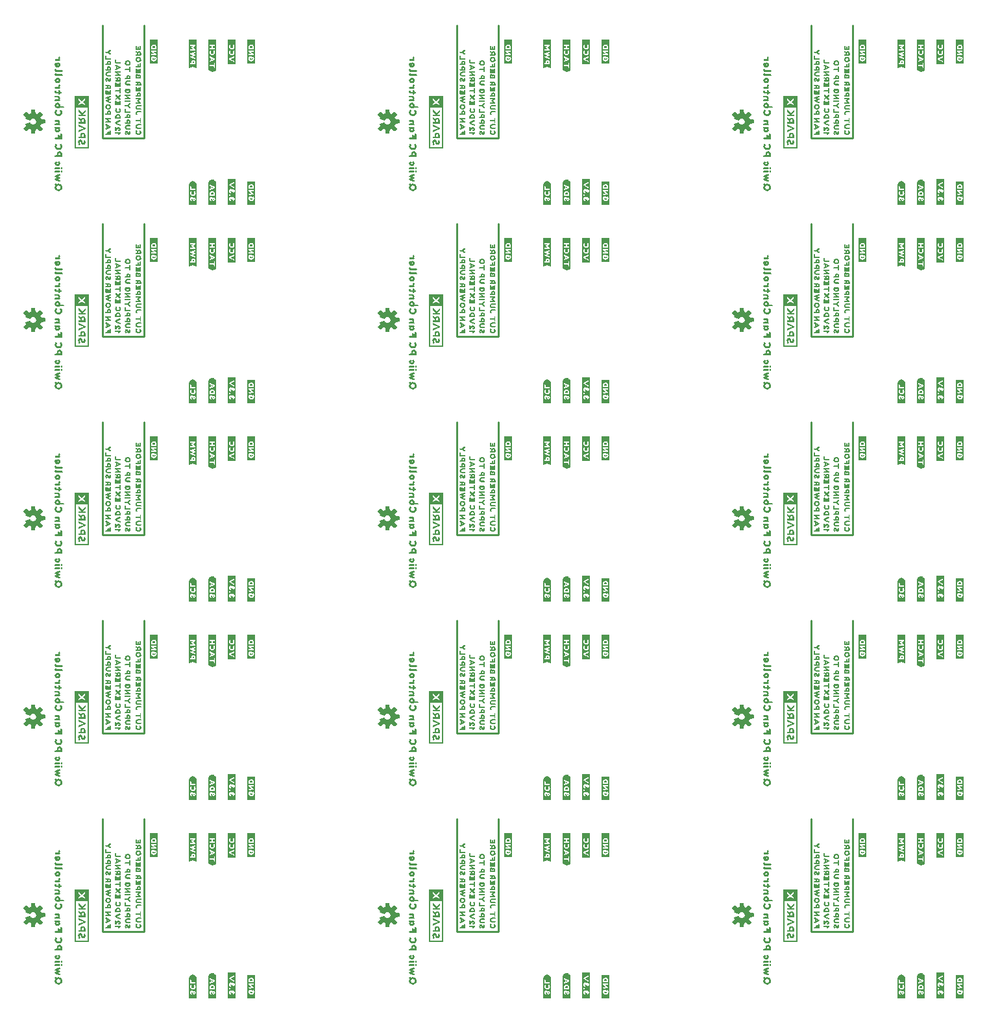
<source format=gbo>
G04 EAGLE Gerber RS-274X export*
G75*
%MOMM*%
%FSLAX34Y34*%
%LPD*%
%INSilkscreen Bottom*%
%IPPOS*%
%AMOC8*
5,1,8,0,0,1.08239X$1,22.5*%
G01*
%ADD10C,0.254000*%
%ADD11C,0.203200*%

G36*
X150481Y161303D02*
X150481Y161303D01*
X150487Y161296D01*
X150479Y161290D01*
X150479Y92710D01*
X150515Y92663D01*
X150523Y92668D01*
X150529Y92661D01*
X169511Y92661D01*
X169559Y92697D01*
X169553Y92704D01*
X169561Y92710D01*
X169561Y161290D01*
X169525Y161337D01*
X169517Y161332D01*
X169511Y161339D01*
X150529Y161339D01*
X150481Y161303D01*
G37*
G36*
X169559Y351777D02*
X169559Y351777D01*
X169553Y351784D01*
X169561Y351790D01*
X169561Y420370D01*
X169525Y420417D01*
X169517Y420412D01*
X169511Y420419D01*
X150529Y420419D01*
X150481Y420383D01*
X150487Y420376D01*
X150479Y420370D01*
X150479Y351790D01*
X150515Y351743D01*
X150523Y351748D01*
X150529Y351741D01*
X169511Y351741D01*
X169559Y351777D01*
G37*
G36*
X631839Y351777D02*
X631839Y351777D01*
X631833Y351784D01*
X631841Y351790D01*
X631841Y420370D01*
X631805Y420417D01*
X631797Y420412D01*
X631791Y420419D01*
X612809Y420419D01*
X612761Y420383D01*
X612767Y420376D01*
X612759Y420370D01*
X612759Y351790D01*
X612795Y351743D01*
X612803Y351748D01*
X612809Y351741D01*
X631791Y351741D01*
X631839Y351777D01*
G37*
G36*
X1094119Y869937D02*
X1094119Y869937D01*
X1094113Y869944D01*
X1094121Y869950D01*
X1094121Y938530D01*
X1094085Y938577D01*
X1094077Y938572D01*
X1094071Y938579D01*
X1075089Y938579D01*
X1075041Y938543D01*
X1075047Y938536D01*
X1075039Y938530D01*
X1075039Y869950D01*
X1075075Y869903D01*
X1075083Y869908D01*
X1075089Y869901D01*
X1094071Y869901D01*
X1094119Y869937D01*
G37*
G36*
X169559Y1129017D02*
X169559Y1129017D01*
X169553Y1129024D01*
X169561Y1129030D01*
X169561Y1197610D01*
X169525Y1197657D01*
X169517Y1197652D01*
X169511Y1197659D01*
X150529Y1197659D01*
X150481Y1197623D01*
X150487Y1197616D01*
X150479Y1197610D01*
X150479Y1129030D01*
X150515Y1128983D01*
X150523Y1128988D01*
X150529Y1128981D01*
X169511Y1128981D01*
X169559Y1129017D01*
G37*
G36*
X1094119Y1129017D02*
X1094119Y1129017D01*
X1094113Y1129024D01*
X1094121Y1129030D01*
X1094121Y1197610D01*
X1094085Y1197657D01*
X1094077Y1197652D01*
X1094071Y1197659D01*
X1075089Y1197659D01*
X1075041Y1197623D01*
X1075047Y1197616D01*
X1075039Y1197610D01*
X1075039Y1129030D01*
X1075075Y1128983D01*
X1075083Y1128988D01*
X1075089Y1128981D01*
X1094071Y1128981D01*
X1094119Y1129017D01*
G37*
G36*
X1094119Y610857D02*
X1094119Y610857D01*
X1094113Y610864D01*
X1094121Y610870D01*
X1094121Y679450D01*
X1094085Y679497D01*
X1094077Y679492D01*
X1094071Y679499D01*
X1075089Y679499D01*
X1075041Y679463D01*
X1075047Y679456D01*
X1075039Y679450D01*
X1075039Y610870D01*
X1075075Y610823D01*
X1075083Y610828D01*
X1075089Y610821D01*
X1094071Y610821D01*
X1094119Y610857D01*
G37*
G36*
X631839Y610857D02*
X631839Y610857D01*
X631833Y610864D01*
X631841Y610870D01*
X631841Y679450D01*
X631805Y679497D01*
X631797Y679492D01*
X631791Y679499D01*
X612809Y679499D01*
X612761Y679463D01*
X612767Y679456D01*
X612759Y679450D01*
X612759Y610870D01*
X612795Y610823D01*
X612803Y610828D01*
X612809Y610821D01*
X631791Y610821D01*
X631839Y610857D01*
G37*
G36*
X169559Y610857D02*
X169559Y610857D01*
X169553Y610864D01*
X169561Y610870D01*
X169561Y679450D01*
X169525Y679497D01*
X169517Y679492D01*
X169511Y679499D01*
X150529Y679499D01*
X150481Y679463D01*
X150487Y679456D01*
X150479Y679450D01*
X150479Y610870D01*
X150515Y610823D01*
X150523Y610828D01*
X150529Y610821D01*
X169511Y610821D01*
X169559Y610857D01*
G37*
G36*
X1094119Y351777D02*
X1094119Y351777D01*
X1094113Y351784D01*
X1094121Y351790D01*
X1094121Y420370D01*
X1094085Y420417D01*
X1094077Y420412D01*
X1094071Y420419D01*
X1075089Y420419D01*
X1075041Y420383D01*
X1075047Y420376D01*
X1075039Y420370D01*
X1075039Y351790D01*
X1075075Y351743D01*
X1075083Y351748D01*
X1075089Y351741D01*
X1094071Y351741D01*
X1094119Y351777D01*
G37*
G36*
X1094119Y92697D02*
X1094119Y92697D01*
X1094113Y92704D01*
X1094121Y92710D01*
X1094121Y161290D01*
X1094085Y161337D01*
X1094077Y161332D01*
X1094071Y161339D01*
X1075089Y161339D01*
X1075041Y161303D01*
X1075047Y161296D01*
X1075039Y161290D01*
X1075039Y92710D01*
X1075075Y92663D01*
X1075083Y92668D01*
X1075089Y92661D01*
X1094071Y92661D01*
X1094119Y92697D01*
G37*
G36*
X631839Y869937D02*
X631839Y869937D01*
X631833Y869944D01*
X631841Y869950D01*
X631841Y938530D01*
X631805Y938577D01*
X631797Y938572D01*
X631791Y938579D01*
X612809Y938579D01*
X612761Y938543D01*
X612767Y938536D01*
X612759Y938530D01*
X612759Y869950D01*
X612795Y869903D01*
X612803Y869908D01*
X612809Y869901D01*
X631791Y869901D01*
X631839Y869937D01*
G37*
G36*
X631839Y92697D02*
X631839Y92697D01*
X631833Y92704D01*
X631841Y92710D01*
X631841Y161290D01*
X631805Y161337D01*
X631797Y161332D01*
X631791Y161339D01*
X612809Y161339D01*
X612761Y161303D01*
X612767Y161296D01*
X612759Y161290D01*
X612759Y92710D01*
X612795Y92663D01*
X612803Y92668D01*
X612809Y92661D01*
X631791Y92661D01*
X631839Y92697D01*
G37*
G36*
X169559Y869937D02*
X169559Y869937D01*
X169553Y869944D01*
X169561Y869950D01*
X169561Y938530D01*
X169525Y938577D01*
X169517Y938572D01*
X169511Y938579D01*
X150529Y938579D01*
X150481Y938543D01*
X150487Y938536D01*
X150479Y938530D01*
X150479Y869950D01*
X150515Y869903D01*
X150523Y869908D01*
X150529Y869901D01*
X169511Y869901D01*
X169559Y869937D01*
G37*
G36*
X631839Y1129017D02*
X631839Y1129017D01*
X631833Y1129024D01*
X631841Y1129030D01*
X631841Y1197610D01*
X631805Y1197657D01*
X631797Y1197652D01*
X631791Y1197659D01*
X612809Y1197659D01*
X612761Y1197623D01*
X612767Y1197616D01*
X612759Y1197610D01*
X612759Y1129030D01*
X612795Y1128983D01*
X612803Y1128988D01*
X612809Y1128981D01*
X631791Y1128981D01*
X631839Y1129017D01*
G37*
%LPC*%
G36*
X1076900Y871762D02*
X1076900Y871762D01*
X1076900Y923160D01*
X1092260Y923160D01*
X1092260Y871762D01*
X1076900Y871762D01*
G37*
%LPD*%
%LPC*%
G36*
X614620Y94522D02*
X614620Y94522D01*
X614620Y145920D01*
X629980Y145920D01*
X629980Y94522D01*
X614620Y94522D01*
G37*
%LPD*%
%LPC*%
G36*
X152340Y871762D02*
X152340Y871762D01*
X152340Y923160D01*
X167700Y923160D01*
X167700Y871762D01*
X152340Y871762D01*
G37*
%LPD*%
%LPC*%
G36*
X614620Y871762D02*
X614620Y871762D01*
X614620Y923160D01*
X629980Y923160D01*
X629980Y871762D01*
X614620Y871762D01*
G37*
%LPD*%
%LPC*%
G36*
X1076900Y353602D02*
X1076900Y353602D01*
X1076900Y405000D01*
X1092260Y405000D01*
X1092260Y353602D01*
X1076900Y353602D01*
G37*
%LPD*%
%LPC*%
G36*
X152340Y353602D02*
X152340Y353602D01*
X152340Y405000D01*
X167700Y405000D01*
X167700Y353602D01*
X152340Y353602D01*
G37*
%LPD*%
%LPC*%
G36*
X614620Y353602D02*
X614620Y353602D01*
X614620Y405000D01*
X629980Y405000D01*
X629980Y353602D01*
X614620Y353602D01*
G37*
%LPD*%
%LPC*%
G36*
X167700Y145920D02*
X167700Y145920D01*
X167700Y94522D01*
X152340Y94522D01*
X152340Y145920D01*
X167700Y145920D01*
G37*
%LPD*%
%LPC*%
G36*
X1076900Y612682D02*
X1076900Y612682D01*
X1076900Y664080D01*
X1092260Y664080D01*
X1092260Y612682D01*
X1076900Y612682D01*
G37*
%LPD*%
%LPC*%
G36*
X614620Y612682D02*
X614620Y612682D01*
X614620Y664080D01*
X629980Y664080D01*
X629980Y612682D01*
X614620Y612682D01*
G37*
%LPD*%
%LPC*%
G36*
X152340Y1130842D02*
X152340Y1130842D01*
X152340Y1182240D01*
X167700Y1182240D01*
X167700Y1130842D01*
X152340Y1130842D01*
G37*
%LPD*%
%LPC*%
G36*
X1076900Y1130842D02*
X1076900Y1130842D01*
X1076900Y1182240D01*
X1092260Y1182240D01*
X1092260Y1130842D01*
X1076900Y1130842D01*
G37*
%LPD*%
%LPC*%
G36*
X614620Y1130842D02*
X614620Y1130842D01*
X614620Y1182240D01*
X629980Y1182240D01*
X629980Y1130842D01*
X614620Y1130842D01*
G37*
%LPD*%
%LPC*%
G36*
X152340Y612682D02*
X152340Y612682D01*
X152340Y664080D01*
X167700Y664080D01*
X167700Y612682D01*
X152340Y612682D01*
G37*
%LPD*%
%LPC*%
G36*
X1076900Y94522D02*
X1076900Y94522D01*
X1076900Y145920D01*
X1092260Y145920D01*
X1092260Y94522D01*
X1076900Y94522D01*
G37*
%LPD*%
G36*
X560735Y889890D02*
X560735Y889890D01*
X560843Y889904D01*
X560855Y889910D01*
X560869Y889912D01*
X560965Y889964D01*
X561062Y890011D01*
X561072Y890021D01*
X561084Y890027D01*
X561158Y890107D01*
X561235Y890183D01*
X561241Y890195D01*
X561251Y890206D01*
X561296Y890304D01*
X561344Y890401D01*
X561348Y890419D01*
X561352Y890428D01*
X561354Y890449D01*
X561373Y890546D01*
X561816Y894897D01*
X562975Y895268D01*
X562993Y895278D01*
X563090Y895316D01*
X564172Y895873D01*
X567562Y893109D01*
X567656Y893055D01*
X567748Y892998D01*
X567761Y892995D01*
X567773Y892988D01*
X567880Y892967D01*
X567985Y892942D01*
X567999Y892944D01*
X568013Y892941D01*
X568120Y892956D01*
X568228Y892966D01*
X568241Y892972D01*
X568255Y892974D01*
X568352Y893022D01*
X568451Y893067D01*
X568464Y893078D01*
X568473Y893082D01*
X568488Y893098D01*
X568565Y893160D01*
X571150Y895745D01*
X571213Y895834D01*
X571279Y895919D01*
X571284Y895932D01*
X571292Y895944D01*
X571323Y896047D01*
X571359Y896150D01*
X571359Y896164D01*
X571363Y896177D01*
X571359Y896285D01*
X571360Y896394D01*
X571355Y896407D01*
X571355Y896421D01*
X571317Y896523D01*
X571282Y896625D01*
X571273Y896640D01*
X571269Y896649D01*
X571255Y896666D01*
X571201Y896748D01*
X568437Y900138D01*
X568994Y901220D01*
X569000Y901240D01*
X569042Y901335D01*
X569413Y902494D01*
X573764Y902937D01*
X573868Y902965D01*
X573974Y902990D01*
X573986Y902997D01*
X573999Y903000D01*
X574089Y903061D01*
X574182Y903118D01*
X574190Y903129D01*
X574202Y903137D01*
X574268Y903223D01*
X574337Y903307D01*
X574341Y903320D01*
X574350Y903331D01*
X574384Y903434D01*
X574423Y903535D01*
X574424Y903553D01*
X574428Y903562D01*
X574428Y903584D01*
X574437Y903682D01*
X574437Y907338D01*
X574420Y907445D01*
X574406Y907553D01*
X574400Y907565D01*
X574398Y907579D01*
X574346Y907675D01*
X574299Y907772D01*
X574289Y907782D01*
X574283Y907794D01*
X574203Y907868D01*
X574127Y907945D01*
X574115Y907951D01*
X574105Y907961D01*
X574006Y908006D01*
X573909Y908054D01*
X573891Y908058D01*
X573882Y908062D01*
X573861Y908064D01*
X573764Y908083D01*
X569413Y908526D01*
X569042Y909685D01*
X569032Y909703D01*
X568994Y909800D01*
X568437Y910882D01*
X571201Y914272D01*
X571255Y914366D01*
X571312Y914458D01*
X571315Y914471D01*
X571322Y914483D01*
X571343Y914590D01*
X571368Y914695D01*
X571366Y914709D01*
X571369Y914723D01*
X571354Y914830D01*
X571344Y914938D01*
X571338Y914951D01*
X571336Y914965D01*
X571288Y915062D01*
X571243Y915161D01*
X571232Y915174D01*
X571228Y915183D01*
X571212Y915198D01*
X571150Y915275D01*
X568565Y917860D01*
X568476Y917923D01*
X568391Y917989D01*
X568378Y917994D01*
X568366Y918002D01*
X568263Y918033D01*
X568160Y918069D01*
X568146Y918069D01*
X568133Y918073D01*
X568025Y918069D01*
X567916Y918070D01*
X567903Y918065D01*
X567889Y918065D01*
X567787Y918027D01*
X567685Y917992D01*
X567670Y917983D01*
X567661Y917979D01*
X567644Y917965D01*
X567562Y917911D01*
X564172Y915147D01*
X563090Y915704D01*
X563070Y915710D01*
X562975Y915752D01*
X561816Y916123D01*
X561373Y920474D01*
X561345Y920578D01*
X561320Y920684D01*
X561313Y920696D01*
X561310Y920709D01*
X561249Y920799D01*
X561192Y920892D01*
X561181Y920900D01*
X561173Y920912D01*
X561087Y920978D01*
X561003Y921047D01*
X560990Y921051D01*
X560979Y921060D01*
X560876Y921094D01*
X560775Y921133D01*
X560757Y921134D01*
X560748Y921138D01*
X560726Y921138D01*
X560628Y921147D01*
X556972Y921147D01*
X556865Y921130D01*
X556757Y921116D01*
X556745Y921110D01*
X556731Y921108D01*
X556635Y921056D01*
X556538Y921009D01*
X556528Y920999D01*
X556516Y920993D01*
X556442Y920913D01*
X556365Y920837D01*
X556359Y920825D01*
X556349Y920815D01*
X556304Y920716D01*
X556256Y920619D01*
X556252Y920601D01*
X556248Y920592D01*
X556246Y920571D01*
X556227Y920474D01*
X555784Y916123D01*
X554625Y915752D01*
X554607Y915742D01*
X554510Y915704D01*
X553428Y915147D01*
X550038Y917911D01*
X549944Y917965D01*
X549852Y918022D01*
X549839Y918025D01*
X549827Y918032D01*
X549720Y918053D01*
X549615Y918078D01*
X549601Y918076D01*
X549587Y918079D01*
X549480Y918064D01*
X549372Y918054D01*
X549359Y918048D01*
X549346Y918046D01*
X549248Y917998D01*
X549149Y917953D01*
X549136Y917942D01*
X549127Y917938D01*
X549112Y917922D01*
X549035Y917860D01*
X546450Y915275D01*
X546387Y915186D01*
X546321Y915101D01*
X546316Y915088D01*
X546308Y915076D01*
X546277Y914973D01*
X546241Y914870D01*
X546241Y914856D01*
X546237Y914843D01*
X546241Y914735D01*
X546240Y914626D01*
X546245Y914613D01*
X546245Y914599D01*
X546283Y914497D01*
X546318Y914395D01*
X546327Y914380D01*
X546331Y914371D01*
X546345Y914354D01*
X546399Y914272D01*
X549163Y910882D01*
X548606Y909800D01*
X548589Y909747D01*
X548563Y909698D01*
X548552Y909632D01*
X548531Y909568D01*
X548532Y909512D01*
X548523Y909458D01*
X548534Y909391D01*
X548535Y909324D01*
X548553Y909272D01*
X548562Y909217D01*
X548594Y909157D01*
X548617Y909094D01*
X548651Y909051D01*
X548677Y909002D01*
X548726Y908955D01*
X548768Y908903D01*
X548815Y908873D01*
X548855Y908835D01*
X548960Y908778D01*
X548973Y908770D01*
X548978Y908769D01*
X548985Y908765D01*
X554182Y906612D01*
X554281Y906589D01*
X554379Y906560D01*
X554400Y906561D01*
X554420Y906556D01*
X554521Y906566D01*
X554622Y906571D01*
X554642Y906578D01*
X554663Y906580D01*
X554755Y906622D01*
X554850Y906659D01*
X554866Y906672D01*
X554885Y906681D01*
X554959Y906750D01*
X555037Y906815D01*
X555053Y906838D01*
X555063Y906848D01*
X555075Y906869D01*
X555122Y906936D01*
X555628Y907835D01*
X556272Y908522D01*
X557060Y909037D01*
X557948Y909349D01*
X558885Y909441D01*
X559817Y909308D01*
X560691Y908957D01*
X561456Y908408D01*
X562069Y907694D01*
X562494Y906854D01*
X562708Y905938D01*
X562698Y904996D01*
X562464Y904084D01*
X562021Y903254D01*
X561392Y902553D01*
X560615Y902021D01*
X559734Y901690D01*
X558799Y901577D01*
X557882Y901685D01*
X557014Y902005D01*
X556245Y902519D01*
X555618Y903198D01*
X555123Y904082D01*
X555059Y904162D01*
X554999Y904245D01*
X554983Y904257D01*
X554970Y904273D01*
X554884Y904328D01*
X554801Y904388D01*
X554782Y904394D01*
X554765Y904404D01*
X554666Y904429D01*
X554568Y904459D01*
X554548Y904458D01*
X554528Y904463D01*
X554426Y904454D01*
X554324Y904451D01*
X554299Y904443D01*
X554285Y904442D01*
X554263Y904433D01*
X554182Y904408D01*
X548985Y902255D01*
X548938Y902226D01*
X548886Y902205D01*
X548835Y902162D01*
X548778Y902126D01*
X548743Y902083D01*
X548700Y902047D01*
X548666Y901990D01*
X548623Y901938D01*
X548604Y901886D01*
X548575Y901838D01*
X548561Y901772D01*
X548537Y901709D01*
X548535Y901654D01*
X548524Y901600D01*
X548531Y901533D01*
X548529Y901466D01*
X548545Y901412D01*
X548552Y901357D01*
X548596Y901246D01*
X548600Y901232D01*
X548603Y901228D01*
X548606Y901220D01*
X549163Y900138D01*
X546399Y896748D01*
X546345Y896654D01*
X546288Y896562D01*
X546285Y896549D01*
X546278Y896537D01*
X546257Y896430D01*
X546232Y896325D01*
X546234Y896311D01*
X546231Y896297D01*
X546246Y896190D01*
X546256Y896082D01*
X546262Y896069D01*
X546264Y896056D01*
X546312Y895958D01*
X546357Y895859D01*
X546368Y895846D01*
X546372Y895837D01*
X546388Y895822D01*
X546450Y895745D01*
X549035Y893160D01*
X549124Y893097D01*
X549209Y893031D01*
X549222Y893026D01*
X549234Y893018D01*
X549337Y892987D01*
X549440Y892951D01*
X549454Y892951D01*
X549467Y892947D01*
X549575Y892951D01*
X549684Y892950D01*
X549697Y892955D01*
X549711Y892955D01*
X549813Y892993D01*
X549915Y893028D01*
X549930Y893037D01*
X549939Y893041D01*
X549956Y893055D01*
X550038Y893109D01*
X553428Y895873D01*
X554510Y895316D01*
X554530Y895310D01*
X554625Y895268D01*
X555784Y894897D01*
X556227Y890546D01*
X556255Y890442D01*
X556280Y890336D01*
X556287Y890324D01*
X556290Y890311D01*
X556351Y890221D01*
X556408Y890128D01*
X556419Y890120D01*
X556427Y890108D01*
X556513Y890042D01*
X556597Y889974D01*
X556610Y889969D01*
X556621Y889960D01*
X556724Y889926D01*
X556825Y889887D01*
X556843Y889886D01*
X556852Y889882D01*
X556874Y889883D01*
X556972Y889873D01*
X560628Y889873D01*
X560735Y889890D01*
G37*
G36*
X1023015Y630810D02*
X1023015Y630810D01*
X1023123Y630824D01*
X1023135Y630830D01*
X1023149Y630832D01*
X1023245Y630884D01*
X1023342Y630931D01*
X1023352Y630941D01*
X1023364Y630947D01*
X1023438Y631027D01*
X1023515Y631103D01*
X1023521Y631115D01*
X1023531Y631126D01*
X1023576Y631224D01*
X1023624Y631321D01*
X1023628Y631339D01*
X1023632Y631348D01*
X1023634Y631369D01*
X1023653Y631466D01*
X1024096Y635817D01*
X1025255Y636188D01*
X1025273Y636198D01*
X1025370Y636236D01*
X1026452Y636793D01*
X1029842Y634029D01*
X1029936Y633975D01*
X1030028Y633918D01*
X1030041Y633915D01*
X1030053Y633908D01*
X1030160Y633887D01*
X1030265Y633862D01*
X1030279Y633864D01*
X1030293Y633861D01*
X1030400Y633876D01*
X1030508Y633886D01*
X1030521Y633892D01*
X1030535Y633894D01*
X1030632Y633942D01*
X1030731Y633987D01*
X1030744Y633998D01*
X1030753Y634002D01*
X1030768Y634018D01*
X1030845Y634080D01*
X1033430Y636665D01*
X1033493Y636754D01*
X1033559Y636839D01*
X1033564Y636852D01*
X1033572Y636864D01*
X1033603Y636967D01*
X1033639Y637070D01*
X1033639Y637084D01*
X1033643Y637097D01*
X1033639Y637205D01*
X1033640Y637314D01*
X1033635Y637327D01*
X1033635Y637341D01*
X1033597Y637443D01*
X1033562Y637545D01*
X1033553Y637560D01*
X1033549Y637569D01*
X1033535Y637586D01*
X1033481Y637668D01*
X1030717Y641058D01*
X1031274Y642140D01*
X1031280Y642160D01*
X1031322Y642255D01*
X1031693Y643414D01*
X1036044Y643857D01*
X1036148Y643885D01*
X1036254Y643910D01*
X1036266Y643917D01*
X1036279Y643920D01*
X1036369Y643981D01*
X1036462Y644038D01*
X1036470Y644049D01*
X1036482Y644057D01*
X1036548Y644143D01*
X1036617Y644227D01*
X1036621Y644240D01*
X1036630Y644251D01*
X1036664Y644354D01*
X1036703Y644455D01*
X1036704Y644473D01*
X1036708Y644482D01*
X1036708Y644504D01*
X1036717Y644602D01*
X1036717Y648258D01*
X1036700Y648365D01*
X1036686Y648473D01*
X1036680Y648485D01*
X1036678Y648499D01*
X1036626Y648595D01*
X1036579Y648692D01*
X1036569Y648702D01*
X1036563Y648714D01*
X1036483Y648788D01*
X1036407Y648865D01*
X1036395Y648871D01*
X1036385Y648881D01*
X1036286Y648926D01*
X1036189Y648974D01*
X1036171Y648978D01*
X1036162Y648982D01*
X1036141Y648984D01*
X1036044Y649003D01*
X1031693Y649446D01*
X1031322Y650605D01*
X1031312Y650623D01*
X1031274Y650720D01*
X1030717Y651802D01*
X1033481Y655192D01*
X1033535Y655286D01*
X1033592Y655378D01*
X1033595Y655391D01*
X1033602Y655403D01*
X1033623Y655510D01*
X1033648Y655615D01*
X1033646Y655629D01*
X1033649Y655643D01*
X1033634Y655750D01*
X1033624Y655858D01*
X1033618Y655871D01*
X1033616Y655885D01*
X1033568Y655982D01*
X1033523Y656081D01*
X1033512Y656094D01*
X1033508Y656103D01*
X1033492Y656118D01*
X1033430Y656195D01*
X1030845Y658780D01*
X1030756Y658843D01*
X1030671Y658909D01*
X1030658Y658914D01*
X1030646Y658922D01*
X1030543Y658953D01*
X1030440Y658989D01*
X1030426Y658989D01*
X1030413Y658993D01*
X1030305Y658989D01*
X1030196Y658990D01*
X1030183Y658985D01*
X1030169Y658985D01*
X1030067Y658947D01*
X1029965Y658912D01*
X1029950Y658903D01*
X1029941Y658899D01*
X1029924Y658885D01*
X1029842Y658831D01*
X1026452Y656067D01*
X1025370Y656624D01*
X1025350Y656630D01*
X1025255Y656672D01*
X1024096Y657043D01*
X1023653Y661394D01*
X1023625Y661498D01*
X1023600Y661604D01*
X1023593Y661616D01*
X1023590Y661629D01*
X1023529Y661719D01*
X1023472Y661812D01*
X1023461Y661820D01*
X1023453Y661832D01*
X1023367Y661898D01*
X1023283Y661967D01*
X1023270Y661971D01*
X1023259Y661980D01*
X1023156Y662014D01*
X1023055Y662053D01*
X1023037Y662054D01*
X1023028Y662058D01*
X1023006Y662058D01*
X1022908Y662067D01*
X1019252Y662067D01*
X1019145Y662050D01*
X1019037Y662036D01*
X1019025Y662030D01*
X1019011Y662028D01*
X1018915Y661976D01*
X1018818Y661929D01*
X1018808Y661919D01*
X1018796Y661913D01*
X1018722Y661833D01*
X1018645Y661757D01*
X1018639Y661745D01*
X1018629Y661735D01*
X1018584Y661636D01*
X1018536Y661539D01*
X1018532Y661521D01*
X1018528Y661512D01*
X1018526Y661491D01*
X1018507Y661394D01*
X1018064Y657043D01*
X1016905Y656672D01*
X1016887Y656662D01*
X1016790Y656624D01*
X1015708Y656067D01*
X1012318Y658831D01*
X1012224Y658885D01*
X1012132Y658942D01*
X1012119Y658945D01*
X1012107Y658952D01*
X1012000Y658973D01*
X1011895Y658998D01*
X1011881Y658996D01*
X1011867Y658999D01*
X1011760Y658984D01*
X1011652Y658974D01*
X1011639Y658968D01*
X1011626Y658966D01*
X1011528Y658918D01*
X1011429Y658873D01*
X1011416Y658862D01*
X1011407Y658858D01*
X1011392Y658842D01*
X1011315Y658780D01*
X1008730Y656195D01*
X1008667Y656106D01*
X1008601Y656021D01*
X1008596Y656008D01*
X1008588Y655996D01*
X1008557Y655893D01*
X1008521Y655790D01*
X1008521Y655776D01*
X1008517Y655763D01*
X1008521Y655655D01*
X1008520Y655546D01*
X1008525Y655533D01*
X1008525Y655519D01*
X1008563Y655417D01*
X1008598Y655315D01*
X1008607Y655300D01*
X1008611Y655291D01*
X1008625Y655274D01*
X1008679Y655192D01*
X1011443Y651802D01*
X1010886Y650720D01*
X1010869Y650667D01*
X1010843Y650618D01*
X1010832Y650552D01*
X1010811Y650488D01*
X1010812Y650432D01*
X1010803Y650378D01*
X1010814Y650311D01*
X1010815Y650244D01*
X1010833Y650192D01*
X1010842Y650137D01*
X1010874Y650077D01*
X1010897Y650014D01*
X1010931Y649971D01*
X1010957Y649922D01*
X1011006Y649875D01*
X1011048Y649823D01*
X1011095Y649793D01*
X1011135Y649755D01*
X1011240Y649698D01*
X1011253Y649690D01*
X1011258Y649689D01*
X1011265Y649685D01*
X1016462Y647532D01*
X1016561Y647509D01*
X1016659Y647480D01*
X1016680Y647481D01*
X1016700Y647476D01*
X1016801Y647486D01*
X1016902Y647491D01*
X1016922Y647498D01*
X1016943Y647500D01*
X1017035Y647542D01*
X1017130Y647579D01*
X1017146Y647592D01*
X1017165Y647601D01*
X1017239Y647670D01*
X1017317Y647735D01*
X1017333Y647758D01*
X1017343Y647768D01*
X1017355Y647789D01*
X1017402Y647856D01*
X1017908Y648755D01*
X1018552Y649442D01*
X1019340Y649957D01*
X1020228Y650269D01*
X1021165Y650361D01*
X1022097Y650228D01*
X1022971Y649877D01*
X1023736Y649328D01*
X1024349Y648614D01*
X1024774Y647774D01*
X1024988Y646858D01*
X1024978Y645916D01*
X1024744Y645004D01*
X1024301Y644174D01*
X1023672Y643473D01*
X1022895Y642941D01*
X1022014Y642610D01*
X1021079Y642497D01*
X1020162Y642605D01*
X1019294Y642925D01*
X1018525Y643439D01*
X1017898Y644118D01*
X1017403Y645002D01*
X1017339Y645082D01*
X1017279Y645165D01*
X1017263Y645177D01*
X1017250Y645193D01*
X1017164Y645248D01*
X1017081Y645308D01*
X1017062Y645314D01*
X1017045Y645324D01*
X1016946Y645349D01*
X1016848Y645379D01*
X1016828Y645378D01*
X1016808Y645383D01*
X1016706Y645374D01*
X1016604Y645371D01*
X1016579Y645363D01*
X1016565Y645362D01*
X1016543Y645353D01*
X1016462Y645328D01*
X1011265Y643175D01*
X1011218Y643146D01*
X1011166Y643125D01*
X1011115Y643082D01*
X1011058Y643046D01*
X1011023Y643003D01*
X1010980Y642967D01*
X1010946Y642910D01*
X1010903Y642858D01*
X1010884Y642806D01*
X1010855Y642758D01*
X1010841Y642692D01*
X1010817Y642629D01*
X1010815Y642574D01*
X1010804Y642520D01*
X1010811Y642453D01*
X1010809Y642386D01*
X1010825Y642332D01*
X1010832Y642277D01*
X1010876Y642166D01*
X1010880Y642152D01*
X1010883Y642148D01*
X1010886Y642140D01*
X1011443Y641058D01*
X1008679Y637668D01*
X1008625Y637574D01*
X1008568Y637482D01*
X1008565Y637469D01*
X1008558Y637457D01*
X1008537Y637350D01*
X1008512Y637245D01*
X1008514Y637231D01*
X1008511Y637217D01*
X1008526Y637110D01*
X1008536Y637002D01*
X1008542Y636989D01*
X1008544Y636976D01*
X1008592Y636878D01*
X1008637Y636779D01*
X1008648Y636766D01*
X1008652Y636757D01*
X1008668Y636742D01*
X1008730Y636665D01*
X1011315Y634080D01*
X1011404Y634017D01*
X1011489Y633951D01*
X1011502Y633946D01*
X1011514Y633938D01*
X1011617Y633907D01*
X1011720Y633871D01*
X1011734Y633871D01*
X1011747Y633867D01*
X1011855Y633871D01*
X1011964Y633870D01*
X1011977Y633875D01*
X1011991Y633875D01*
X1012093Y633913D01*
X1012195Y633948D01*
X1012210Y633957D01*
X1012219Y633961D01*
X1012236Y633975D01*
X1012318Y634029D01*
X1015708Y636793D01*
X1016790Y636236D01*
X1016810Y636230D01*
X1016905Y636188D01*
X1018064Y635817D01*
X1018507Y631466D01*
X1018535Y631362D01*
X1018560Y631256D01*
X1018567Y631244D01*
X1018570Y631231D01*
X1018631Y631141D01*
X1018688Y631048D01*
X1018699Y631040D01*
X1018707Y631028D01*
X1018793Y630962D01*
X1018877Y630894D01*
X1018890Y630889D01*
X1018901Y630880D01*
X1019004Y630846D01*
X1019105Y630807D01*
X1019123Y630806D01*
X1019132Y630802D01*
X1019154Y630803D01*
X1019252Y630793D01*
X1022908Y630793D01*
X1023015Y630810D01*
G37*
G36*
X560735Y630810D02*
X560735Y630810D01*
X560843Y630824D01*
X560855Y630830D01*
X560869Y630832D01*
X560965Y630884D01*
X561062Y630931D01*
X561072Y630941D01*
X561084Y630947D01*
X561158Y631027D01*
X561235Y631103D01*
X561241Y631115D01*
X561251Y631126D01*
X561296Y631224D01*
X561344Y631321D01*
X561348Y631339D01*
X561352Y631348D01*
X561354Y631369D01*
X561373Y631466D01*
X561816Y635817D01*
X562975Y636188D01*
X562993Y636198D01*
X563090Y636236D01*
X564172Y636793D01*
X567562Y634029D01*
X567656Y633975D01*
X567748Y633918D01*
X567761Y633915D01*
X567773Y633908D01*
X567880Y633887D01*
X567985Y633862D01*
X567999Y633864D01*
X568013Y633861D01*
X568120Y633876D01*
X568228Y633886D01*
X568241Y633892D01*
X568255Y633894D01*
X568352Y633942D01*
X568451Y633987D01*
X568464Y633998D01*
X568473Y634002D01*
X568488Y634018D01*
X568565Y634080D01*
X571150Y636665D01*
X571213Y636754D01*
X571279Y636839D01*
X571284Y636852D01*
X571292Y636864D01*
X571323Y636967D01*
X571359Y637070D01*
X571359Y637084D01*
X571363Y637097D01*
X571359Y637205D01*
X571360Y637314D01*
X571355Y637327D01*
X571355Y637341D01*
X571317Y637443D01*
X571282Y637545D01*
X571273Y637560D01*
X571269Y637569D01*
X571255Y637586D01*
X571201Y637668D01*
X568437Y641058D01*
X568994Y642140D01*
X569000Y642160D01*
X569042Y642255D01*
X569413Y643414D01*
X573764Y643857D01*
X573868Y643885D01*
X573974Y643910D01*
X573986Y643917D01*
X573999Y643920D01*
X574089Y643981D01*
X574182Y644038D01*
X574190Y644049D01*
X574202Y644057D01*
X574268Y644143D01*
X574337Y644227D01*
X574341Y644240D01*
X574350Y644251D01*
X574384Y644354D01*
X574423Y644455D01*
X574424Y644473D01*
X574428Y644482D01*
X574428Y644504D01*
X574437Y644602D01*
X574437Y648258D01*
X574420Y648365D01*
X574406Y648473D01*
X574400Y648485D01*
X574398Y648499D01*
X574346Y648595D01*
X574299Y648692D01*
X574289Y648702D01*
X574283Y648714D01*
X574203Y648788D01*
X574127Y648865D01*
X574115Y648871D01*
X574105Y648881D01*
X574006Y648926D01*
X573909Y648974D01*
X573891Y648978D01*
X573882Y648982D01*
X573861Y648984D01*
X573764Y649003D01*
X569413Y649446D01*
X569042Y650605D01*
X569032Y650623D01*
X568994Y650720D01*
X568437Y651802D01*
X571201Y655192D01*
X571255Y655286D01*
X571312Y655378D01*
X571315Y655391D01*
X571322Y655403D01*
X571343Y655510D01*
X571368Y655615D01*
X571366Y655629D01*
X571369Y655643D01*
X571354Y655750D01*
X571344Y655858D01*
X571338Y655871D01*
X571336Y655885D01*
X571288Y655982D01*
X571243Y656081D01*
X571232Y656094D01*
X571228Y656103D01*
X571212Y656118D01*
X571150Y656195D01*
X568565Y658780D01*
X568476Y658843D01*
X568391Y658909D01*
X568378Y658914D01*
X568366Y658922D01*
X568263Y658953D01*
X568160Y658989D01*
X568146Y658989D01*
X568133Y658993D01*
X568025Y658989D01*
X567916Y658990D01*
X567903Y658985D01*
X567889Y658985D01*
X567787Y658947D01*
X567685Y658912D01*
X567670Y658903D01*
X567661Y658899D01*
X567644Y658885D01*
X567562Y658831D01*
X564172Y656067D01*
X563090Y656624D01*
X563070Y656630D01*
X562975Y656672D01*
X561816Y657043D01*
X561373Y661394D01*
X561345Y661498D01*
X561320Y661604D01*
X561313Y661616D01*
X561310Y661629D01*
X561249Y661719D01*
X561192Y661812D01*
X561181Y661820D01*
X561173Y661832D01*
X561087Y661898D01*
X561003Y661967D01*
X560990Y661971D01*
X560979Y661980D01*
X560876Y662014D01*
X560775Y662053D01*
X560757Y662054D01*
X560748Y662058D01*
X560726Y662058D01*
X560628Y662067D01*
X556972Y662067D01*
X556865Y662050D01*
X556757Y662036D01*
X556745Y662030D01*
X556731Y662028D01*
X556635Y661976D01*
X556538Y661929D01*
X556528Y661919D01*
X556516Y661913D01*
X556442Y661833D01*
X556365Y661757D01*
X556359Y661745D01*
X556349Y661735D01*
X556304Y661636D01*
X556256Y661539D01*
X556252Y661521D01*
X556248Y661512D01*
X556246Y661491D01*
X556227Y661394D01*
X555784Y657043D01*
X554625Y656672D01*
X554607Y656662D01*
X554510Y656624D01*
X553428Y656067D01*
X550038Y658831D01*
X549944Y658885D01*
X549852Y658942D01*
X549839Y658945D01*
X549827Y658952D01*
X549720Y658973D01*
X549615Y658998D01*
X549601Y658996D01*
X549587Y658999D01*
X549480Y658984D01*
X549372Y658974D01*
X549359Y658968D01*
X549346Y658966D01*
X549248Y658918D01*
X549149Y658873D01*
X549136Y658862D01*
X549127Y658858D01*
X549112Y658842D01*
X549035Y658780D01*
X546450Y656195D01*
X546387Y656106D01*
X546321Y656021D01*
X546316Y656008D01*
X546308Y655996D01*
X546277Y655893D01*
X546241Y655790D01*
X546241Y655776D01*
X546237Y655763D01*
X546241Y655655D01*
X546240Y655546D01*
X546245Y655533D01*
X546245Y655519D01*
X546283Y655417D01*
X546318Y655315D01*
X546327Y655300D01*
X546331Y655291D01*
X546345Y655274D01*
X546399Y655192D01*
X549163Y651802D01*
X548606Y650720D01*
X548589Y650667D01*
X548563Y650618D01*
X548552Y650552D01*
X548531Y650488D01*
X548532Y650432D01*
X548523Y650378D01*
X548534Y650311D01*
X548535Y650244D01*
X548553Y650192D01*
X548562Y650137D01*
X548594Y650077D01*
X548617Y650014D01*
X548651Y649971D01*
X548677Y649922D01*
X548726Y649875D01*
X548768Y649823D01*
X548815Y649793D01*
X548855Y649755D01*
X548960Y649698D01*
X548973Y649690D01*
X548978Y649689D01*
X548985Y649685D01*
X554182Y647532D01*
X554281Y647509D01*
X554379Y647480D01*
X554400Y647481D01*
X554420Y647476D01*
X554521Y647486D01*
X554622Y647491D01*
X554642Y647498D01*
X554663Y647500D01*
X554755Y647542D01*
X554850Y647579D01*
X554866Y647592D01*
X554885Y647601D01*
X554959Y647670D01*
X555037Y647735D01*
X555053Y647758D01*
X555063Y647768D01*
X555075Y647789D01*
X555122Y647856D01*
X555628Y648755D01*
X556272Y649442D01*
X557060Y649957D01*
X557948Y650269D01*
X558885Y650361D01*
X559817Y650228D01*
X560691Y649877D01*
X561456Y649328D01*
X562069Y648614D01*
X562494Y647774D01*
X562708Y646858D01*
X562698Y645916D01*
X562464Y645004D01*
X562021Y644174D01*
X561392Y643473D01*
X560615Y642941D01*
X559734Y642610D01*
X558799Y642497D01*
X557882Y642605D01*
X557014Y642925D01*
X556245Y643439D01*
X555618Y644118D01*
X555123Y645002D01*
X555059Y645082D01*
X554999Y645165D01*
X554983Y645177D01*
X554970Y645193D01*
X554884Y645248D01*
X554801Y645308D01*
X554782Y645314D01*
X554765Y645324D01*
X554666Y645349D01*
X554568Y645379D01*
X554548Y645378D01*
X554528Y645383D01*
X554426Y645374D01*
X554324Y645371D01*
X554299Y645363D01*
X554285Y645362D01*
X554263Y645353D01*
X554182Y645328D01*
X548985Y643175D01*
X548938Y643146D01*
X548886Y643125D01*
X548835Y643082D01*
X548778Y643046D01*
X548743Y643003D01*
X548700Y642967D01*
X548666Y642910D01*
X548623Y642858D01*
X548604Y642806D01*
X548575Y642758D01*
X548561Y642692D01*
X548537Y642629D01*
X548535Y642574D01*
X548524Y642520D01*
X548531Y642453D01*
X548529Y642386D01*
X548545Y642332D01*
X548552Y642277D01*
X548596Y642166D01*
X548600Y642152D01*
X548603Y642148D01*
X548606Y642140D01*
X549163Y641058D01*
X546399Y637668D01*
X546345Y637574D01*
X546288Y637482D01*
X546285Y637469D01*
X546278Y637457D01*
X546257Y637350D01*
X546232Y637245D01*
X546234Y637231D01*
X546231Y637217D01*
X546246Y637110D01*
X546256Y637002D01*
X546262Y636989D01*
X546264Y636976D01*
X546312Y636878D01*
X546357Y636779D01*
X546368Y636766D01*
X546372Y636757D01*
X546388Y636742D01*
X546450Y636665D01*
X549035Y634080D01*
X549124Y634017D01*
X549209Y633951D01*
X549222Y633946D01*
X549234Y633938D01*
X549337Y633907D01*
X549440Y633871D01*
X549454Y633871D01*
X549467Y633867D01*
X549575Y633871D01*
X549684Y633870D01*
X549697Y633875D01*
X549711Y633875D01*
X549813Y633913D01*
X549915Y633948D01*
X549930Y633957D01*
X549939Y633961D01*
X549956Y633975D01*
X550038Y634029D01*
X553428Y636793D01*
X554510Y636236D01*
X554530Y636230D01*
X554625Y636188D01*
X555784Y635817D01*
X556227Y631466D01*
X556255Y631362D01*
X556280Y631256D01*
X556287Y631244D01*
X556290Y631231D01*
X556351Y631141D01*
X556408Y631048D01*
X556419Y631040D01*
X556427Y631028D01*
X556513Y630962D01*
X556597Y630894D01*
X556610Y630889D01*
X556621Y630880D01*
X556724Y630846D01*
X556825Y630807D01*
X556843Y630806D01*
X556852Y630802D01*
X556874Y630803D01*
X556972Y630793D01*
X560628Y630793D01*
X560735Y630810D01*
G37*
G36*
X98455Y630810D02*
X98455Y630810D01*
X98563Y630824D01*
X98575Y630830D01*
X98589Y630832D01*
X98685Y630884D01*
X98782Y630931D01*
X98792Y630941D01*
X98804Y630947D01*
X98878Y631027D01*
X98955Y631103D01*
X98961Y631115D01*
X98971Y631126D01*
X99016Y631224D01*
X99064Y631321D01*
X99068Y631339D01*
X99072Y631348D01*
X99074Y631369D01*
X99093Y631466D01*
X99536Y635817D01*
X100695Y636188D01*
X100713Y636198D01*
X100810Y636236D01*
X101892Y636793D01*
X105282Y634029D01*
X105376Y633975D01*
X105468Y633918D01*
X105481Y633915D01*
X105493Y633908D01*
X105600Y633887D01*
X105705Y633862D01*
X105719Y633864D01*
X105733Y633861D01*
X105840Y633876D01*
X105948Y633886D01*
X105961Y633892D01*
X105975Y633894D01*
X106072Y633942D01*
X106171Y633987D01*
X106184Y633998D01*
X106193Y634002D01*
X106208Y634018D01*
X106285Y634080D01*
X108870Y636665D01*
X108933Y636754D01*
X108999Y636839D01*
X109004Y636852D01*
X109012Y636864D01*
X109043Y636967D01*
X109079Y637070D01*
X109079Y637084D01*
X109083Y637097D01*
X109079Y637205D01*
X109080Y637314D01*
X109075Y637327D01*
X109075Y637341D01*
X109037Y637443D01*
X109002Y637545D01*
X108993Y637560D01*
X108989Y637569D01*
X108975Y637586D01*
X108921Y637668D01*
X106157Y641058D01*
X106714Y642140D01*
X106720Y642160D01*
X106762Y642255D01*
X107133Y643414D01*
X111484Y643857D01*
X111588Y643885D01*
X111694Y643910D01*
X111706Y643917D01*
X111719Y643920D01*
X111809Y643981D01*
X111902Y644038D01*
X111910Y644049D01*
X111922Y644057D01*
X111988Y644143D01*
X112057Y644227D01*
X112061Y644240D01*
X112070Y644251D01*
X112104Y644354D01*
X112143Y644455D01*
X112144Y644473D01*
X112148Y644482D01*
X112148Y644504D01*
X112157Y644602D01*
X112157Y648258D01*
X112140Y648365D01*
X112126Y648473D01*
X112120Y648485D01*
X112118Y648499D01*
X112066Y648595D01*
X112019Y648692D01*
X112009Y648702D01*
X112003Y648714D01*
X111923Y648788D01*
X111847Y648865D01*
X111835Y648871D01*
X111825Y648881D01*
X111726Y648926D01*
X111629Y648974D01*
X111611Y648978D01*
X111602Y648982D01*
X111581Y648984D01*
X111484Y649003D01*
X107133Y649446D01*
X106762Y650605D01*
X106752Y650623D01*
X106714Y650720D01*
X106157Y651802D01*
X108921Y655192D01*
X108975Y655286D01*
X109032Y655378D01*
X109035Y655391D01*
X109042Y655403D01*
X109063Y655510D01*
X109088Y655615D01*
X109086Y655629D01*
X109089Y655643D01*
X109074Y655750D01*
X109064Y655858D01*
X109058Y655871D01*
X109056Y655885D01*
X109008Y655982D01*
X108963Y656081D01*
X108952Y656094D01*
X108948Y656103D01*
X108932Y656118D01*
X108870Y656195D01*
X106285Y658780D01*
X106196Y658843D01*
X106111Y658909D01*
X106098Y658914D01*
X106086Y658922D01*
X105983Y658953D01*
X105880Y658989D01*
X105866Y658989D01*
X105853Y658993D01*
X105745Y658989D01*
X105636Y658990D01*
X105623Y658985D01*
X105609Y658985D01*
X105507Y658947D01*
X105405Y658912D01*
X105390Y658903D01*
X105381Y658899D01*
X105364Y658885D01*
X105282Y658831D01*
X101892Y656067D01*
X100810Y656624D01*
X100790Y656630D01*
X100695Y656672D01*
X99536Y657043D01*
X99093Y661394D01*
X99065Y661498D01*
X99040Y661604D01*
X99033Y661616D01*
X99030Y661629D01*
X98969Y661719D01*
X98912Y661812D01*
X98901Y661820D01*
X98893Y661832D01*
X98807Y661898D01*
X98723Y661967D01*
X98710Y661971D01*
X98699Y661980D01*
X98596Y662014D01*
X98495Y662053D01*
X98477Y662054D01*
X98468Y662058D01*
X98446Y662058D01*
X98348Y662067D01*
X94692Y662067D01*
X94585Y662050D01*
X94477Y662036D01*
X94465Y662030D01*
X94451Y662028D01*
X94355Y661976D01*
X94258Y661929D01*
X94248Y661919D01*
X94236Y661913D01*
X94162Y661833D01*
X94085Y661757D01*
X94079Y661745D01*
X94069Y661735D01*
X94024Y661636D01*
X93976Y661539D01*
X93972Y661521D01*
X93968Y661512D01*
X93966Y661491D01*
X93947Y661394D01*
X93504Y657043D01*
X92345Y656672D01*
X92327Y656662D01*
X92230Y656624D01*
X91148Y656067D01*
X87758Y658831D01*
X87664Y658885D01*
X87572Y658942D01*
X87559Y658945D01*
X87547Y658952D01*
X87440Y658973D01*
X87335Y658998D01*
X87321Y658996D01*
X87307Y658999D01*
X87200Y658984D01*
X87092Y658974D01*
X87079Y658968D01*
X87066Y658966D01*
X86968Y658918D01*
X86869Y658873D01*
X86856Y658862D01*
X86847Y658858D01*
X86832Y658842D01*
X86755Y658780D01*
X84170Y656195D01*
X84107Y656106D01*
X84041Y656021D01*
X84036Y656008D01*
X84028Y655996D01*
X83997Y655893D01*
X83961Y655790D01*
X83961Y655776D01*
X83957Y655763D01*
X83961Y655655D01*
X83960Y655546D01*
X83965Y655533D01*
X83965Y655519D01*
X84003Y655417D01*
X84038Y655315D01*
X84047Y655300D01*
X84051Y655291D01*
X84065Y655274D01*
X84119Y655192D01*
X86883Y651802D01*
X86326Y650720D01*
X86309Y650667D01*
X86283Y650618D01*
X86272Y650552D01*
X86251Y650488D01*
X86252Y650432D01*
X86243Y650378D01*
X86254Y650311D01*
X86255Y650244D01*
X86273Y650192D01*
X86282Y650137D01*
X86314Y650077D01*
X86337Y650014D01*
X86371Y649971D01*
X86397Y649922D01*
X86446Y649875D01*
X86488Y649823D01*
X86535Y649793D01*
X86575Y649755D01*
X86680Y649698D01*
X86693Y649690D01*
X86698Y649689D01*
X86705Y649685D01*
X91902Y647532D01*
X92001Y647509D01*
X92099Y647480D01*
X92120Y647481D01*
X92140Y647476D01*
X92241Y647486D01*
X92342Y647491D01*
X92362Y647498D01*
X92383Y647500D01*
X92475Y647542D01*
X92570Y647579D01*
X92586Y647592D01*
X92605Y647601D01*
X92679Y647670D01*
X92757Y647735D01*
X92773Y647758D01*
X92783Y647768D01*
X92795Y647789D01*
X92842Y647856D01*
X93348Y648755D01*
X93992Y649442D01*
X94780Y649957D01*
X95668Y650269D01*
X96605Y650361D01*
X97537Y650228D01*
X98411Y649877D01*
X99176Y649328D01*
X99789Y648614D01*
X100214Y647774D01*
X100428Y646858D01*
X100418Y645916D01*
X100184Y645004D01*
X99741Y644174D01*
X99112Y643473D01*
X98335Y642941D01*
X97454Y642610D01*
X96519Y642497D01*
X95602Y642605D01*
X94734Y642925D01*
X93965Y643439D01*
X93338Y644118D01*
X92843Y645002D01*
X92779Y645082D01*
X92719Y645165D01*
X92703Y645177D01*
X92690Y645193D01*
X92604Y645248D01*
X92521Y645308D01*
X92502Y645314D01*
X92485Y645324D01*
X92386Y645349D01*
X92288Y645379D01*
X92268Y645378D01*
X92248Y645383D01*
X92146Y645374D01*
X92044Y645371D01*
X92019Y645363D01*
X92005Y645362D01*
X91983Y645353D01*
X91902Y645328D01*
X86705Y643175D01*
X86658Y643146D01*
X86606Y643125D01*
X86555Y643082D01*
X86498Y643046D01*
X86463Y643003D01*
X86420Y642967D01*
X86386Y642910D01*
X86343Y642858D01*
X86324Y642806D01*
X86295Y642758D01*
X86281Y642692D01*
X86257Y642629D01*
X86255Y642574D01*
X86244Y642520D01*
X86251Y642453D01*
X86249Y642386D01*
X86265Y642332D01*
X86272Y642277D01*
X86316Y642166D01*
X86320Y642152D01*
X86323Y642148D01*
X86326Y642140D01*
X86883Y641058D01*
X84119Y637668D01*
X84065Y637574D01*
X84008Y637482D01*
X84005Y637469D01*
X83998Y637457D01*
X83977Y637350D01*
X83952Y637245D01*
X83954Y637231D01*
X83951Y637217D01*
X83966Y637110D01*
X83976Y637002D01*
X83982Y636989D01*
X83984Y636976D01*
X84032Y636878D01*
X84077Y636779D01*
X84088Y636766D01*
X84092Y636757D01*
X84108Y636742D01*
X84170Y636665D01*
X86755Y634080D01*
X86844Y634017D01*
X86929Y633951D01*
X86942Y633946D01*
X86954Y633938D01*
X87057Y633907D01*
X87160Y633871D01*
X87174Y633871D01*
X87187Y633867D01*
X87295Y633871D01*
X87404Y633870D01*
X87417Y633875D01*
X87431Y633875D01*
X87533Y633913D01*
X87635Y633948D01*
X87650Y633957D01*
X87659Y633961D01*
X87676Y633975D01*
X87758Y634029D01*
X91148Y636793D01*
X92230Y636236D01*
X92250Y636230D01*
X92345Y636188D01*
X93504Y635817D01*
X93947Y631466D01*
X93975Y631362D01*
X94000Y631256D01*
X94007Y631244D01*
X94010Y631231D01*
X94071Y631141D01*
X94128Y631048D01*
X94139Y631040D01*
X94147Y631028D01*
X94233Y630962D01*
X94317Y630894D01*
X94330Y630889D01*
X94341Y630880D01*
X94444Y630846D01*
X94545Y630807D01*
X94563Y630806D01*
X94572Y630802D01*
X94594Y630803D01*
X94692Y630793D01*
X98348Y630793D01*
X98455Y630810D01*
G37*
G36*
X98455Y371730D02*
X98455Y371730D01*
X98563Y371744D01*
X98575Y371750D01*
X98589Y371752D01*
X98685Y371804D01*
X98782Y371851D01*
X98792Y371861D01*
X98804Y371867D01*
X98878Y371947D01*
X98955Y372023D01*
X98961Y372035D01*
X98971Y372046D01*
X99016Y372144D01*
X99064Y372241D01*
X99068Y372259D01*
X99072Y372268D01*
X99074Y372289D01*
X99093Y372386D01*
X99536Y376737D01*
X100695Y377108D01*
X100713Y377118D01*
X100810Y377156D01*
X101892Y377713D01*
X105282Y374949D01*
X105376Y374895D01*
X105468Y374838D01*
X105481Y374835D01*
X105493Y374828D01*
X105600Y374807D01*
X105705Y374782D01*
X105719Y374784D01*
X105733Y374781D01*
X105840Y374796D01*
X105948Y374806D01*
X105961Y374812D01*
X105975Y374814D01*
X106072Y374862D01*
X106171Y374907D01*
X106184Y374918D01*
X106193Y374922D01*
X106208Y374938D01*
X106285Y375000D01*
X108870Y377585D01*
X108933Y377674D01*
X108999Y377759D01*
X109004Y377772D01*
X109012Y377784D01*
X109043Y377887D01*
X109079Y377990D01*
X109079Y378004D01*
X109083Y378017D01*
X109079Y378125D01*
X109080Y378234D01*
X109075Y378247D01*
X109075Y378261D01*
X109037Y378363D01*
X109002Y378465D01*
X108993Y378480D01*
X108989Y378489D01*
X108975Y378506D01*
X108921Y378588D01*
X106157Y381978D01*
X106714Y383060D01*
X106720Y383080D01*
X106762Y383175D01*
X107133Y384334D01*
X111484Y384777D01*
X111588Y384805D01*
X111694Y384830D01*
X111706Y384837D01*
X111719Y384840D01*
X111809Y384901D01*
X111902Y384958D01*
X111910Y384969D01*
X111922Y384977D01*
X111988Y385063D01*
X112057Y385147D01*
X112061Y385160D01*
X112070Y385171D01*
X112104Y385274D01*
X112143Y385375D01*
X112144Y385393D01*
X112148Y385402D01*
X112148Y385424D01*
X112157Y385522D01*
X112157Y389178D01*
X112140Y389285D01*
X112126Y389393D01*
X112120Y389405D01*
X112118Y389419D01*
X112066Y389515D01*
X112019Y389612D01*
X112009Y389622D01*
X112003Y389634D01*
X111923Y389708D01*
X111847Y389785D01*
X111835Y389791D01*
X111825Y389801D01*
X111726Y389846D01*
X111629Y389894D01*
X111611Y389898D01*
X111602Y389902D01*
X111581Y389904D01*
X111484Y389923D01*
X107133Y390366D01*
X106762Y391525D01*
X106752Y391543D01*
X106714Y391640D01*
X106157Y392722D01*
X108921Y396112D01*
X108975Y396206D01*
X109032Y396298D01*
X109035Y396311D01*
X109042Y396323D01*
X109063Y396430D01*
X109088Y396535D01*
X109086Y396549D01*
X109089Y396563D01*
X109074Y396670D01*
X109064Y396778D01*
X109058Y396791D01*
X109056Y396805D01*
X109008Y396902D01*
X108963Y397001D01*
X108952Y397014D01*
X108948Y397023D01*
X108932Y397038D01*
X108870Y397115D01*
X106285Y399700D01*
X106196Y399763D01*
X106111Y399829D01*
X106098Y399834D01*
X106086Y399842D01*
X105983Y399873D01*
X105880Y399909D01*
X105866Y399909D01*
X105853Y399913D01*
X105745Y399909D01*
X105636Y399910D01*
X105623Y399905D01*
X105609Y399905D01*
X105507Y399867D01*
X105405Y399832D01*
X105390Y399823D01*
X105381Y399819D01*
X105364Y399805D01*
X105282Y399751D01*
X101892Y396987D01*
X100810Y397544D01*
X100790Y397550D01*
X100695Y397592D01*
X99536Y397963D01*
X99093Y402314D01*
X99065Y402418D01*
X99040Y402524D01*
X99033Y402536D01*
X99030Y402549D01*
X98969Y402639D01*
X98912Y402732D01*
X98901Y402740D01*
X98893Y402752D01*
X98807Y402818D01*
X98723Y402887D01*
X98710Y402891D01*
X98699Y402900D01*
X98596Y402934D01*
X98495Y402973D01*
X98477Y402974D01*
X98468Y402978D01*
X98446Y402978D01*
X98348Y402987D01*
X94692Y402987D01*
X94585Y402970D01*
X94477Y402956D01*
X94465Y402950D01*
X94451Y402948D01*
X94355Y402896D01*
X94258Y402849D01*
X94248Y402839D01*
X94236Y402833D01*
X94162Y402753D01*
X94085Y402677D01*
X94079Y402665D01*
X94069Y402655D01*
X94024Y402556D01*
X93976Y402459D01*
X93972Y402441D01*
X93968Y402432D01*
X93966Y402411D01*
X93947Y402314D01*
X93504Y397963D01*
X92345Y397592D01*
X92327Y397582D01*
X92230Y397544D01*
X91148Y396987D01*
X87758Y399751D01*
X87664Y399805D01*
X87572Y399862D01*
X87559Y399865D01*
X87547Y399872D01*
X87440Y399893D01*
X87335Y399918D01*
X87321Y399916D01*
X87307Y399919D01*
X87200Y399904D01*
X87092Y399894D01*
X87079Y399888D01*
X87066Y399886D01*
X86968Y399838D01*
X86869Y399793D01*
X86856Y399782D01*
X86847Y399778D01*
X86832Y399762D01*
X86755Y399700D01*
X84170Y397115D01*
X84107Y397026D01*
X84041Y396941D01*
X84036Y396928D01*
X84028Y396916D01*
X83997Y396813D01*
X83961Y396710D01*
X83961Y396696D01*
X83957Y396683D01*
X83961Y396575D01*
X83960Y396466D01*
X83965Y396453D01*
X83965Y396439D01*
X84003Y396337D01*
X84038Y396235D01*
X84047Y396220D01*
X84051Y396211D01*
X84065Y396194D01*
X84119Y396112D01*
X86883Y392722D01*
X86326Y391640D01*
X86309Y391587D01*
X86283Y391538D01*
X86272Y391472D01*
X86251Y391408D01*
X86252Y391352D01*
X86243Y391298D01*
X86254Y391231D01*
X86255Y391164D01*
X86273Y391112D01*
X86282Y391057D01*
X86314Y390997D01*
X86337Y390934D01*
X86371Y390891D01*
X86397Y390842D01*
X86446Y390795D01*
X86488Y390743D01*
X86535Y390713D01*
X86575Y390675D01*
X86680Y390618D01*
X86693Y390610D01*
X86698Y390609D01*
X86705Y390605D01*
X91902Y388452D01*
X92001Y388429D01*
X92099Y388400D01*
X92120Y388401D01*
X92140Y388396D01*
X92241Y388406D01*
X92342Y388411D01*
X92362Y388418D01*
X92383Y388420D01*
X92475Y388462D01*
X92570Y388499D01*
X92586Y388512D01*
X92605Y388521D01*
X92679Y388590D01*
X92757Y388655D01*
X92773Y388678D01*
X92783Y388688D01*
X92795Y388709D01*
X92842Y388776D01*
X93348Y389675D01*
X93992Y390362D01*
X94780Y390877D01*
X95668Y391189D01*
X96605Y391281D01*
X97537Y391148D01*
X98411Y390797D01*
X99176Y390248D01*
X99789Y389534D01*
X100214Y388694D01*
X100428Y387778D01*
X100418Y386836D01*
X100184Y385924D01*
X99741Y385094D01*
X99112Y384393D01*
X98335Y383861D01*
X97454Y383530D01*
X96519Y383417D01*
X95602Y383525D01*
X94734Y383845D01*
X93965Y384359D01*
X93338Y385038D01*
X92843Y385922D01*
X92779Y386002D01*
X92719Y386085D01*
X92703Y386097D01*
X92690Y386113D01*
X92604Y386168D01*
X92521Y386228D01*
X92502Y386234D01*
X92485Y386244D01*
X92386Y386269D01*
X92288Y386299D01*
X92268Y386298D01*
X92248Y386303D01*
X92146Y386294D01*
X92044Y386291D01*
X92019Y386283D01*
X92005Y386282D01*
X91983Y386273D01*
X91902Y386248D01*
X86705Y384095D01*
X86658Y384066D01*
X86606Y384045D01*
X86555Y384002D01*
X86498Y383966D01*
X86463Y383923D01*
X86420Y383887D01*
X86386Y383830D01*
X86343Y383778D01*
X86324Y383726D01*
X86295Y383678D01*
X86281Y383612D01*
X86257Y383549D01*
X86255Y383494D01*
X86244Y383440D01*
X86251Y383373D01*
X86249Y383306D01*
X86265Y383252D01*
X86272Y383197D01*
X86316Y383086D01*
X86320Y383072D01*
X86323Y383068D01*
X86326Y383060D01*
X86883Y381978D01*
X84119Y378588D01*
X84065Y378494D01*
X84008Y378402D01*
X84005Y378389D01*
X83998Y378377D01*
X83977Y378270D01*
X83952Y378165D01*
X83954Y378151D01*
X83951Y378137D01*
X83966Y378030D01*
X83976Y377922D01*
X83982Y377909D01*
X83984Y377896D01*
X84032Y377798D01*
X84077Y377699D01*
X84088Y377686D01*
X84092Y377677D01*
X84108Y377662D01*
X84170Y377585D01*
X86755Y375000D01*
X86844Y374937D01*
X86929Y374871D01*
X86942Y374866D01*
X86954Y374858D01*
X87057Y374827D01*
X87160Y374791D01*
X87174Y374791D01*
X87187Y374787D01*
X87295Y374791D01*
X87404Y374790D01*
X87417Y374795D01*
X87431Y374795D01*
X87533Y374833D01*
X87635Y374868D01*
X87650Y374877D01*
X87659Y374881D01*
X87676Y374895D01*
X87758Y374949D01*
X91148Y377713D01*
X92230Y377156D01*
X92250Y377150D01*
X92345Y377108D01*
X93504Y376737D01*
X93947Y372386D01*
X93975Y372282D01*
X94000Y372176D01*
X94007Y372164D01*
X94010Y372151D01*
X94071Y372061D01*
X94128Y371968D01*
X94139Y371960D01*
X94147Y371948D01*
X94233Y371882D01*
X94317Y371814D01*
X94330Y371809D01*
X94341Y371800D01*
X94444Y371766D01*
X94545Y371727D01*
X94563Y371726D01*
X94572Y371722D01*
X94594Y371723D01*
X94692Y371713D01*
X98348Y371713D01*
X98455Y371730D01*
G37*
G36*
X1023015Y889890D02*
X1023015Y889890D01*
X1023123Y889904D01*
X1023135Y889910D01*
X1023149Y889912D01*
X1023245Y889964D01*
X1023342Y890011D01*
X1023352Y890021D01*
X1023364Y890027D01*
X1023438Y890107D01*
X1023515Y890183D01*
X1023521Y890195D01*
X1023531Y890206D01*
X1023576Y890304D01*
X1023624Y890401D01*
X1023628Y890419D01*
X1023632Y890428D01*
X1023634Y890449D01*
X1023653Y890546D01*
X1024096Y894897D01*
X1025255Y895268D01*
X1025273Y895278D01*
X1025370Y895316D01*
X1026452Y895873D01*
X1029842Y893109D01*
X1029936Y893055D01*
X1030028Y892998D01*
X1030041Y892995D01*
X1030053Y892988D01*
X1030160Y892967D01*
X1030265Y892942D01*
X1030279Y892944D01*
X1030293Y892941D01*
X1030400Y892956D01*
X1030508Y892966D01*
X1030521Y892972D01*
X1030535Y892974D01*
X1030632Y893022D01*
X1030731Y893067D01*
X1030744Y893078D01*
X1030753Y893082D01*
X1030768Y893098D01*
X1030845Y893160D01*
X1033430Y895745D01*
X1033493Y895834D01*
X1033559Y895919D01*
X1033564Y895932D01*
X1033572Y895944D01*
X1033603Y896047D01*
X1033639Y896150D01*
X1033639Y896164D01*
X1033643Y896177D01*
X1033639Y896285D01*
X1033640Y896394D01*
X1033635Y896407D01*
X1033635Y896421D01*
X1033597Y896523D01*
X1033562Y896625D01*
X1033553Y896640D01*
X1033549Y896649D01*
X1033535Y896666D01*
X1033481Y896748D01*
X1030717Y900138D01*
X1031274Y901220D01*
X1031280Y901240D01*
X1031322Y901335D01*
X1031693Y902494D01*
X1036044Y902937D01*
X1036148Y902965D01*
X1036254Y902990D01*
X1036266Y902997D01*
X1036279Y903000D01*
X1036369Y903061D01*
X1036462Y903118D01*
X1036470Y903129D01*
X1036482Y903137D01*
X1036548Y903223D01*
X1036617Y903307D01*
X1036621Y903320D01*
X1036630Y903331D01*
X1036664Y903434D01*
X1036703Y903535D01*
X1036704Y903553D01*
X1036708Y903562D01*
X1036708Y903584D01*
X1036717Y903682D01*
X1036717Y907338D01*
X1036700Y907445D01*
X1036686Y907553D01*
X1036680Y907565D01*
X1036678Y907579D01*
X1036626Y907675D01*
X1036579Y907772D01*
X1036569Y907782D01*
X1036563Y907794D01*
X1036483Y907868D01*
X1036407Y907945D01*
X1036395Y907951D01*
X1036385Y907961D01*
X1036286Y908006D01*
X1036189Y908054D01*
X1036171Y908058D01*
X1036162Y908062D01*
X1036141Y908064D01*
X1036044Y908083D01*
X1031693Y908526D01*
X1031322Y909685D01*
X1031312Y909703D01*
X1031274Y909800D01*
X1030717Y910882D01*
X1033481Y914272D01*
X1033535Y914366D01*
X1033592Y914458D01*
X1033595Y914471D01*
X1033602Y914483D01*
X1033623Y914590D01*
X1033648Y914695D01*
X1033646Y914709D01*
X1033649Y914723D01*
X1033634Y914830D01*
X1033624Y914938D01*
X1033618Y914951D01*
X1033616Y914965D01*
X1033568Y915062D01*
X1033523Y915161D01*
X1033512Y915174D01*
X1033508Y915183D01*
X1033492Y915198D01*
X1033430Y915275D01*
X1030845Y917860D01*
X1030756Y917923D01*
X1030671Y917989D01*
X1030658Y917994D01*
X1030646Y918002D01*
X1030543Y918033D01*
X1030440Y918069D01*
X1030426Y918069D01*
X1030413Y918073D01*
X1030305Y918069D01*
X1030196Y918070D01*
X1030183Y918065D01*
X1030169Y918065D01*
X1030067Y918027D01*
X1029965Y917992D01*
X1029950Y917983D01*
X1029941Y917979D01*
X1029924Y917965D01*
X1029842Y917911D01*
X1026452Y915147D01*
X1025370Y915704D01*
X1025350Y915710D01*
X1025255Y915752D01*
X1024096Y916123D01*
X1023653Y920474D01*
X1023625Y920578D01*
X1023600Y920684D01*
X1023593Y920696D01*
X1023590Y920709D01*
X1023529Y920799D01*
X1023472Y920892D01*
X1023461Y920900D01*
X1023453Y920912D01*
X1023367Y920978D01*
X1023283Y921047D01*
X1023270Y921051D01*
X1023259Y921060D01*
X1023156Y921094D01*
X1023055Y921133D01*
X1023037Y921134D01*
X1023028Y921138D01*
X1023006Y921138D01*
X1022908Y921147D01*
X1019252Y921147D01*
X1019145Y921130D01*
X1019037Y921116D01*
X1019025Y921110D01*
X1019011Y921108D01*
X1018915Y921056D01*
X1018818Y921009D01*
X1018808Y920999D01*
X1018796Y920993D01*
X1018722Y920913D01*
X1018645Y920837D01*
X1018639Y920825D01*
X1018629Y920815D01*
X1018584Y920716D01*
X1018536Y920619D01*
X1018532Y920601D01*
X1018528Y920592D01*
X1018526Y920571D01*
X1018507Y920474D01*
X1018064Y916123D01*
X1016905Y915752D01*
X1016887Y915742D01*
X1016790Y915704D01*
X1015708Y915147D01*
X1012318Y917911D01*
X1012224Y917965D01*
X1012132Y918022D01*
X1012119Y918025D01*
X1012107Y918032D01*
X1012000Y918053D01*
X1011895Y918078D01*
X1011881Y918076D01*
X1011867Y918079D01*
X1011760Y918064D01*
X1011652Y918054D01*
X1011639Y918048D01*
X1011626Y918046D01*
X1011528Y917998D01*
X1011429Y917953D01*
X1011416Y917942D01*
X1011407Y917938D01*
X1011392Y917922D01*
X1011315Y917860D01*
X1008730Y915275D01*
X1008667Y915186D01*
X1008601Y915101D01*
X1008596Y915088D01*
X1008588Y915076D01*
X1008557Y914973D01*
X1008521Y914870D01*
X1008521Y914856D01*
X1008517Y914843D01*
X1008521Y914735D01*
X1008520Y914626D01*
X1008525Y914613D01*
X1008525Y914599D01*
X1008563Y914497D01*
X1008598Y914395D01*
X1008607Y914380D01*
X1008611Y914371D01*
X1008625Y914354D01*
X1008679Y914272D01*
X1011443Y910882D01*
X1010886Y909800D01*
X1010869Y909747D01*
X1010843Y909698D01*
X1010832Y909632D01*
X1010811Y909568D01*
X1010812Y909512D01*
X1010803Y909458D01*
X1010814Y909391D01*
X1010815Y909324D01*
X1010833Y909272D01*
X1010842Y909217D01*
X1010874Y909157D01*
X1010897Y909094D01*
X1010931Y909051D01*
X1010957Y909002D01*
X1011006Y908955D01*
X1011048Y908903D01*
X1011095Y908873D01*
X1011135Y908835D01*
X1011240Y908778D01*
X1011253Y908770D01*
X1011258Y908769D01*
X1011265Y908765D01*
X1016462Y906612D01*
X1016561Y906589D01*
X1016659Y906560D01*
X1016680Y906561D01*
X1016700Y906556D01*
X1016801Y906566D01*
X1016902Y906571D01*
X1016922Y906578D01*
X1016943Y906580D01*
X1017035Y906622D01*
X1017130Y906659D01*
X1017146Y906672D01*
X1017165Y906681D01*
X1017239Y906750D01*
X1017317Y906815D01*
X1017333Y906838D01*
X1017343Y906848D01*
X1017355Y906869D01*
X1017402Y906936D01*
X1017908Y907835D01*
X1018552Y908522D01*
X1019340Y909037D01*
X1020228Y909349D01*
X1021165Y909441D01*
X1022097Y909308D01*
X1022971Y908957D01*
X1023736Y908408D01*
X1024349Y907694D01*
X1024774Y906854D01*
X1024988Y905938D01*
X1024978Y904996D01*
X1024744Y904084D01*
X1024301Y903254D01*
X1023672Y902553D01*
X1022895Y902021D01*
X1022014Y901690D01*
X1021079Y901577D01*
X1020162Y901685D01*
X1019294Y902005D01*
X1018525Y902519D01*
X1017898Y903198D01*
X1017403Y904082D01*
X1017339Y904162D01*
X1017279Y904245D01*
X1017263Y904257D01*
X1017250Y904273D01*
X1017164Y904328D01*
X1017081Y904388D01*
X1017062Y904394D01*
X1017045Y904404D01*
X1016946Y904429D01*
X1016848Y904459D01*
X1016828Y904458D01*
X1016808Y904463D01*
X1016706Y904454D01*
X1016604Y904451D01*
X1016579Y904443D01*
X1016565Y904442D01*
X1016543Y904433D01*
X1016462Y904408D01*
X1011265Y902255D01*
X1011218Y902226D01*
X1011166Y902205D01*
X1011115Y902162D01*
X1011058Y902126D01*
X1011023Y902083D01*
X1010980Y902047D01*
X1010946Y901990D01*
X1010903Y901938D01*
X1010884Y901886D01*
X1010855Y901838D01*
X1010841Y901772D01*
X1010817Y901709D01*
X1010815Y901654D01*
X1010804Y901600D01*
X1010811Y901533D01*
X1010809Y901466D01*
X1010825Y901412D01*
X1010832Y901357D01*
X1010876Y901246D01*
X1010880Y901232D01*
X1010883Y901228D01*
X1010886Y901220D01*
X1011443Y900138D01*
X1008679Y896748D01*
X1008625Y896654D01*
X1008568Y896562D01*
X1008565Y896549D01*
X1008558Y896537D01*
X1008537Y896430D01*
X1008512Y896325D01*
X1008514Y896311D01*
X1008511Y896297D01*
X1008526Y896190D01*
X1008536Y896082D01*
X1008542Y896069D01*
X1008544Y896056D01*
X1008592Y895958D01*
X1008637Y895859D01*
X1008648Y895846D01*
X1008652Y895837D01*
X1008668Y895822D01*
X1008730Y895745D01*
X1011315Y893160D01*
X1011404Y893097D01*
X1011489Y893031D01*
X1011502Y893026D01*
X1011514Y893018D01*
X1011617Y892987D01*
X1011720Y892951D01*
X1011734Y892951D01*
X1011747Y892947D01*
X1011855Y892951D01*
X1011964Y892950D01*
X1011977Y892955D01*
X1011991Y892955D01*
X1012093Y892993D01*
X1012195Y893028D01*
X1012210Y893037D01*
X1012219Y893041D01*
X1012236Y893055D01*
X1012318Y893109D01*
X1015708Y895873D01*
X1016790Y895316D01*
X1016810Y895310D01*
X1016905Y895268D01*
X1018064Y894897D01*
X1018507Y890546D01*
X1018535Y890442D01*
X1018560Y890336D01*
X1018567Y890324D01*
X1018570Y890311D01*
X1018631Y890221D01*
X1018688Y890128D01*
X1018699Y890120D01*
X1018707Y890108D01*
X1018793Y890042D01*
X1018877Y889974D01*
X1018890Y889969D01*
X1018901Y889960D01*
X1019004Y889926D01*
X1019105Y889887D01*
X1019123Y889886D01*
X1019132Y889882D01*
X1019154Y889883D01*
X1019252Y889873D01*
X1022908Y889873D01*
X1023015Y889890D01*
G37*
G36*
X560735Y371730D02*
X560735Y371730D01*
X560843Y371744D01*
X560855Y371750D01*
X560869Y371752D01*
X560965Y371804D01*
X561062Y371851D01*
X561072Y371861D01*
X561084Y371867D01*
X561158Y371947D01*
X561235Y372023D01*
X561241Y372035D01*
X561251Y372046D01*
X561296Y372144D01*
X561344Y372241D01*
X561348Y372259D01*
X561352Y372268D01*
X561354Y372289D01*
X561373Y372386D01*
X561816Y376737D01*
X562975Y377108D01*
X562993Y377118D01*
X563090Y377156D01*
X564172Y377713D01*
X567562Y374949D01*
X567656Y374895D01*
X567748Y374838D01*
X567761Y374835D01*
X567773Y374828D01*
X567880Y374807D01*
X567985Y374782D01*
X567999Y374784D01*
X568013Y374781D01*
X568120Y374796D01*
X568228Y374806D01*
X568241Y374812D01*
X568255Y374814D01*
X568352Y374862D01*
X568451Y374907D01*
X568464Y374918D01*
X568473Y374922D01*
X568488Y374938D01*
X568565Y375000D01*
X571150Y377585D01*
X571213Y377674D01*
X571279Y377759D01*
X571284Y377772D01*
X571292Y377784D01*
X571323Y377887D01*
X571359Y377990D01*
X571359Y378004D01*
X571363Y378017D01*
X571359Y378125D01*
X571360Y378234D01*
X571355Y378247D01*
X571355Y378261D01*
X571317Y378363D01*
X571282Y378465D01*
X571273Y378480D01*
X571269Y378489D01*
X571255Y378506D01*
X571201Y378588D01*
X568437Y381978D01*
X568994Y383060D01*
X569000Y383080D01*
X569042Y383175D01*
X569413Y384334D01*
X573764Y384777D01*
X573868Y384805D01*
X573974Y384830D01*
X573986Y384837D01*
X573999Y384840D01*
X574089Y384901D01*
X574182Y384958D01*
X574190Y384969D01*
X574202Y384977D01*
X574268Y385063D01*
X574337Y385147D01*
X574341Y385160D01*
X574350Y385171D01*
X574384Y385274D01*
X574423Y385375D01*
X574424Y385393D01*
X574428Y385402D01*
X574428Y385424D01*
X574437Y385522D01*
X574437Y389178D01*
X574420Y389285D01*
X574406Y389393D01*
X574400Y389405D01*
X574398Y389419D01*
X574346Y389515D01*
X574299Y389612D01*
X574289Y389622D01*
X574283Y389634D01*
X574203Y389708D01*
X574127Y389785D01*
X574115Y389791D01*
X574105Y389801D01*
X574006Y389846D01*
X573909Y389894D01*
X573891Y389898D01*
X573882Y389902D01*
X573861Y389904D01*
X573764Y389923D01*
X569413Y390366D01*
X569042Y391525D01*
X569032Y391543D01*
X568994Y391640D01*
X568437Y392722D01*
X571201Y396112D01*
X571255Y396206D01*
X571312Y396298D01*
X571315Y396311D01*
X571322Y396323D01*
X571343Y396430D01*
X571368Y396535D01*
X571366Y396549D01*
X571369Y396563D01*
X571354Y396670D01*
X571344Y396778D01*
X571338Y396791D01*
X571336Y396805D01*
X571288Y396902D01*
X571243Y397001D01*
X571232Y397014D01*
X571228Y397023D01*
X571212Y397038D01*
X571150Y397115D01*
X568565Y399700D01*
X568476Y399763D01*
X568391Y399829D01*
X568378Y399834D01*
X568366Y399842D01*
X568263Y399873D01*
X568160Y399909D01*
X568146Y399909D01*
X568133Y399913D01*
X568025Y399909D01*
X567916Y399910D01*
X567903Y399905D01*
X567889Y399905D01*
X567787Y399867D01*
X567685Y399832D01*
X567670Y399823D01*
X567661Y399819D01*
X567644Y399805D01*
X567562Y399751D01*
X564172Y396987D01*
X563090Y397544D01*
X563070Y397550D01*
X562975Y397592D01*
X561816Y397963D01*
X561373Y402314D01*
X561345Y402418D01*
X561320Y402524D01*
X561313Y402536D01*
X561310Y402549D01*
X561249Y402639D01*
X561192Y402732D01*
X561181Y402740D01*
X561173Y402752D01*
X561087Y402818D01*
X561003Y402887D01*
X560990Y402891D01*
X560979Y402900D01*
X560876Y402934D01*
X560775Y402973D01*
X560757Y402974D01*
X560748Y402978D01*
X560726Y402978D01*
X560628Y402987D01*
X556972Y402987D01*
X556865Y402970D01*
X556757Y402956D01*
X556745Y402950D01*
X556731Y402948D01*
X556635Y402896D01*
X556538Y402849D01*
X556528Y402839D01*
X556516Y402833D01*
X556442Y402753D01*
X556365Y402677D01*
X556359Y402665D01*
X556349Y402655D01*
X556304Y402556D01*
X556256Y402459D01*
X556252Y402441D01*
X556248Y402432D01*
X556246Y402411D01*
X556227Y402314D01*
X555784Y397963D01*
X554625Y397592D01*
X554607Y397582D01*
X554510Y397544D01*
X553428Y396987D01*
X550038Y399751D01*
X549944Y399805D01*
X549852Y399862D01*
X549839Y399865D01*
X549827Y399872D01*
X549720Y399893D01*
X549615Y399918D01*
X549601Y399916D01*
X549587Y399919D01*
X549480Y399904D01*
X549372Y399894D01*
X549359Y399888D01*
X549346Y399886D01*
X549248Y399838D01*
X549149Y399793D01*
X549136Y399782D01*
X549127Y399778D01*
X549112Y399762D01*
X549035Y399700D01*
X546450Y397115D01*
X546387Y397026D01*
X546321Y396941D01*
X546316Y396928D01*
X546308Y396916D01*
X546277Y396813D01*
X546241Y396710D01*
X546241Y396696D01*
X546237Y396683D01*
X546241Y396575D01*
X546240Y396466D01*
X546245Y396453D01*
X546245Y396439D01*
X546283Y396337D01*
X546318Y396235D01*
X546327Y396220D01*
X546331Y396211D01*
X546345Y396194D01*
X546399Y396112D01*
X549163Y392722D01*
X548606Y391640D01*
X548589Y391587D01*
X548563Y391538D01*
X548552Y391472D01*
X548531Y391408D01*
X548532Y391352D01*
X548523Y391298D01*
X548534Y391231D01*
X548535Y391164D01*
X548553Y391112D01*
X548562Y391057D01*
X548594Y390997D01*
X548617Y390934D01*
X548651Y390891D01*
X548677Y390842D01*
X548726Y390795D01*
X548768Y390743D01*
X548815Y390713D01*
X548855Y390675D01*
X548960Y390618D01*
X548973Y390610D01*
X548978Y390609D01*
X548985Y390605D01*
X554182Y388452D01*
X554281Y388429D01*
X554379Y388400D01*
X554400Y388401D01*
X554420Y388396D01*
X554521Y388406D01*
X554622Y388411D01*
X554642Y388418D01*
X554663Y388420D01*
X554755Y388462D01*
X554850Y388499D01*
X554866Y388512D01*
X554885Y388521D01*
X554959Y388590D01*
X555037Y388655D01*
X555053Y388678D01*
X555063Y388688D01*
X555075Y388709D01*
X555122Y388776D01*
X555628Y389675D01*
X556272Y390362D01*
X557060Y390877D01*
X557948Y391189D01*
X558885Y391281D01*
X559817Y391148D01*
X560691Y390797D01*
X561456Y390248D01*
X562069Y389534D01*
X562494Y388694D01*
X562708Y387778D01*
X562698Y386836D01*
X562464Y385924D01*
X562021Y385094D01*
X561392Y384393D01*
X560615Y383861D01*
X559734Y383530D01*
X558799Y383417D01*
X557882Y383525D01*
X557014Y383845D01*
X556245Y384359D01*
X555618Y385038D01*
X555123Y385922D01*
X555059Y386002D01*
X554999Y386085D01*
X554983Y386097D01*
X554970Y386113D01*
X554884Y386168D01*
X554801Y386228D01*
X554782Y386234D01*
X554765Y386244D01*
X554666Y386269D01*
X554568Y386299D01*
X554548Y386298D01*
X554528Y386303D01*
X554426Y386294D01*
X554324Y386291D01*
X554299Y386283D01*
X554285Y386282D01*
X554263Y386273D01*
X554182Y386248D01*
X548985Y384095D01*
X548938Y384066D01*
X548886Y384045D01*
X548835Y384002D01*
X548778Y383966D01*
X548743Y383923D01*
X548700Y383887D01*
X548666Y383830D01*
X548623Y383778D01*
X548604Y383726D01*
X548575Y383678D01*
X548561Y383612D01*
X548537Y383549D01*
X548535Y383494D01*
X548524Y383440D01*
X548531Y383373D01*
X548529Y383306D01*
X548545Y383252D01*
X548552Y383197D01*
X548596Y383086D01*
X548600Y383072D01*
X548603Y383068D01*
X548606Y383060D01*
X549163Y381978D01*
X546399Y378588D01*
X546345Y378494D01*
X546288Y378402D01*
X546285Y378389D01*
X546278Y378377D01*
X546257Y378270D01*
X546232Y378165D01*
X546234Y378151D01*
X546231Y378137D01*
X546246Y378030D01*
X546256Y377922D01*
X546262Y377909D01*
X546264Y377896D01*
X546312Y377798D01*
X546357Y377699D01*
X546368Y377686D01*
X546372Y377677D01*
X546388Y377662D01*
X546450Y377585D01*
X549035Y375000D01*
X549124Y374937D01*
X549209Y374871D01*
X549222Y374866D01*
X549234Y374858D01*
X549337Y374827D01*
X549440Y374791D01*
X549454Y374791D01*
X549467Y374787D01*
X549575Y374791D01*
X549684Y374790D01*
X549697Y374795D01*
X549711Y374795D01*
X549813Y374833D01*
X549915Y374868D01*
X549930Y374877D01*
X549939Y374881D01*
X549956Y374895D01*
X550038Y374949D01*
X553428Y377713D01*
X554510Y377156D01*
X554530Y377150D01*
X554625Y377108D01*
X555784Y376737D01*
X556227Y372386D01*
X556255Y372282D01*
X556280Y372176D01*
X556287Y372164D01*
X556290Y372151D01*
X556351Y372061D01*
X556408Y371968D01*
X556419Y371960D01*
X556427Y371948D01*
X556513Y371882D01*
X556597Y371814D01*
X556610Y371809D01*
X556621Y371800D01*
X556724Y371766D01*
X556825Y371727D01*
X556843Y371726D01*
X556852Y371722D01*
X556874Y371723D01*
X556972Y371713D01*
X560628Y371713D01*
X560735Y371730D01*
G37*
G36*
X98455Y1148970D02*
X98455Y1148970D01*
X98563Y1148984D01*
X98575Y1148990D01*
X98589Y1148992D01*
X98685Y1149044D01*
X98782Y1149091D01*
X98792Y1149101D01*
X98804Y1149107D01*
X98878Y1149187D01*
X98955Y1149263D01*
X98961Y1149275D01*
X98971Y1149286D01*
X99016Y1149384D01*
X99064Y1149481D01*
X99068Y1149499D01*
X99072Y1149508D01*
X99074Y1149529D01*
X99093Y1149626D01*
X99536Y1153977D01*
X100695Y1154348D01*
X100713Y1154358D01*
X100810Y1154396D01*
X101892Y1154953D01*
X105282Y1152189D01*
X105376Y1152135D01*
X105468Y1152078D01*
X105481Y1152075D01*
X105493Y1152068D01*
X105600Y1152047D01*
X105705Y1152022D01*
X105719Y1152024D01*
X105733Y1152021D01*
X105840Y1152036D01*
X105948Y1152046D01*
X105961Y1152052D01*
X105975Y1152054D01*
X106072Y1152102D01*
X106171Y1152147D01*
X106184Y1152158D01*
X106193Y1152162D01*
X106208Y1152178D01*
X106285Y1152240D01*
X108870Y1154825D01*
X108933Y1154914D01*
X108999Y1154999D01*
X109004Y1155012D01*
X109012Y1155024D01*
X109043Y1155127D01*
X109079Y1155230D01*
X109079Y1155244D01*
X109083Y1155257D01*
X109079Y1155365D01*
X109080Y1155474D01*
X109075Y1155487D01*
X109075Y1155501D01*
X109037Y1155603D01*
X109002Y1155705D01*
X108993Y1155720D01*
X108989Y1155729D01*
X108975Y1155746D01*
X108921Y1155828D01*
X106157Y1159218D01*
X106714Y1160300D01*
X106720Y1160320D01*
X106762Y1160415D01*
X107133Y1161574D01*
X111484Y1162017D01*
X111588Y1162045D01*
X111694Y1162070D01*
X111706Y1162077D01*
X111719Y1162080D01*
X111809Y1162141D01*
X111902Y1162198D01*
X111910Y1162209D01*
X111922Y1162217D01*
X111988Y1162303D01*
X112057Y1162387D01*
X112061Y1162400D01*
X112070Y1162411D01*
X112104Y1162514D01*
X112143Y1162615D01*
X112144Y1162633D01*
X112148Y1162642D01*
X112148Y1162664D01*
X112157Y1162762D01*
X112157Y1166418D01*
X112140Y1166525D01*
X112126Y1166633D01*
X112120Y1166645D01*
X112118Y1166659D01*
X112066Y1166755D01*
X112019Y1166852D01*
X112009Y1166862D01*
X112003Y1166874D01*
X111923Y1166948D01*
X111847Y1167025D01*
X111835Y1167031D01*
X111825Y1167041D01*
X111726Y1167086D01*
X111629Y1167134D01*
X111611Y1167138D01*
X111602Y1167142D01*
X111581Y1167144D01*
X111484Y1167163D01*
X107133Y1167606D01*
X106762Y1168765D01*
X106752Y1168783D01*
X106714Y1168880D01*
X106157Y1169962D01*
X108921Y1173352D01*
X108975Y1173446D01*
X109032Y1173538D01*
X109035Y1173551D01*
X109042Y1173563D01*
X109063Y1173670D01*
X109088Y1173775D01*
X109086Y1173789D01*
X109089Y1173803D01*
X109074Y1173910D01*
X109064Y1174018D01*
X109058Y1174031D01*
X109056Y1174045D01*
X109008Y1174142D01*
X108963Y1174241D01*
X108952Y1174254D01*
X108948Y1174263D01*
X108932Y1174278D01*
X108870Y1174355D01*
X106285Y1176940D01*
X106196Y1177003D01*
X106111Y1177069D01*
X106098Y1177074D01*
X106086Y1177082D01*
X105983Y1177113D01*
X105880Y1177149D01*
X105866Y1177149D01*
X105853Y1177153D01*
X105745Y1177149D01*
X105636Y1177150D01*
X105623Y1177145D01*
X105609Y1177145D01*
X105507Y1177107D01*
X105405Y1177072D01*
X105390Y1177063D01*
X105381Y1177059D01*
X105364Y1177045D01*
X105282Y1176991D01*
X101892Y1174227D01*
X100810Y1174784D01*
X100790Y1174790D01*
X100695Y1174832D01*
X99536Y1175203D01*
X99093Y1179554D01*
X99065Y1179658D01*
X99040Y1179764D01*
X99033Y1179776D01*
X99030Y1179789D01*
X98969Y1179879D01*
X98912Y1179972D01*
X98901Y1179980D01*
X98893Y1179992D01*
X98807Y1180058D01*
X98723Y1180127D01*
X98710Y1180131D01*
X98699Y1180140D01*
X98596Y1180174D01*
X98495Y1180213D01*
X98477Y1180214D01*
X98468Y1180218D01*
X98446Y1180218D01*
X98348Y1180227D01*
X94692Y1180227D01*
X94585Y1180210D01*
X94477Y1180196D01*
X94465Y1180190D01*
X94451Y1180188D01*
X94355Y1180136D01*
X94258Y1180089D01*
X94248Y1180079D01*
X94236Y1180073D01*
X94162Y1179993D01*
X94085Y1179917D01*
X94079Y1179905D01*
X94069Y1179895D01*
X94024Y1179796D01*
X93976Y1179699D01*
X93972Y1179681D01*
X93968Y1179672D01*
X93966Y1179651D01*
X93947Y1179554D01*
X93504Y1175203D01*
X92345Y1174832D01*
X92327Y1174822D01*
X92230Y1174784D01*
X91148Y1174227D01*
X87758Y1176991D01*
X87664Y1177045D01*
X87572Y1177102D01*
X87559Y1177105D01*
X87547Y1177112D01*
X87440Y1177133D01*
X87335Y1177158D01*
X87321Y1177156D01*
X87307Y1177159D01*
X87200Y1177144D01*
X87092Y1177134D01*
X87079Y1177128D01*
X87066Y1177126D01*
X86968Y1177078D01*
X86869Y1177033D01*
X86856Y1177022D01*
X86847Y1177018D01*
X86832Y1177002D01*
X86755Y1176940D01*
X84170Y1174355D01*
X84107Y1174266D01*
X84041Y1174181D01*
X84036Y1174168D01*
X84028Y1174156D01*
X83997Y1174053D01*
X83961Y1173950D01*
X83961Y1173936D01*
X83957Y1173923D01*
X83961Y1173815D01*
X83960Y1173706D01*
X83965Y1173693D01*
X83965Y1173679D01*
X84003Y1173577D01*
X84038Y1173475D01*
X84047Y1173460D01*
X84051Y1173451D01*
X84065Y1173434D01*
X84119Y1173352D01*
X86883Y1169962D01*
X86326Y1168880D01*
X86309Y1168827D01*
X86283Y1168778D01*
X86272Y1168712D01*
X86251Y1168648D01*
X86252Y1168592D01*
X86243Y1168538D01*
X86254Y1168471D01*
X86255Y1168404D01*
X86273Y1168352D01*
X86282Y1168297D01*
X86314Y1168237D01*
X86337Y1168174D01*
X86371Y1168131D01*
X86397Y1168082D01*
X86446Y1168035D01*
X86488Y1167983D01*
X86535Y1167953D01*
X86575Y1167915D01*
X86680Y1167858D01*
X86693Y1167850D01*
X86698Y1167849D01*
X86705Y1167845D01*
X91902Y1165692D01*
X92001Y1165669D01*
X92099Y1165640D01*
X92120Y1165641D01*
X92140Y1165636D01*
X92241Y1165646D01*
X92342Y1165651D01*
X92362Y1165658D01*
X92383Y1165660D01*
X92475Y1165702D01*
X92570Y1165739D01*
X92586Y1165752D01*
X92605Y1165761D01*
X92679Y1165830D01*
X92757Y1165895D01*
X92773Y1165918D01*
X92783Y1165928D01*
X92795Y1165949D01*
X92842Y1166016D01*
X93348Y1166915D01*
X93992Y1167602D01*
X94780Y1168117D01*
X95668Y1168429D01*
X96605Y1168521D01*
X97537Y1168388D01*
X98411Y1168037D01*
X99176Y1167488D01*
X99789Y1166774D01*
X100214Y1165934D01*
X100428Y1165018D01*
X100418Y1164076D01*
X100184Y1163164D01*
X99741Y1162334D01*
X99112Y1161633D01*
X98335Y1161101D01*
X97454Y1160770D01*
X96519Y1160657D01*
X95602Y1160765D01*
X94734Y1161085D01*
X93965Y1161599D01*
X93338Y1162278D01*
X92843Y1163162D01*
X92779Y1163242D01*
X92719Y1163325D01*
X92703Y1163337D01*
X92690Y1163353D01*
X92604Y1163408D01*
X92521Y1163468D01*
X92502Y1163474D01*
X92485Y1163484D01*
X92386Y1163509D01*
X92288Y1163539D01*
X92268Y1163538D01*
X92248Y1163543D01*
X92146Y1163534D01*
X92044Y1163531D01*
X92019Y1163523D01*
X92005Y1163522D01*
X91983Y1163513D01*
X91902Y1163488D01*
X86705Y1161335D01*
X86658Y1161306D01*
X86606Y1161285D01*
X86555Y1161242D01*
X86498Y1161206D01*
X86463Y1161163D01*
X86420Y1161127D01*
X86386Y1161070D01*
X86343Y1161018D01*
X86324Y1160966D01*
X86295Y1160918D01*
X86281Y1160852D01*
X86257Y1160789D01*
X86255Y1160734D01*
X86244Y1160680D01*
X86251Y1160613D01*
X86249Y1160546D01*
X86265Y1160492D01*
X86272Y1160437D01*
X86316Y1160326D01*
X86320Y1160312D01*
X86323Y1160308D01*
X86326Y1160300D01*
X86883Y1159218D01*
X84119Y1155828D01*
X84065Y1155734D01*
X84008Y1155642D01*
X84005Y1155629D01*
X83998Y1155617D01*
X83977Y1155510D01*
X83952Y1155405D01*
X83954Y1155391D01*
X83951Y1155377D01*
X83966Y1155270D01*
X83976Y1155162D01*
X83982Y1155149D01*
X83984Y1155136D01*
X84032Y1155038D01*
X84077Y1154939D01*
X84088Y1154926D01*
X84092Y1154917D01*
X84108Y1154902D01*
X84170Y1154825D01*
X86755Y1152240D01*
X86844Y1152177D01*
X86929Y1152111D01*
X86942Y1152106D01*
X86954Y1152098D01*
X87057Y1152067D01*
X87160Y1152031D01*
X87174Y1152031D01*
X87187Y1152027D01*
X87295Y1152031D01*
X87404Y1152030D01*
X87417Y1152035D01*
X87431Y1152035D01*
X87533Y1152073D01*
X87635Y1152108D01*
X87650Y1152117D01*
X87659Y1152121D01*
X87676Y1152135D01*
X87758Y1152189D01*
X91148Y1154953D01*
X92230Y1154396D01*
X92250Y1154390D01*
X92345Y1154348D01*
X93504Y1153977D01*
X93947Y1149626D01*
X93975Y1149522D01*
X94000Y1149416D01*
X94007Y1149404D01*
X94010Y1149391D01*
X94071Y1149301D01*
X94128Y1149208D01*
X94139Y1149200D01*
X94147Y1149188D01*
X94233Y1149122D01*
X94317Y1149054D01*
X94330Y1149049D01*
X94341Y1149040D01*
X94444Y1149006D01*
X94545Y1148967D01*
X94563Y1148966D01*
X94572Y1148962D01*
X94594Y1148963D01*
X94692Y1148953D01*
X98348Y1148953D01*
X98455Y1148970D01*
G37*
G36*
X1023015Y1148970D02*
X1023015Y1148970D01*
X1023123Y1148984D01*
X1023135Y1148990D01*
X1023149Y1148992D01*
X1023245Y1149044D01*
X1023342Y1149091D01*
X1023352Y1149101D01*
X1023364Y1149107D01*
X1023438Y1149187D01*
X1023515Y1149263D01*
X1023521Y1149275D01*
X1023531Y1149286D01*
X1023576Y1149384D01*
X1023624Y1149481D01*
X1023628Y1149499D01*
X1023632Y1149508D01*
X1023634Y1149529D01*
X1023653Y1149626D01*
X1024096Y1153977D01*
X1025255Y1154348D01*
X1025273Y1154358D01*
X1025370Y1154396D01*
X1026452Y1154953D01*
X1029842Y1152189D01*
X1029936Y1152135D01*
X1030028Y1152078D01*
X1030041Y1152075D01*
X1030053Y1152068D01*
X1030160Y1152047D01*
X1030265Y1152022D01*
X1030279Y1152024D01*
X1030293Y1152021D01*
X1030400Y1152036D01*
X1030508Y1152046D01*
X1030521Y1152052D01*
X1030535Y1152054D01*
X1030632Y1152102D01*
X1030731Y1152147D01*
X1030744Y1152158D01*
X1030753Y1152162D01*
X1030768Y1152178D01*
X1030845Y1152240D01*
X1033430Y1154825D01*
X1033493Y1154914D01*
X1033559Y1154999D01*
X1033564Y1155012D01*
X1033572Y1155024D01*
X1033603Y1155127D01*
X1033639Y1155230D01*
X1033639Y1155244D01*
X1033643Y1155257D01*
X1033639Y1155365D01*
X1033640Y1155474D01*
X1033635Y1155487D01*
X1033635Y1155501D01*
X1033597Y1155603D01*
X1033562Y1155705D01*
X1033553Y1155720D01*
X1033549Y1155729D01*
X1033535Y1155746D01*
X1033481Y1155828D01*
X1030717Y1159218D01*
X1031274Y1160300D01*
X1031280Y1160320D01*
X1031322Y1160415D01*
X1031693Y1161574D01*
X1036044Y1162017D01*
X1036148Y1162045D01*
X1036254Y1162070D01*
X1036266Y1162077D01*
X1036279Y1162080D01*
X1036369Y1162141D01*
X1036462Y1162198D01*
X1036470Y1162209D01*
X1036482Y1162217D01*
X1036548Y1162303D01*
X1036617Y1162387D01*
X1036621Y1162400D01*
X1036630Y1162411D01*
X1036664Y1162514D01*
X1036703Y1162615D01*
X1036704Y1162633D01*
X1036708Y1162642D01*
X1036708Y1162664D01*
X1036717Y1162762D01*
X1036717Y1166418D01*
X1036700Y1166525D01*
X1036686Y1166633D01*
X1036680Y1166645D01*
X1036678Y1166659D01*
X1036626Y1166755D01*
X1036579Y1166852D01*
X1036569Y1166862D01*
X1036563Y1166874D01*
X1036483Y1166948D01*
X1036407Y1167025D01*
X1036395Y1167031D01*
X1036385Y1167041D01*
X1036286Y1167086D01*
X1036189Y1167134D01*
X1036171Y1167138D01*
X1036162Y1167142D01*
X1036141Y1167144D01*
X1036044Y1167163D01*
X1031693Y1167606D01*
X1031322Y1168765D01*
X1031312Y1168783D01*
X1031274Y1168880D01*
X1030717Y1169962D01*
X1033481Y1173352D01*
X1033535Y1173446D01*
X1033592Y1173538D01*
X1033595Y1173551D01*
X1033602Y1173563D01*
X1033623Y1173670D01*
X1033648Y1173775D01*
X1033646Y1173789D01*
X1033649Y1173803D01*
X1033634Y1173910D01*
X1033624Y1174018D01*
X1033618Y1174031D01*
X1033616Y1174045D01*
X1033568Y1174142D01*
X1033523Y1174241D01*
X1033512Y1174254D01*
X1033508Y1174263D01*
X1033492Y1174278D01*
X1033430Y1174355D01*
X1030845Y1176940D01*
X1030756Y1177003D01*
X1030671Y1177069D01*
X1030658Y1177074D01*
X1030646Y1177082D01*
X1030543Y1177113D01*
X1030440Y1177149D01*
X1030426Y1177149D01*
X1030413Y1177153D01*
X1030305Y1177149D01*
X1030196Y1177150D01*
X1030183Y1177145D01*
X1030169Y1177145D01*
X1030067Y1177107D01*
X1029965Y1177072D01*
X1029950Y1177063D01*
X1029941Y1177059D01*
X1029924Y1177045D01*
X1029842Y1176991D01*
X1026452Y1174227D01*
X1025370Y1174784D01*
X1025350Y1174790D01*
X1025255Y1174832D01*
X1024096Y1175203D01*
X1023653Y1179554D01*
X1023625Y1179658D01*
X1023600Y1179764D01*
X1023593Y1179776D01*
X1023590Y1179789D01*
X1023529Y1179879D01*
X1023472Y1179972D01*
X1023461Y1179980D01*
X1023453Y1179992D01*
X1023367Y1180058D01*
X1023283Y1180127D01*
X1023270Y1180131D01*
X1023259Y1180140D01*
X1023156Y1180174D01*
X1023055Y1180213D01*
X1023037Y1180214D01*
X1023028Y1180218D01*
X1023006Y1180218D01*
X1022908Y1180227D01*
X1019252Y1180227D01*
X1019145Y1180210D01*
X1019037Y1180196D01*
X1019025Y1180190D01*
X1019011Y1180188D01*
X1018915Y1180136D01*
X1018818Y1180089D01*
X1018808Y1180079D01*
X1018796Y1180073D01*
X1018722Y1179993D01*
X1018645Y1179917D01*
X1018639Y1179905D01*
X1018629Y1179895D01*
X1018584Y1179796D01*
X1018536Y1179699D01*
X1018532Y1179681D01*
X1018528Y1179672D01*
X1018526Y1179651D01*
X1018507Y1179554D01*
X1018064Y1175203D01*
X1016905Y1174832D01*
X1016887Y1174822D01*
X1016790Y1174784D01*
X1015708Y1174227D01*
X1012318Y1176991D01*
X1012224Y1177045D01*
X1012132Y1177102D01*
X1012119Y1177105D01*
X1012107Y1177112D01*
X1012000Y1177133D01*
X1011895Y1177158D01*
X1011881Y1177156D01*
X1011867Y1177159D01*
X1011760Y1177144D01*
X1011652Y1177134D01*
X1011639Y1177128D01*
X1011626Y1177126D01*
X1011528Y1177078D01*
X1011429Y1177033D01*
X1011416Y1177022D01*
X1011407Y1177018D01*
X1011392Y1177002D01*
X1011315Y1176940D01*
X1008730Y1174355D01*
X1008667Y1174266D01*
X1008601Y1174181D01*
X1008596Y1174168D01*
X1008588Y1174156D01*
X1008557Y1174053D01*
X1008521Y1173950D01*
X1008521Y1173936D01*
X1008517Y1173923D01*
X1008521Y1173815D01*
X1008520Y1173706D01*
X1008525Y1173693D01*
X1008525Y1173679D01*
X1008563Y1173577D01*
X1008598Y1173475D01*
X1008607Y1173460D01*
X1008611Y1173451D01*
X1008625Y1173434D01*
X1008679Y1173352D01*
X1011443Y1169962D01*
X1010886Y1168880D01*
X1010869Y1168827D01*
X1010843Y1168778D01*
X1010832Y1168712D01*
X1010811Y1168648D01*
X1010812Y1168592D01*
X1010803Y1168538D01*
X1010814Y1168471D01*
X1010815Y1168404D01*
X1010833Y1168352D01*
X1010842Y1168297D01*
X1010874Y1168237D01*
X1010897Y1168174D01*
X1010931Y1168131D01*
X1010957Y1168082D01*
X1011006Y1168035D01*
X1011048Y1167983D01*
X1011095Y1167953D01*
X1011135Y1167915D01*
X1011240Y1167858D01*
X1011253Y1167850D01*
X1011258Y1167849D01*
X1011265Y1167845D01*
X1016462Y1165692D01*
X1016561Y1165669D01*
X1016659Y1165640D01*
X1016680Y1165641D01*
X1016700Y1165636D01*
X1016801Y1165646D01*
X1016902Y1165651D01*
X1016922Y1165658D01*
X1016943Y1165660D01*
X1017035Y1165702D01*
X1017130Y1165739D01*
X1017146Y1165752D01*
X1017165Y1165761D01*
X1017239Y1165830D01*
X1017317Y1165895D01*
X1017333Y1165918D01*
X1017343Y1165928D01*
X1017355Y1165949D01*
X1017402Y1166016D01*
X1017908Y1166915D01*
X1018552Y1167602D01*
X1019340Y1168117D01*
X1020228Y1168429D01*
X1021165Y1168521D01*
X1022097Y1168388D01*
X1022971Y1168037D01*
X1023736Y1167488D01*
X1024349Y1166774D01*
X1024774Y1165934D01*
X1024988Y1165018D01*
X1024978Y1164076D01*
X1024744Y1163164D01*
X1024301Y1162334D01*
X1023672Y1161633D01*
X1022895Y1161101D01*
X1022014Y1160770D01*
X1021079Y1160657D01*
X1020162Y1160765D01*
X1019294Y1161085D01*
X1018525Y1161599D01*
X1017898Y1162278D01*
X1017403Y1163162D01*
X1017339Y1163242D01*
X1017279Y1163325D01*
X1017263Y1163337D01*
X1017250Y1163353D01*
X1017164Y1163408D01*
X1017081Y1163468D01*
X1017062Y1163474D01*
X1017045Y1163484D01*
X1016946Y1163509D01*
X1016848Y1163539D01*
X1016828Y1163538D01*
X1016808Y1163543D01*
X1016706Y1163534D01*
X1016604Y1163531D01*
X1016579Y1163523D01*
X1016565Y1163522D01*
X1016543Y1163513D01*
X1016462Y1163488D01*
X1011265Y1161335D01*
X1011218Y1161306D01*
X1011166Y1161285D01*
X1011115Y1161242D01*
X1011058Y1161206D01*
X1011023Y1161163D01*
X1010980Y1161127D01*
X1010946Y1161070D01*
X1010903Y1161018D01*
X1010884Y1160966D01*
X1010855Y1160918D01*
X1010841Y1160852D01*
X1010817Y1160789D01*
X1010815Y1160734D01*
X1010804Y1160680D01*
X1010811Y1160613D01*
X1010809Y1160546D01*
X1010825Y1160492D01*
X1010832Y1160437D01*
X1010876Y1160326D01*
X1010880Y1160312D01*
X1010883Y1160308D01*
X1010886Y1160300D01*
X1011443Y1159218D01*
X1008679Y1155828D01*
X1008625Y1155734D01*
X1008568Y1155642D01*
X1008565Y1155629D01*
X1008558Y1155617D01*
X1008537Y1155510D01*
X1008512Y1155405D01*
X1008514Y1155391D01*
X1008511Y1155377D01*
X1008526Y1155270D01*
X1008536Y1155162D01*
X1008542Y1155149D01*
X1008544Y1155136D01*
X1008592Y1155038D01*
X1008637Y1154939D01*
X1008648Y1154926D01*
X1008652Y1154917D01*
X1008668Y1154902D01*
X1008730Y1154825D01*
X1011315Y1152240D01*
X1011404Y1152177D01*
X1011489Y1152111D01*
X1011502Y1152106D01*
X1011514Y1152098D01*
X1011617Y1152067D01*
X1011720Y1152031D01*
X1011734Y1152031D01*
X1011747Y1152027D01*
X1011855Y1152031D01*
X1011964Y1152030D01*
X1011977Y1152035D01*
X1011991Y1152035D01*
X1012093Y1152073D01*
X1012195Y1152108D01*
X1012210Y1152117D01*
X1012219Y1152121D01*
X1012236Y1152135D01*
X1012318Y1152189D01*
X1015708Y1154953D01*
X1016790Y1154396D01*
X1016810Y1154390D01*
X1016905Y1154348D01*
X1018064Y1153977D01*
X1018507Y1149626D01*
X1018535Y1149522D01*
X1018560Y1149416D01*
X1018567Y1149404D01*
X1018570Y1149391D01*
X1018631Y1149301D01*
X1018688Y1149208D01*
X1018699Y1149200D01*
X1018707Y1149188D01*
X1018793Y1149122D01*
X1018877Y1149054D01*
X1018890Y1149049D01*
X1018901Y1149040D01*
X1019004Y1149006D01*
X1019105Y1148967D01*
X1019123Y1148966D01*
X1019132Y1148962D01*
X1019154Y1148963D01*
X1019252Y1148953D01*
X1022908Y1148953D01*
X1023015Y1148970D01*
G37*
G36*
X560735Y1148970D02*
X560735Y1148970D01*
X560843Y1148984D01*
X560855Y1148990D01*
X560869Y1148992D01*
X560965Y1149044D01*
X561062Y1149091D01*
X561072Y1149101D01*
X561084Y1149107D01*
X561158Y1149187D01*
X561235Y1149263D01*
X561241Y1149275D01*
X561251Y1149286D01*
X561296Y1149384D01*
X561344Y1149481D01*
X561348Y1149499D01*
X561352Y1149508D01*
X561354Y1149529D01*
X561373Y1149626D01*
X561816Y1153977D01*
X562975Y1154348D01*
X562993Y1154358D01*
X563090Y1154396D01*
X564172Y1154953D01*
X567562Y1152189D01*
X567656Y1152135D01*
X567748Y1152078D01*
X567761Y1152075D01*
X567773Y1152068D01*
X567880Y1152047D01*
X567985Y1152022D01*
X567999Y1152024D01*
X568013Y1152021D01*
X568120Y1152036D01*
X568228Y1152046D01*
X568241Y1152052D01*
X568255Y1152054D01*
X568352Y1152102D01*
X568451Y1152147D01*
X568464Y1152158D01*
X568473Y1152162D01*
X568488Y1152178D01*
X568565Y1152240D01*
X571150Y1154825D01*
X571213Y1154914D01*
X571279Y1154999D01*
X571284Y1155012D01*
X571292Y1155024D01*
X571323Y1155127D01*
X571359Y1155230D01*
X571359Y1155244D01*
X571363Y1155257D01*
X571359Y1155365D01*
X571360Y1155474D01*
X571355Y1155487D01*
X571355Y1155501D01*
X571317Y1155603D01*
X571282Y1155705D01*
X571273Y1155720D01*
X571269Y1155729D01*
X571255Y1155746D01*
X571201Y1155828D01*
X568437Y1159218D01*
X568994Y1160300D01*
X569000Y1160320D01*
X569042Y1160415D01*
X569413Y1161574D01*
X573764Y1162017D01*
X573868Y1162045D01*
X573974Y1162070D01*
X573986Y1162077D01*
X573999Y1162080D01*
X574089Y1162141D01*
X574182Y1162198D01*
X574190Y1162209D01*
X574202Y1162217D01*
X574268Y1162303D01*
X574337Y1162387D01*
X574341Y1162400D01*
X574350Y1162411D01*
X574384Y1162514D01*
X574423Y1162615D01*
X574424Y1162633D01*
X574428Y1162642D01*
X574428Y1162664D01*
X574437Y1162762D01*
X574437Y1166418D01*
X574420Y1166525D01*
X574406Y1166633D01*
X574400Y1166645D01*
X574398Y1166659D01*
X574346Y1166755D01*
X574299Y1166852D01*
X574289Y1166862D01*
X574283Y1166874D01*
X574203Y1166948D01*
X574127Y1167025D01*
X574115Y1167031D01*
X574105Y1167041D01*
X574006Y1167086D01*
X573909Y1167134D01*
X573891Y1167138D01*
X573882Y1167142D01*
X573861Y1167144D01*
X573764Y1167163D01*
X569413Y1167606D01*
X569042Y1168765D01*
X569032Y1168783D01*
X568994Y1168880D01*
X568437Y1169962D01*
X571201Y1173352D01*
X571255Y1173446D01*
X571312Y1173538D01*
X571315Y1173551D01*
X571322Y1173563D01*
X571343Y1173670D01*
X571368Y1173775D01*
X571366Y1173789D01*
X571369Y1173803D01*
X571354Y1173910D01*
X571344Y1174018D01*
X571338Y1174031D01*
X571336Y1174045D01*
X571288Y1174142D01*
X571243Y1174241D01*
X571232Y1174254D01*
X571228Y1174263D01*
X571212Y1174278D01*
X571150Y1174355D01*
X568565Y1176940D01*
X568476Y1177003D01*
X568391Y1177069D01*
X568378Y1177074D01*
X568366Y1177082D01*
X568263Y1177113D01*
X568160Y1177149D01*
X568146Y1177149D01*
X568133Y1177153D01*
X568025Y1177149D01*
X567916Y1177150D01*
X567903Y1177145D01*
X567889Y1177145D01*
X567787Y1177107D01*
X567685Y1177072D01*
X567670Y1177063D01*
X567661Y1177059D01*
X567644Y1177045D01*
X567562Y1176991D01*
X564172Y1174227D01*
X563090Y1174784D01*
X563070Y1174790D01*
X562975Y1174832D01*
X561816Y1175203D01*
X561373Y1179554D01*
X561345Y1179658D01*
X561320Y1179764D01*
X561313Y1179776D01*
X561310Y1179789D01*
X561249Y1179879D01*
X561192Y1179972D01*
X561181Y1179980D01*
X561173Y1179992D01*
X561087Y1180058D01*
X561003Y1180127D01*
X560990Y1180131D01*
X560979Y1180140D01*
X560876Y1180174D01*
X560775Y1180213D01*
X560757Y1180214D01*
X560748Y1180218D01*
X560726Y1180218D01*
X560628Y1180227D01*
X556972Y1180227D01*
X556865Y1180210D01*
X556757Y1180196D01*
X556745Y1180190D01*
X556731Y1180188D01*
X556635Y1180136D01*
X556538Y1180089D01*
X556528Y1180079D01*
X556516Y1180073D01*
X556442Y1179993D01*
X556365Y1179917D01*
X556359Y1179905D01*
X556349Y1179895D01*
X556304Y1179796D01*
X556256Y1179699D01*
X556252Y1179681D01*
X556248Y1179672D01*
X556246Y1179651D01*
X556227Y1179554D01*
X555784Y1175203D01*
X554625Y1174832D01*
X554607Y1174822D01*
X554510Y1174784D01*
X553428Y1174227D01*
X550038Y1176991D01*
X549944Y1177045D01*
X549852Y1177102D01*
X549839Y1177105D01*
X549827Y1177112D01*
X549720Y1177133D01*
X549615Y1177158D01*
X549601Y1177156D01*
X549587Y1177159D01*
X549480Y1177144D01*
X549372Y1177134D01*
X549359Y1177128D01*
X549346Y1177126D01*
X549248Y1177078D01*
X549149Y1177033D01*
X549136Y1177022D01*
X549127Y1177018D01*
X549112Y1177002D01*
X549035Y1176940D01*
X546450Y1174355D01*
X546387Y1174266D01*
X546321Y1174181D01*
X546316Y1174168D01*
X546308Y1174156D01*
X546277Y1174053D01*
X546241Y1173950D01*
X546241Y1173936D01*
X546237Y1173923D01*
X546241Y1173815D01*
X546240Y1173706D01*
X546245Y1173693D01*
X546245Y1173679D01*
X546283Y1173577D01*
X546318Y1173475D01*
X546327Y1173460D01*
X546331Y1173451D01*
X546345Y1173434D01*
X546399Y1173352D01*
X549163Y1169962D01*
X548606Y1168880D01*
X548589Y1168827D01*
X548563Y1168778D01*
X548552Y1168712D01*
X548531Y1168648D01*
X548532Y1168592D01*
X548523Y1168538D01*
X548534Y1168471D01*
X548535Y1168404D01*
X548553Y1168352D01*
X548562Y1168297D01*
X548594Y1168237D01*
X548617Y1168174D01*
X548651Y1168131D01*
X548677Y1168082D01*
X548726Y1168035D01*
X548768Y1167983D01*
X548815Y1167953D01*
X548855Y1167915D01*
X548960Y1167858D01*
X548973Y1167850D01*
X548978Y1167849D01*
X548985Y1167845D01*
X554182Y1165692D01*
X554281Y1165669D01*
X554379Y1165640D01*
X554400Y1165641D01*
X554420Y1165636D01*
X554521Y1165646D01*
X554622Y1165651D01*
X554642Y1165658D01*
X554663Y1165660D01*
X554755Y1165702D01*
X554850Y1165739D01*
X554866Y1165752D01*
X554885Y1165761D01*
X554959Y1165830D01*
X555037Y1165895D01*
X555053Y1165918D01*
X555063Y1165928D01*
X555075Y1165949D01*
X555122Y1166016D01*
X555628Y1166915D01*
X556272Y1167602D01*
X557060Y1168117D01*
X557948Y1168429D01*
X558885Y1168521D01*
X559817Y1168388D01*
X560691Y1168037D01*
X561456Y1167488D01*
X562069Y1166774D01*
X562494Y1165934D01*
X562708Y1165018D01*
X562698Y1164076D01*
X562464Y1163164D01*
X562021Y1162334D01*
X561392Y1161633D01*
X560615Y1161101D01*
X559734Y1160770D01*
X558799Y1160657D01*
X557882Y1160765D01*
X557014Y1161085D01*
X556245Y1161599D01*
X555618Y1162278D01*
X555123Y1163162D01*
X555059Y1163242D01*
X554999Y1163325D01*
X554983Y1163337D01*
X554970Y1163353D01*
X554884Y1163408D01*
X554801Y1163468D01*
X554782Y1163474D01*
X554765Y1163484D01*
X554666Y1163509D01*
X554568Y1163539D01*
X554548Y1163538D01*
X554528Y1163543D01*
X554426Y1163534D01*
X554324Y1163531D01*
X554299Y1163523D01*
X554285Y1163522D01*
X554263Y1163513D01*
X554182Y1163488D01*
X548985Y1161335D01*
X548938Y1161306D01*
X548886Y1161285D01*
X548835Y1161242D01*
X548778Y1161206D01*
X548743Y1161163D01*
X548700Y1161127D01*
X548666Y1161070D01*
X548623Y1161018D01*
X548604Y1160966D01*
X548575Y1160918D01*
X548561Y1160852D01*
X548537Y1160789D01*
X548535Y1160734D01*
X548524Y1160680D01*
X548531Y1160613D01*
X548529Y1160546D01*
X548545Y1160492D01*
X548552Y1160437D01*
X548596Y1160326D01*
X548600Y1160312D01*
X548603Y1160308D01*
X548606Y1160300D01*
X549163Y1159218D01*
X546399Y1155828D01*
X546345Y1155734D01*
X546288Y1155642D01*
X546285Y1155629D01*
X546278Y1155617D01*
X546257Y1155510D01*
X546232Y1155405D01*
X546234Y1155391D01*
X546231Y1155377D01*
X546246Y1155270D01*
X546256Y1155162D01*
X546262Y1155149D01*
X546264Y1155136D01*
X546312Y1155038D01*
X546357Y1154939D01*
X546368Y1154926D01*
X546372Y1154917D01*
X546388Y1154902D01*
X546450Y1154825D01*
X549035Y1152240D01*
X549124Y1152177D01*
X549209Y1152111D01*
X549222Y1152106D01*
X549234Y1152098D01*
X549337Y1152067D01*
X549440Y1152031D01*
X549454Y1152031D01*
X549467Y1152027D01*
X549575Y1152031D01*
X549684Y1152030D01*
X549697Y1152035D01*
X549711Y1152035D01*
X549813Y1152073D01*
X549915Y1152108D01*
X549930Y1152117D01*
X549939Y1152121D01*
X549956Y1152135D01*
X550038Y1152189D01*
X553428Y1154953D01*
X554510Y1154396D01*
X554530Y1154390D01*
X554625Y1154348D01*
X555784Y1153977D01*
X556227Y1149626D01*
X556255Y1149522D01*
X556280Y1149416D01*
X556287Y1149404D01*
X556290Y1149391D01*
X556351Y1149301D01*
X556408Y1149208D01*
X556419Y1149200D01*
X556427Y1149188D01*
X556513Y1149122D01*
X556597Y1149054D01*
X556610Y1149049D01*
X556621Y1149040D01*
X556724Y1149006D01*
X556825Y1148967D01*
X556843Y1148966D01*
X556852Y1148962D01*
X556874Y1148963D01*
X556972Y1148953D01*
X560628Y1148953D01*
X560735Y1148970D01*
G37*
G36*
X1023015Y371730D02*
X1023015Y371730D01*
X1023123Y371744D01*
X1023135Y371750D01*
X1023149Y371752D01*
X1023245Y371804D01*
X1023342Y371851D01*
X1023352Y371861D01*
X1023364Y371867D01*
X1023438Y371947D01*
X1023515Y372023D01*
X1023521Y372035D01*
X1023531Y372046D01*
X1023576Y372144D01*
X1023624Y372241D01*
X1023628Y372259D01*
X1023632Y372268D01*
X1023634Y372289D01*
X1023653Y372386D01*
X1024096Y376737D01*
X1025255Y377108D01*
X1025273Y377118D01*
X1025370Y377156D01*
X1026452Y377713D01*
X1029842Y374949D01*
X1029936Y374895D01*
X1030028Y374838D01*
X1030041Y374835D01*
X1030053Y374828D01*
X1030160Y374807D01*
X1030265Y374782D01*
X1030279Y374784D01*
X1030293Y374781D01*
X1030400Y374796D01*
X1030508Y374806D01*
X1030521Y374812D01*
X1030535Y374814D01*
X1030632Y374862D01*
X1030731Y374907D01*
X1030744Y374918D01*
X1030753Y374922D01*
X1030768Y374938D01*
X1030845Y375000D01*
X1033430Y377585D01*
X1033493Y377674D01*
X1033559Y377759D01*
X1033564Y377772D01*
X1033572Y377784D01*
X1033603Y377887D01*
X1033639Y377990D01*
X1033639Y378004D01*
X1033643Y378017D01*
X1033639Y378125D01*
X1033640Y378234D01*
X1033635Y378247D01*
X1033635Y378261D01*
X1033597Y378363D01*
X1033562Y378465D01*
X1033553Y378480D01*
X1033549Y378489D01*
X1033535Y378506D01*
X1033481Y378588D01*
X1030717Y381978D01*
X1031274Y383060D01*
X1031280Y383080D01*
X1031322Y383175D01*
X1031693Y384334D01*
X1036044Y384777D01*
X1036148Y384805D01*
X1036254Y384830D01*
X1036266Y384837D01*
X1036279Y384840D01*
X1036369Y384901D01*
X1036462Y384958D01*
X1036470Y384969D01*
X1036482Y384977D01*
X1036548Y385063D01*
X1036617Y385147D01*
X1036621Y385160D01*
X1036630Y385171D01*
X1036664Y385274D01*
X1036703Y385375D01*
X1036704Y385393D01*
X1036708Y385402D01*
X1036708Y385424D01*
X1036717Y385522D01*
X1036717Y389178D01*
X1036700Y389285D01*
X1036686Y389393D01*
X1036680Y389405D01*
X1036678Y389419D01*
X1036626Y389515D01*
X1036579Y389612D01*
X1036569Y389622D01*
X1036563Y389634D01*
X1036483Y389708D01*
X1036407Y389785D01*
X1036395Y389791D01*
X1036385Y389801D01*
X1036286Y389846D01*
X1036189Y389894D01*
X1036171Y389898D01*
X1036162Y389902D01*
X1036141Y389904D01*
X1036044Y389923D01*
X1031693Y390366D01*
X1031322Y391525D01*
X1031312Y391543D01*
X1031274Y391640D01*
X1030717Y392722D01*
X1033481Y396112D01*
X1033535Y396206D01*
X1033592Y396298D01*
X1033595Y396311D01*
X1033602Y396323D01*
X1033623Y396430D01*
X1033648Y396535D01*
X1033646Y396549D01*
X1033649Y396563D01*
X1033634Y396670D01*
X1033624Y396778D01*
X1033618Y396791D01*
X1033616Y396805D01*
X1033568Y396902D01*
X1033523Y397001D01*
X1033512Y397014D01*
X1033508Y397023D01*
X1033492Y397038D01*
X1033430Y397115D01*
X1030845Y399700D01*
X1030756Y399763D01*
X1030671Y399829D01*
X1030658Y399834D01*
X1030646Y399842D01*
X1030543Y399873D01*
X1030440Y399909D01*
X1030426Y399909D01*
X1030413Y399913D01*
X1030305Y399909D01*
X1030196Y399910D01*
X1030183Y399905D01*
X1030169Y399905D01*
X1030067Y399867D01*
X1029965Y399832D01*
X1029950Y399823D01*
X1029941Y399819D01*
X1029924Y399805D01*
X1029842Y399751D01*
X1026452Y396987D01*
X1025370Y397544D01*
X1025350Y397550D01*
X1025255Y397592D01*
X1024096Y397963D01*
X1023653Y402314D01*
X1023625Y402418D01*
X1023600Y402524D01*
X1023593Y402536D01*
X1023590Y402549D01*
X1023529Y402639D01*
X1023472Y402732D01*
X1023461Y402740D01*
X1023453Y402752D01*
X1023367Y402818D01*
X1023283Y402887D01*
X1023270Y402891D01*
X1023259Y402900D01*
X1023156Y402934D01*
X1023055Y402973D01*
X1023037Y402974D01*
X1023028Y402978D01*
X1023006Y402978D01*
X1022908Y402987D01*
X1019252Y402987D01*
X1019145Y402970D01*
X1019037Y402956D01*
X1019025Y402950D01*
X1019011Y402948D01*
X1018915Y402896D01*
X1018818Y402849D01*
X1018808Y402839D01*
X1018796Y402833D01*
X1018722Y402753D01*
X1018645Y402677D01*
X1018639Y402665D01*
X1018629Y402655D01*
X1018584Y402556D01*
X1018536Y402459D01*
X1018532Y402441D01*
X1018528Y402432D01*
X1018526Y402411D01*
X1018507Y402314D01*
X1018064Y397963D01*
X1016905Y397592D01*
X1016887Y397582D01*
X1016790Y397544D01*
X1015708Y396987D01*
X1012318Y399751D01*
X1012224Y399805D01*
X1012132Y399862D01*
X1012119Y399865D01*
X1012107Y399872D01*
X1012000Y399893D01*
X1011895Y399918D01*
X1011881Y399916D01*
X1011867Y399919D01*
X1011760Y399904D01*
X1011652Y399894D01*
X1011639Y399888D01*
X1011626Y399886D01*
X1011528Y399838D01*
X1011429Y399793D01*
X1011416Y399782D01*
X1011407Y399778D01*
X1011392Y399762D01*
X1011315Y399700D01*
X1008730Y397115D01*
X1008667Y397026D01*
X1008601Y396941D01*
X1008596Y396928D01*
X1008588Y396916D01*
X1008557Y396813D01*
X1008521Y396710D01*
X1008521Y396696D01*
X1008517Y396683D01*
X1008521Y396575D01*
X1008520Y396466D01*
X1008525Y396453D01*
X1008525Y396439D01*
X1008563Y396337D01*
X1008598Y396235D01*
X1008607Y396220D01*
X1008611Y396211D01*
X1008625Y396194D01*
X1008679Y396112D01*
X1011443Y392722D01*
X1010886Y391640D01*
X1010869Y391587D01*
X1010843Y391538D01*
X1010832Y391472D01*
X1010811Y391408D01*
X1010812Y391352D01*
X1010803Y391298D01*
X1010814Y391231D01*
X1010815Y391164D01*
X1010833Y391112D01*
X1010842Y391057D01*
X1010874Y390997D01*
X1010897Y390934D01*
X1010931Y390891D01*
X1010957Y390842D01*
X1011006Y390795D01*
X1011048Y390743D01*
X1011095Y390713D01*
X1011135Y390675D01*
X1011240Y390618D01*
X1011253Y390610D01*
X1011258Y390609D01*
X1011265Y390605D01*
X1016462Y388452D01*
X1016561Y388429D01*
X1016659Y388400D01*
X1016680Y388401D01*
X1016700Y388396D01*
X1016801Y388406D01*
X1016902Y388411D01*
X1016922Y388418D01*
X1016943Y388420D01*
X1017035Y388462D01*
X1017130Y388499D01*
X1017146Y388512D01*
X1017165Y388521D01*
X1017239Y388590D01*
X1017317Y388655D01*
X1017333Y388678D01*
X1017343Y388688D01*
X1017355Y388709D01*
X1017402Y388776D01*
X1017908Y389675D01*
X1018552Y390362D01*
X1019340Y390877D01*
X1020228Y391189D01*
X1021165Y391281D01*
X1022097Y391148D01*
X1022971Y390797D01*
X1023736Y390248D01*
X1024349Y389534D01*
X1024774Y388694D01*
X1024988Y387778D01*
X1024978Y386836D01*
X1024744Y385924D01*
X1024301Y385094D01*
X1023672Y384393D01*
X1022895Y383861D01*
X1022014Y383530D01*
X1021079Y383417D01*
X1020162Y383525D01*
X1019294Y383845D01*
X1018525Y384359D01*
X1017898Y385038D01*
X1017403Y385922D01*
X1017339Y386002D01*
X1017279Y386085D01*
X1017263Y386097D01*
X1017250Y386113D01*
X1017164Y386168D01*
X1017081Y386228D01*
X1017062Y386234D01*
X1017045Y386244D01*
X1016946Y386269D01*
X1016848Y386299D01*
X1016828Y386298D01*
X1016808Y386303D01*
X1016706Y386294D01*
X1016604Y386291D01*
X1016579Y386283D01*
X1016565Y386282D01*
X1016543Y386273D01*
X1016462Y386248D01*
X1011265Y384095D01*
X1011218Y384066D01*
X1011166Y384045D01*
X1011115Y384002D01*
X1011058Y383966D01*
X1011023Y383923D01*
X1010980Y383887D01*
X1010946Y383830D01*
X1010903Y383778D01*
X1010884Y383726D01*
X1010855Y383678D01*
X1010841Y383612D01*
X1010817Y383549D01*
X1010815Y383494D01*
X1010804Y383440D01*
X1010811Y383373D01*
X1010809Y383306D01*
X1010825Y383252D01*
X1010832Y383197D01*
X1010876Y383086D01*
X1010880Y383072D01*
X1010883Y383068D01*
X1010886Y383060D01*
X1011443Y381978D01*
X1008679Y378588D01*
X1008625Y378494D01*
X1008568Y378402D01*
X1008565Y378389D01*
X1008558Y378377D01*
X1008537Y378270D01*
X1008512Y378165D01*
X1008514Y378151D01*
X1008511Y378137D01*
X1008526Y378030D01*
X1008536Y377922D01*
X1008542Y377909D01*
X1008544Y377896D01*
X1008592Y377798D01*
X1008637Y377699D01*
X1008648Y377686D01*
X1008652Y377677D01*
X1008668Y377662D01*
X1008730Y377585D01*
X1011315Y375000D01*
X1011404Y374937D01*
X1011489Y374871D01*
X1011502Y374866D01*
X1011514Y374858D01*
X1011617Y374827D01*
X1011720Y374791D01*
X1011734Y374791D01*
X1011747Y374787D01*
X1011855Y374791D01*
X1011964Y374790D01*
X1011977Y374795D01*
X1011991Y374795D01*
X1012093Y374833D01*
X1012195Y374868D01*
X1012210Y374877D01*
X1012219Y374881D01*
X1012236Y374895D01*
X1012318Y374949D01*
X1015708Y377713D01*
X1016790Y377156D01*
X1016810Y377150D01*
X1016905Y377108D01*
X1018064Y376737D01*
X1018507Y372386D01*
X1018535Y372282D01*
X1018560Y372176D01*
X1018567Y372164D01*
X1018570Y372151D01*
X1018631Y372061D01*
X1018688Y371968D01*
X1018699Y371960D01*
X1018707Y371948D01*
X1018793Y371882D01*
X1018877Y371814D01*
X1018890Y371809D01*
X1018901Y371800D01*
X1019004Y371766D01*
X1019105Y371727D01*
X1019123Y371726D01*
X1019132Y371722D01*
X1019154Y371723D01*
X1019252Y371713D01*
X1022908Y371713D01*
X1023015Y371730D01*
G37*
G36*
X98455Y889890D02*
X98455Y889890D01*
X98563Y889904D01*
X98575Y889910D01*
X98589Y889912D01*
X98685Y889964D01*
X98782Y890011D01*
X98792Y890021D01*
X98804Y890027D01*
X98878Y890107D01*
X98955Y890183D01*
X98961Y890195D01*
X98971Y890206D01*
X99016Y890304D01*
X99064Y890401D01*
X99068Y890419D01*
X99072Y890428D01*
X99074Y890449D01*
X99093Y890546D01*
X99536Y894897D01*
X100695Y895268D01*
X100713Y895278D01*
X100810Y895316D01*
X101892Y895873D01*
X105282Y893109D01*
X105376Y893055D01*
X105468Y892998D01*
X105481Y892995D01*
X105493Y892988D01*
X105600Y892967D01*
X105705Y892942D01*
X105719Y892944D01*
X105733Y892941D01*
X105840Y892956D01*
X105948Y892966D01*
X105961Y892972D01*
X105975Y892974D01*
X106072Y893022D01*
X106171Y893067D01*
X106184Y893078D01*
X106193Y893082D01*
X106208Y893098D01*
X106285Y893160D01*
X108870Y895745D01*
X108933Y895834D01*
X108999Y895919D01*
X109004Y895932D01*
X109012Y895944D01*
X109043Y896047D01*
X109079Y896150D01*
X109079Y896164D01*
X109083Y896177D01*
X109079Y896285D01*
X109080Y896394D01*
X109075Y896407D01*
X109075Y896421D01*
X109037Y896523D01*
X109002Y896625D01*
X108993Y896640D01*
X108989Y896649D01*
X108975Y896666D01*
X108921Y896748D01*
X106157Y900138D01*
X106714Y901220D01*
X106720Y901240D01*
X106762Y901335D01*
X107133Y902494D01*
X111484Y902937D01*
X111588Y902965D01*
X111694Y902990D01*
X111706Y902997D01*
X111719Y903000D01*
X111809Y903061D01*
X111902Y903118D01*
X111910Y903129D01*
X111922Y903137D01*
X111988Y903223D01*
X112057Y903307D01*
X112061Y903320D01*
X112070Y903331D01*
X112104Y903434D01*
X112143Y903535D01*
X112144Y903553D01*
X112148Y903562D01*
X112148Y903584D01*
X112157Y903682D01*
X112157Y907338D01*
X112140Y907445D01*
X112126Y907553D01*
X112120Y907565D01*
X112118Y907579D01*
X112066Y907675D01*
X112019Y907772D01*
X112009Y907782D01*
X112003Y907794D01*
X111923Y907868D01*
X111847Y907945D01*
X111835Y907951D01*
X111825Y907961D01*
X111726Y908006D01*
X111629Y908054D01*
X111611Y908058D01*
X111602Y908062D01*
X111581Y908064D01*
X111484Y908083D01*
X107133Y908526D01*
X106762Y909685D01*
X106752Y909703D01*
X106714Y909800D01*
X106157Y910882D01*
X108921Y914272D01*
X108975Y914366D01*
X109032Y914458D01*
X109035Y914471D01*
X109042Y914483D01*
X109063Y914590D01*
X109088Y914695D01*
X109086Y914709D01*
X109089Y914723D01*
X109074Y914830D01*
X109064Y914938D01*
X109058Y914951D01*
X109056Y914965D01*
X109008Y915062D01*
X108963Y915161D01*
X108952Y915174D01*
X108948Y915183D01*
X108932Y915198D01*
X108870Y915275D01*
X106285Y917860D01*
X106196Y917923D01*
X106111Y917989D01*
X106098Y917994D01*
X106086Y918002D01*
X105983Y918033D01*
X105880Y918069D01*
X105866Y918069D01*
X105853Y918073D01*
X105745Y918069D01*
X105636Y918070D01*
X105623Y918065D01*
X105609Y918065D01*
X105507Y918027D01*
X105405Y917992D01*
X105390Y917983D01*
X105381Y917979D01*
X105364Y917965D01*
X105282Y917911D01*
X101892Y915147D01*
X100810Y915704D01*
X100790Y915710D01*
X100695Y915752D01*
X99536Y916123D01*
X99093Y920474D01*
X99065Y920578D01*
X99040Y920684D01*
X99033Y920696D01*
X99030Y920709D01*
X98969Y920799D01*
X98912Y920892D01*
X98901Y920900D01*
X98893Y920912D01*
X98807Y920978D01*
X98723Y921047D01*
X98710Y921051D01*
X98699Y921060D01*
X98596Y921094D01*
X98495Y921133D01*
X98477Y921134D01*
X98468Y921138D01*
X98446Y921138D01*
X98348Y921147D01*
X94692Y921147D01*
X94585Y921130D01*
X94477Y921116D01*
X94465Y921110D01*
X94451Y921108D01*
X94355Y921056D01*
X94258Y921009D01*
X94248Y920999D01*
X94236Y920993D01*
X94162Y920913D01*
X94085Y920837D01*
X94079Y920825D01*
X94069Y920815D01*
X94024Y920716D01*
X93976Y920619D01*
X93972Y920601D01*
X93968Y920592D01*
X93966Y920571D01*
X93947Y920474D01*
X93504Y916123D01*
X92345Y915752D01*
X92327Y915742D01*
X92230Y915704D01*
X91148Y915147D01*
X87758Y917911D01*
X87664Y917965D01*
X87572Y918022D01*
X87559Y918025D01*
X87547Y918032D01*
X87440Y918053D01*
X87335Y918078D01*
X87321Y918076D01*
X87307Y918079D01*
X87200Y918064D01*
X87092Y918054D01*
X87079Y918048D01*
X87066Y918046D01*
X86968Y917998D01*
X86869Y917953D01*
X86856Y917942D01*
X86847Y917938D01*
X86832Y917922D01*
X86755Y917860D01*
X84170Y915275D01*
X84107Y915186D01*
X84041Y915101D01*
X84036Y915088D01*
X84028Y915076D01*
X83997Y914973D01*
X83961Y914870D01*
X83961Y914856D01*
X83957Y914843D01*
X83961Y914735D01*
X83960Y914626D01*
X83965Y914613D01*
X83965Y914599D01*
X84003Y914497D01*
X84038Y914395D01*
X84047Y914380D01*
X84051Y914371D01*
X84065Y914354D01*
X84119Y914272D01*
X86883Y910882D01*
X86326Y909800D01*
X86309Y909747D01*
X86283Y909698D01*
X86272Y909632D01*
X86251Y909568D01*
X86252Y909512D01*
X86243Y909458D01*
X86254Y909391D01*
X86255Y909324D01*
X86273Y909272D01*
X86282Y909217D01*
X86314Y909157D01*
X86337Y909094D01*
X86371Y909051D01*
X86397Y909002D01*
X86446Y908955D01*
X86488Y908903D01*
X86535Y908873D01*
X86575Y908835D01*
X86680Y908778D01*
X86693Y908770D01*
X86698Y908769D01*
X86705Y908765D01*
X91902Y906612D01*
X92001Y906589D01*
X92099Y906560D01*
X92120Y906561D01*
X92140Y906556D01*
X92241Y906566D01*
X92342Y906571D01*
X92362Y906578D01*
X92383Y906580D01*
X92475Y906622D01*
X92570Y906659D01*
X92586Y906672D01*
X92605Y906681D01*
X92679Y906750D01*
X92757Y906815D01*
X92773Y906838D01*
X92783Y906848D01*
X92795Y906869D01*
X92842Y906936D01*
X93348Y907835D01*
X93992Y908522D01*
X94780Y909037D01*
X95668Y909349D01*
X96605Y909441D01*
X97537Y909308D01*
X98411Y908957D01*
X99176Y908408D01*
X99789Y907694D01*
X100214Y906854D01*
X100428Y905938D01*
X100418Y904996D01*
X100184Y904084D01*
X99741Y903254D01*
X99112Y902553D01*
X98335Y902021D01*
X97454Y901690D01*
X96519Y901577D01*
X95602Y901685D01*
X94734Y902005D01*
X93965Y902519D01*
X93338Y903198D01*
X92843Y904082D01*
X92779Y904162D01*
X92719Y904245D01*
X92703Y904257D01*
X92690Y904273D01*
X92604Y904328D01*
X92521Y904388D01*
X92502Y904394D01*
X92485Y904404D01*
X92386Y904429D01*
X92288Y904459D01*
X92268Y904458D01*
X92248Y904463D01*
X92146Y904454D01*
X92044Y904451D01*
X92019Y904443D01*
X92005Y904442D01*
X91983Y904433D01*
X91902Y904408D01*
X86705Y902255D01*
X86658Y902226D01*
X86606Y902205D01*
X86555Y902162D01*
X86498Y902126D01*
X86463Y902083D01*
X86420Y902047D01*
X86386Y901990D01*
X86343Y901938D01*
X86324Y901886D01*
X86295Y901838D01*
X86281Y901772D01*
X86257Y901709D01*
X86255Y901654D01*
X86244Y901600D01*
X86251Y901533D01*
X86249Y901466D01*
X86265Y901412D01*
X86272Y901357D01*
X86316Y901246D01*
X86320Y901232D01*
X86323Y901228D01*
X86326Y901220D01*
X86883Y900138D01*
X84119Y896748D01*
X84065Y896654D01*
X84008Y896562D01*
X84005Y896549D01*
X83998Y896537D01*
X83977Y896430D01*
X83952Y896325D01*
X83954Y896311D01*
X83951Y896297D01*
X83966Y896190D01*
X83976Y896082D01*
X83982Y896069D01*
X83984Y896056D01*
X84032Y895958D01*
X84077Y895859D01*
X84088Y895846D01*
X84092Y895837D01*
X84108Y895822D01*
X84170Y895745D01*
X86755Y893160D01*
X86844Y893097D01*
X86929Y893031D01*
X86942Y893026D01*
X86954Y893018D01*
X87057Y892987D01*
X87160Y892951D01*
X87174Y892951D01*
X87187Y892947D01*
X87295Y892951D01*
X87404Y892950D01*
X87417Y892955D01*
X87431Y892955D01*
X87533Y892993D01*
X87635Y893028D01*
X87650Y893037D01*
X87659Y893041D01*
X87676Y893055D01*
X87758Y893109D01*
X91148Y895873D01*
X92230Y895316D01*
X92250Y895310D01*
X92345Y895268D01*
X93504Y894897D01*
X93947Y890546D01*
X93975Y890442D01*
X94000Y890336D01*
X94007Y890324D01*
X94010Y890311D01*
X94071Y890221D01*
X94128Y890128D01*
X94139Y890120D01*
X94147Y890108D01*
X94233Y890042D01*
X94317Y889974D01*
X94330Y889969D01*
X94341Y889960D01*
X94444Y889926D01*
X94545Y889887D01*
X94563Y889886D01*
X94572Y889882D01*
X94594Y889883D01*
X94692Y889873D01*
X98348Y889873D01*
X98455Y889890D01*
G37*
G36*
X98455Y112650D02*
X98455Y112650D01*
X98563Y112664D01*
X98575Y112670D01*
X98589Y112672D01*
X98685Y112724D01*
X98782Y112771D01*
X98792Y112781D01*
X98804Y112787D01*
X98878Y112867D01*
X98955Y112943D01*
X98961Y112955D01*
X98971Y112966D01*
X99016Y113064D01*
X99064Y113161D01*
X99068Y113179D01*
X99072Y113188D01*
X99074Y113209D01*
X99093Y113306D01*
X99536Y117657D01*
X100695Y118028D01*
X100713Y118038D01*
X100810Y118076D01*
X101892Y118633D01*
X105282Y115869D01*
X105376Y115815D01*
X105468Y115758D01*
X105481Y115755D01*
X105493Y115748D01*
X105600Y115727D01*
X105705Y115702D01*
X105719Y115704D01*
X105733Y115701D01*
X105840Y115716D01*
X105948Y115726D01*
X105961Y115732D01*
X105975Y115734D01*
X106072Y115782D01*
X106171Y115827D01*
X106184Y115838D01*
X106193Y115842D01*
X106208Y115858D01*
X106285Y115920D01*
X108870Y118505D01*
X108933Y118594D01*
X108999Y118679D01*
X109004Y118692D01*
X109012Y118704D01*
X109043Y118807D01*
X109079Y118910D01*
X109079Y118924D01*
X109083Y118937D01*
X109079Y119045D01*
X109080Y119154D01*
X109075Y119167D01*
X109075Y119181D01*
X109037Y119283D01*
X109002Y119385D01*
X108993Y119400D01*
X108989Y119409D01*
X108975Y119426D01*
X108921Y119508D01*
X106157Y122898D01*
X106714Y123980D01*
X106720Y124000D01*
X106762Y124095D01*
X107133Y125254D01*
X111484Y125697D01*
X111588Y125725D01*
X111694Y125750D01*
X111706Y125757D01*
X111719Y125760D01*
X111809Y125821D01*
X111902Y125878D01*
X111910Y125889D01*
X111922Y125897D01*
X111988Y125983D01*
X112057Y126067D01*
X112061Y126080D01*
X112070Y126091D01*
X112104Y126194D01*
X112143Y126295D01*
X112144Y126313D01*
X112148Y126322D01*
X112148Y126344D01*
X112157Y126442D01*
X112157Y130098D01*
X112140Y130205D01*
X112126Y130313D01*
X112120Y130325D01*
X112118Y130339D01*
X112066Y130435D01*
X112019Y130532D01*
X112009Y130542D01*
X112003Y130554D01*
X111923Y130628D01*
X111847Y130705D01*
X111835Y130711D01*
X111825Y130721D01*
X111726Y130766D01*
X111629Y130814D01*
X111611Y130818D01*
X111602Y130822D01*
X111581Y130824D01*
X111484Y130843D01*
X107133Y131286D01*
X106762Y132445D01*
X106752Y132463D01*
X106714Y132560D01*
X106157Y133642D01*
X108921Y137032D01*
X108975Y137126D01*
X109032Y137218D01*
X109035Y137231D01*
X109042Y137243D01*
X109063Y137350D01*
X109088Y137455D01*
X109086Y137469D01*
X109089Y137483D01*
X109074Y137590D01*
X109064Y137698D01*
X109058Y137711D01*
X109056Y137725D01*
X109008Y137822D01*
X108963Y137921D01*
X108952Y137934D01*
X108948Y137943D01*
X108932Y137958D01*
X108870Y138035D01*
X106285Y140620D01*
X106196Y140683D01*
X106111Y140749D01*
X106098Y140754D01*
X106086Y140762D01*
X105983Y140793D01*
X105880Y140829D01*
X105866Y140829D01*
X105853Y140833D01*
X105745Y140829D01*
X105636Y140830D01*
X105623Y140825D01*
X105609Y140825D01*
X105507Y140787D01*
X105405Y140752D01*
X105390Y140743D01*
X105381Y140739D01*
X105364Y140725D01*
X105282Y140671D01*
X101892Y137907D01*
X100810Y138464D01*
X100790Y138470D01*
X100695Y138512D01*
X99536Y138883D01*
X99093Y143234D01*
X99065Y143338D01*
X99040Y143444D01*
X99033Y143456D01*
X99030Y143469D01*
X98969Y143559D01*
X98912Y143652D01*
X98901Y143660D01*
X98893Y143672D01*
X98807Y143738D01*
X98723Y143807D01*
X98710Y143811D01*
X98699Y143820D01*
X98596Y143854D01*
X98495Y143893D01*
X98477Y143894D01*
X98468Y143898D01*
X98446Y143898D01*
X98348Y143907D01*
X94692Y143907D01*
X94585Y143890D01*
X94477Y143876D01*
X94465Y143870D01*
X94451Y143868D01*
X94355Y143816D01*
X94258Y143769D01*
X94248Y143759D01*
X94236Y143753D01*
X94162Y143673D01*
X94085Y143597D01*
X94079Y143585D01*
X94069Y143575D01*
X94024Y143476D01*
X93976Y143379D01*
X93972Y143361D01*
X93968Y143352D01*
X93966Y143331D01*
X93947Y143234D01*
X93504Y138883D01*
X92345Y138512D01*
X92327Y138502D01*
X92230Y138464D01*
X91148Y137907D01*
X87758Y140671D01*
X87664Y140725D01*
X87572Y140782D01*
X87559Y140785D01*
X87547Y140792D01*
X87440Y140813D01*
X87335Y140838D01*
X87321Y140836D01*
X87307Y140839D01*
X87200Y140824D01*
X87092Y140814D01*
X87079Y140808D01*
X87066Y140806D01*
X86968Y140758D01*
X86869Y140713D01*
X86856Y140702D01*
X86847Y140698D01*
X86832Y140682D01*
X86755Y140620D01*
X84170Y138035D01*
X84107Y137946D01*
X84041Y137861D01*
X84036Y137848D01*
X84028Y137836D01*
X83997Y137733D01*
X83961Y137630D01*
X83961Y137616D01*
X83957Y137603D01*
X83961Y137495D01*
X83960Y137386D01*
X83965Y137373D01*
X83965Y137359D01*
X84003Y137257D01*
X84038Y137155D01*
X84047Y137140D01*
X84051Y137131D01*
X84065Y137114D01*
X84119Y137032D01*
X86883Y133642D01*
X86326Y132560D01*
X86309Y132507D01*
X86283Y132458D01*
X86272Y132392D01*
X86251Y132328D01*
X86252Y132272D01*
X86243Y132218D01*
X86254Y132151D01*
X86255Y132084D01*
X86273Y132032D01*
X86282Y131977D01*
X86314Y131917D01*
X86337Y131854D01*
X86371Y131811D01*
X86397Y131762D01*
X86446Y131715D01*
X86488Y131663D01*
X86535Y131633D01*
X86575Y131595D01*
X86680Y131538D01*
X86693Y131530D01*
X86698Y131529D01*
X86705Y131525D01*
X91902Y129372D01*
X92001Y129349D01*
X92099Y129320D01*
X92120Y129321D01*
X92140Y129316D01*
X92241Y129326D01*
X92342Y129331D01*
X92362Y129338D01*
X92383Y129340D01*
X92475Y129382D01*
X92570Y129419D01*
X92586Y129432D01*
X92605Y129441D01*
X92679Y129510D01*
X92757Y129575D01*
X92773Y129598D01*
X92783Y129608D01*
X92795Y129629D01*
X92842Y129696D01*
X93348Y130595D01*
X93992Y131282D01*
X94780Y131797D01*
X95668Y132109D01*
X96605Y132201D01*
X97537Y132068D01*
X98411Y131717D01*
X99176Y131168D01*
X99789Y130454D01*
X100214Y129614D01*
X100428Y128698D01*
X100418Y127756D01*
X100184Y126844D01*
X99741Y126014D01*
X99112Y125313D01*
X98335Y124781D01*
X97454Y124450D01*
X96519Y124337D01*
X95602Y124445D01*
X94734Y124765D01*
X93965Y125279D01*
X93338Y125958D01*
X92843Y126842D01*
X92779Y126922D01*
X92719Y127005D01*
X92703Y127017D01*
X92690Y127033D01*
X92604Y127088D01*
X92521Y127148D01*
X92502Y127154D01*
X92485Y127164D01*
X92386Y127189D01*
X92288Y127219D01*
X92268Y127218D01*
X92248Y127223D01*
X92146Y127214D01*
X92044Y127211D01*
X92019Y127203D01*
X92005Y127202D01*
X91983Y127193D01*
X91902Y127168D01*
X86705Y125015D01*
X86658Y124986D01*
X86606Y124965D01*
X86555Y124922D01*
X86498Y124886D01*
X86463Y124843D01*
X86420Y124807D01*
X86386Y124750D01*
X86343Y124698D01*
X86324Y124646D01*
X86295Y124598D01*
X86281Y124532D01*
X86257Y124469D01*
X86255Y124414D01*
X86244Y124360D01*
X86251Y124293D01*
X86249Y124226D01*
X86265Y124172D01*
X86272Y124117D01*
X86316Y124006D01*
X86320Y123992D01*
X86323Y123988D01*
X86326Y123980D01*
X86883Y122898D01*
X84119Y119508D01*
X84065Y119414D01*
X84008Y119322D01*
X84005Y119309D01*
X83998Y119297D01*
X83977Y119190D01*
X83952Y119085D01*
X83954Y119071D01*
X83951Y119057D01*
X83966Y118950D01*
X83976Y118842D01*
X83982Y118829D01*
X83984Y118816D01*
X84032Y118718D01*
X84077Y118619D01*
X84088Y118606D01*
X84092Y118597D01*
X84108Y118582D01*
X84170Y118505D01*
X86755Y115920D01*
X86844Y115857D01*
X86929Y115791D01*
X86942Y115786D01*
X86954Y115778D01*
X87057Y115747D01*
X87160Y115711D01*
X87174Y115711D01*
X87187Y115707D01*
X87295Y115711D01*
X87404Y115710D01*
X87417Y115715D01*
X87431Y115715D01*
X87533Y115753D01*
X87635Y115788D01*
X87650Y115797D01*
X87659Y115801D01*
X87676Y115815D01*
X87758Y115869D01*
X91148Y118633D01*
X92230Y118076D01*
X92250Y118070D01*
X92345Y118028D01*
X93504Y117657D01*
X93947Y113306D01*
X93975Y113202D01*
X94000Y113096D01*
X94007Y113084D01*
X94010Y113071D01*
X94071Y112981D01*
X94128Y112888D01*
X94139Y112880D01*
X94147Y112868D01*
X94233Y112802D01*
X94317Y112734D01*
X94330Y112729D01*
X94341Y112720D01*
X94444Y112686D01*
X94545Y112647D01*
X94563Y112646D01*
X94572Y112642D01*
X94594Y112643D01*
X94692Y112633D01*
X98348Y112633D01*
X98455Y112650D01*
G37*
G36*
X1023015Y112650D02*
X1023015Y112650D01*
X1023123Y112664D01*
X1023135Y112670D01*
X1023149Y112672D01*
X1023245Y112724D01*
X1023342Y112771D01*
X1023352Y112781D01*
X1023364Y112787D01*
X1023438Y112867D01*
X1023515Y112943D01*
X1023521Y112955D01*
X1023531Y112966D01*
X1023576Y113064D01*
X1023624Y113161D01*
X1023628Y113179D01*
X1023632Y113188D01*
X1023634Y113209D01*
X1023653Y113306D01*
X1024096Y117657D01*
X1025255Y118028D01*
X1025273Y118038D01*
X1025370Y118076D01*
X1026452Y118633D01*
X1029842Y115869D01*
X1029936Y115815D01*
X1030028Y115758D01*
X1030041Y115755D01*
X1030053Y115748D01*
X1030160Y115727D01*
X1030265Y115702D01*
X1030279Y115704D01*
X1030293Y115701D01*
X1030400Y115716D01*
X1030508Y115726D01*
X1030521Y115732D01*
X1030535Y115734D01*
X1030632Y115782D01*
X1030731Y115827D01*
X1030744Y115838D01*
X1030753Y115842D01*
X1030768Y115858D01*
X1030845Y115920D01*
X1033430Y118505D01*
X1033493Y118594D01*
X1033559Y118679D01*
X1033564Y118692D01*
X1033572Y118704D01*
X1033603Y118807D01*
X1033639Y118910D01*
X1033639Y118924D01*
X1033643Y118937D01*
X1033639Y119045D01*
X1033640Y119154D01*
X1033635Y119167D01*
X1033635Y119181D01*
X1033597Y119283D01*
X1033562Y119385D01*
X1033553Y119400D01*
X1033549Y119409D01*
X1033535Y119426D01*
X1033481Y119508D01*
X1030717Y122898D01*
X1031274Y123980D01*
X1031280Y124000D01*
X1031322Y124095D01*
X1031693Y125254D01*
X1036044Y125697D01*
X1036148Y125725D01*
X1036254Y125750D01*
X1036266Y125757D01*
X1036279Y125760D01*
X1036369Y125821D01*
X1036462Y125878D01*
X1036470Y125889D01*
X1036482Y125897D01*
X1036548Y125983D01*
X1036617Y126067D01*
X1036621Y126080D01*
X1036630Y126091D01*
X1036664Y126194D01*
X1036703Y126295D01*
X1036704Y126313D01*
X1036708Y126322D01*
X1036708Y126344D01*
X1036717Y126442D01*
X1036717Y130098D01*
X1036700Y130205D01*
X1036686Y130313D01*
X1036680Y130325D01*
X1036678Y130339D01*
X1036626Y130435D01*
X1036579Y130532D01*
X1036569Y130542D01*
X1036563Y130554D01*
X1036483Y130628D01*
X1036407Y130705D01*
X1036395Y130711D01*
X1036385Y130721D01*
X1036286Y130766D01*
X1036189Y130814D01*
X1036171Y130818D01*
X1036162Y130822D01*
X1036141Y130824D01*
X1036044Y130843D01*
X1031693Y131286D01*
X1031322Y132445D01*
X1031312Y132463D01*
X1031274Y132560D01*
X1030717Y133642D01*
X1033481Y137032D01*
X1033535Y137126D01*
X1033592Y137218D01*
X1033595Y137231D01*
X1033602Y137243D01*
X1033623Y137350D01*
X1033648Y137455D01*
X1033646Y137469D01*
X1033649Y137483D01*
X1033634Y137590D01*
X1033624Y137698D01*
X1033618Y137711D01*
X1033616Y137725D01*
X1033568Y137822D01*
X1033523Y137921D01*
X1033512Y137934D01*
X1033508Y137943D01*
X1033492Y137958D01*
X1033430Y138035D01*
X1030845Y140620D01*
X1030756Y140683D01*
X1030671Y140749D01*
X1030658Y140754D01*
X1030646Y140762D01*
X1030543Y140793D01*
X1030440Y140829D01*
X1030426Y140829D01*
X1030413Y140833D01*
X1030305Y140829D01*
X1030196Y140830D01*
X1030183Y140825D01*
X1030169Y140825D01*
X1030067Y140787D01*
X1029965Y140752D01*
X1029950Y140743D01*
X1029941Y140739D01*
X1029924Y140725D01*
X1029842Y140671D01*
X1026452Y137907D01*
X1025370Y138464D01*
X1025350Y138470D01*
X1025255Y138512D01*
X1024096Y138883D01*
X1023653Y143234D01*
X1023625Y143338D01*
X1023600Y143444D01*
X1023593Y143456D01*
X1023590Y143469D01*
X1023529Y143559D01*
X1023472Y143652D01*
X1023461Y143660D01*
X1023453Y143672D01*
X1023367Y143738D01*
X1023283Y143807D01*
X1023270Y143811D01*
X1023259Y143820D01*
X1023156Y143854D01*
X1023055Y143893D01*
X1023037Y143894D01*
X1023028Y143898D01*
X1023006Y143898D01*
X1022908Y143907D01*
X1019252Y143907D01*
X1019145Y143890D01*
X1019037Y143876D01*
X1019025Y143870D01*
X1019011Y143868D01*
X1018915Y143816D01*
X1018818Y143769D01*
X1018808Y143759D01*
X1018796Y143753D01*
X1018722Y143673D01*
X1018645Y143597D01*
X1018639Y143585D01*
X1018629Y143575D01*
X1018584Y143476D01*
X1018536Y143379D01*
X1018532Y143361D01*
X1018528Y143352D01*
X1018526Y143331D01*
X1018507Y143234D01*
X1018064Y138883D01*
X1016905Y138512D01*
X1016887Y138502D01*
X1016790Y138464D01*
X1015708Y137907D01*
X1012318Y140671D01*
X1012224Y140725D01*
X1012132Y140782D01*
X1012119Y140785D01*
X1012107Y140792D01*
X1012000Y140813D01*
X1011895Y140838D01*
X1011881Y140836D01*
X1011867Y140839D01*
X1011760Y140824D01*
X1011652Y140814D01*
X1011639Y140808D01*
X1011626Y140806D01*
X1011528Y140758D01*
X1011429Y140713D01*
X1011416Y140702D01*
X1011407Y140698D01*
X1011392Y140682D01*
X1011315Y140620D01*
X1008730Y138035D01*
X1008667Y137946D01*
X1008601Y137861D01*
X1008596Y137848D01*
X1008588Y137836D01*
X1008557Y137733D01*
X1008521Y137630D01*
X1008521Y137616D01*
X1008517Y137603D01*
X1008521Y137495D01*
X1008520Y137386D01*
X1008525Y137373D01*
X1008525Y137359D01*
X1008563Y137257D01*
X1008598Y137155D01*
X1008607Y137140D01*
X1008611Y137131D01*
X1008625Y137114D01*
X1008679Y137032D01*
X1011443Y133642D01*
X1010886Y132560D01*
X1010869Y132507D01*
X1010843Y132458D01*
X1010832Y132392D01*
X1010811Y132328D01*
X1010812Y132272D01*
X1010803Y132218D01*
X1010814Y132151D01*
X1010815Y132084D01*
X1010833Y132032D01*
X1010842Y131977D01*
X1010874Y131917D01*
X1010897Y131854D01*
X1010931Y131811D01*
X1010957Y131762D01*
X1011006Y131715D01*
X1011048Y131663D01*
X1011095Y131633D01*
X1011135Y131595D01*
X1011240Y131538D01*
X1011253Y131530D01*
X1011258Y131529D01*
X1011265Y131525D01*
X1016462Y129372D01*
X1016561Y129349D01*
X1016659Y129320D01*
X1016680Y129321D01*
X1016700Y129316D01*
X1016801Y129326D01*
X1016902Y129331D01*
X1016922Y129338D01*
X1016943Y129340D01*
X1017035Y129382D01*
X1017130Y129419D01*
X1017146Y129432D01*
X1017165Y129441D01*
X1017239Y129510D01*
X1017317Y129575D01*
X1017333Y129598D01*
X1017343Y129608D01*
X1017355Y129629D01*
X1017402Y129696D01*
X1017908Y130595D01*
X1018552Y131282D01*
X1019340Y131797D01*
X1020228Y132109D01*
X1021165Y132201D01*
X1022097Y132068D01*
X1022971Y131717D01*
X1023736Y131168D01*
X1024349Y130454D01*
X1024774Y129614D01*
X1024988Y128698D01*
X1024978Y127756D01*
X1024744Y126844D01*
X1024301Y126014D01*
X1023672Y125313D01*
X1022895Y124781D01*
X1022014Y124450D01*
X1021079Y124337D01*
X1020162Y124445D01*
X1019294Y124765D01*
X1018525Y125279D01*
X1017898Y125958D01*
X1017403Y126842D01*
X1017339Y126922D01*
X1017279Y127005D01*
X1017263Y127017D01*
X1017250Y127033D01*
X1017164Y127088D01*
X1017081Y127148D01*
X1017062Y127154D01*
X1017045Y127164D01*
X1016946Y127189D01*
X1016848Y127219D01*
X1016828Y127218D01*
X1016808Y127223D01*
X1016706Y127214D01*
X1016604Y127211D01*
X1016579Y127203D01*
X1016565Y127202D01*
X1016543Y127193D01*
X1016462Y127168D01*
X1011265Y125015D01*
X1011218Y124986D01*
X1011166Y124965D01*
X1011115Y124922D01*
X1011058Y124886D01*
X1011023Y124843D01*
X1010980Y124807D01*
X1010946Y124750D01*
X1010903Y124698D01*
X1010884Y124646D01*
X1010855Y124598D01*
X1010841Y124532D01*
X1010817Y124469D01*
X1010815Y124414D01*
X1010804Y124360D01*
X1010811Y124293D01*
X1010809Y124226D01*
X1010825Y124172D01*
X1010832Y124117D01*
X1010876Y124006D01*
X1010880Y123992D01*
X1010883Y123988D01*
X1010886Y123980D01*
X1011443Y122898D01*
X1008679Y119508D01*
X1008625Y119414D01*
X1008568Y119322D01*
X1008565Y119309D01*
X1008558Y119297D01*
X1008537Y119190D01*
X1008512Y119085D01*
X1008514Y119071D01*
X1008511Y119057D01*
X1008526Y118950D01*
X1008536Y118842D01*
X1008542Y118829D01*
X1008544Y118816D01*
X1008592Y118718D01*
X1008637Y118619D01*
X1008648Y118606D01*
X1008652Y118597D01*
X1008668Y118582D01*
X1008730Y118505D01*
X1011315Y115920D01*
X1011404Y115857D01*
X1011489Y115791D01*
X1011502Y115786D01*
X1011514Y115778D01*
X1011617Y115747D01*
X1011720Y115711D01*
X1011734Y115711D01*
X1011747Y115707D01*
X1011855Y115711D01*
X1011964Y115710D01*
X1011977Y115715D01*
X1011991Y115715D01*
X1012093Y115753D01*
X1012195Y115788D01*
X1012210Y115797D01*
X1012219Y115801D01*
X1012236Y115815D01*
X1012318Y115869D01*
X1015708Y118633D01*
X1016790Y118076D01*
X1016810Y118070D01*
X1016905Y118028D01*
X1018064Y117657D01*
X1018507Y113306D01*
X1018535Y113202D01*
X1018560Y113096D01*
X1018567Y113084D01*
X1018570Y113071D01*
X1018631Y112981D01*
X1018688Y112888D01*
X1018699Y112880D01*
X1018707Y112868D01*
X1018793Y112802D01*
X1018877Y112734D01*
X1018890Y112729D01*
X1018901Y112720D01*
X1019004Y112686D01*
X1019105Y112647D01*
X1019123Y112646D01*
X1019132Y112642D01*
X1019154Y112643D01*
X1019252Y112633D01*
X1022908Y112633D01*
X1023015Y112650D01*
G37*
G36*
X560735Y112650D02*
X560735Y112650D01*
X560843Y112664D01*
X560855Y112670D01*
X560869Y112672D01*
X560965Y112724D01*
X561062Y112771D01*
X561072Y112781D01*
X561084Y112787D01*
X561158Y112867D01*
X561235Y112943D01*
X561241Y112955D01*
X561251Y112966D01*
X561296Y113064D01*
X561344Y113161D01*
X561348Y113179D01*
X561352Y113188D01*
X561354Y113209D01*
X561373Y113306D01*
X561816Y117657D01*
X562975Y118028D01*
X562993Y118038D01*
X563090Y118076D01*
X564172Y118633D01*
X567562Y115869D01*
X567656Y115815D01*
X567748Y115758D01*
X567761Y115755D01*
X567773Y115748D01*
X567880Y115727D01*
X567985Y115702D01*
X567999Y115704D01*
X568013Y115701D01*
X568120Y115716D01*
X568228Y115726D01*
X568241Y115732D01*
X568255Y115734D01*
X568352Y115782D01*
X568451Y115827D01*
X568464Y115838D01*
X568473Y115842D01*
X568488Y115858D01*
X568565Y115920D01*
X571150Y118505D01*
X571213Y118594D01*
X571279Y118679D01*
X571284Y118692D01*
X571292Y118704D01*
X571323Y118807D01*
X571359Y118910D01*
X571359Y118924D01*
X571363Y118937D01*
X571359Y119045D01*
X571360Y119154D01*
X571355Y119167D01*
X571355Y119181D01*
X571317Y119283D01*
X571282Y119385D01*
X571273Y119400D01*
X571269Y119409D01*
X571255Y119426D01*
X571201Y119508D01*
X568437Y122898D01*
X568994Y123980D01*
X569000Y124000D01*
X569042Y124095D01*
X569413Y125254D01*
X573764Y125697D01*
X573868Y125725D01*
X573974Y125750D01*
X573986Y125757D01*
X573999Y125760D01*
X574089Y125821D01*
X574182Y125878D01*
X574190Y125889D01*
X574202Y125897D01*
X574268Y125983D01*
X574337Y126067D01*
X574341Y126080D01*
X574350Y126091D01*
X574384Y126194D01*
X574423Y126295D01*
X574424Y126313D01*
X574428Y126322D01*
X574428Y126344D01*
X574437Y126442D01*
X574437Y130098D01*
X574420Y130205D01*
X574406Y130313D01*
X574400Y130325D01*
X574398Y130339D01*
X574346Y130435D01*
X574299Y130532D01*
X574289Y130542D01*
X574283Y130554D01*
X574203Y130628D01*
X574127Y130705D01*
X574115Y130711D01*
X574105Y130721D01*
X574006Y130766D01*
X573909Y130814D01*
X573891Y130818D01*
X573882Y130822D01*
X573861Y130824D01*
X573764Y130843D01*
X569413Y131286D01*
X569042Y132445D01*
X569032Y132463D01*
X568994Y132560D01*
X568437Y133642D01*
X571201Y137032D01*
X571255Y137126D01*
X571312Y137218D01*
X571315Y137231D01*
X571322Y137243D01*
X571343Y137350D01*
X571368Y137455D01*
X571366Y137469D01*
X571369Y137483D01*
X571354Y137590D01*
X571344Y137698D01*
X571338Y137711D01*
X571336Y137725D01*
X571288Y137822D01*
X571243Y137921D01*
X571232Y137934D01*
X571228Y137943D01*
X571212Y137958D01*
X571150Y138035D01*
X568565Y140620D01*
X568476Y140683D01*
X568391Y140749D01*
X568378Y140754D01*
X568366Y140762D01*
X568263Y140793D01*
X568160Y140829D01*
X568146Y140829D01*
X568133Y140833D01*
X568025Y140829D01*
X567916Y140830D01*
X567903Y140825D01*
X567889Y140825D01*
X567787Y140787D01*
X567685Y140752D01*
X567670Y140743D01*
X567661Y140739D01*
X567644Y140725D01*
X567562Y140671D01*
X564172Y137907D01*
X563090Y138464D01*
X563070Y138470D01*
X562975Y138512D01*
X561816Y138883D01*
X561373Y143234D01*
X561345Y143338D01*
X561320Y143444D01*
X561313Y143456D01*
X561310Y143469D01*
X561249Y143559D01*
X561192Y143652D01*
X561181Y143660D01*
X561173Y143672D01*
X561087Y143738D01*
X561003Y143807D01*
X560990Y143811D01*
X560979Y143820D01*
X560876Y143854D01*
X560775Y143893D01*
X560757Y143894D01*
X560748Y143898D01*
X560726Y143898D01*
X560628Y143907D01*
X556972Y143907D01*
X556865Y143890D01*
X556757Y143876D01*
X556745Y143870D01*
X556731Y143868D01*
X556635Y143816D01*
X556538Y143769D01*
X556528Y143759D01*
X556516Y143753D01*
X556442Y143673D01*
X556365Y143597D01*
X556359Y143585D01*
X556349Y143575D01*
X556304Y143476D01*
X556256Y143379D01*
X556252Y143361D01*
X556248Y143352D01*
X556246Y143331D01*
X556227Y143234D01*
X555784Y138883D01*
X554625Y138512D01*
X554607Y138502D01*
X554510Y138464D01*
X553428Y137907D01*
X550038Y140671D01*
X549944Y140725D01*
X549852Y140782D01*
X549839Y140785D01*
X549827Y140792D01*
X549720Y140813D01*
X549615Y140838D01*
X549601Y140836D01*
X549587Y140839D01*
X549480Y140824D01*
X549372Y140814D01*
X549359Y140808D01*
X549346Y140806D01*
X549248Y140758D01*
X549149Y140713D01*
X549136Y140702D01*
X549127Y140698D01*
X549112Y140682D01*
X549035Y140620D01*
X546450Y138035D01*
X546387Y137946D01*
X546321Y137861D01*
X546316Y137848D01*
X546308Y137836D01*
X546277Y137733D01*
X546241Y137630D01*
X546241Y137616D01*
X546237Y137603D01*
X546241Y137495D01*
X546240Y137386D01*
X546245Y137373D01*
X546245Y137359D01*
X546283Y137257D01*
X546318Y137155D01*
X546327Y137140D01*
X546331Y137131D01*
X546345Y137114D01*
X546399Y137032D01*
X549163Y133642D01*
X548606Y132560D01*
X548589Y132507D01*
X548563Y132458D01*
X548552Y132392D01*
X548531Y132328D01*
X548532Y132272D01*
X548523Y132218D01*
X548534Y132151D01*
X548535Y132084D01*
X548553Y132032D01*
X548562Y131977D01*
X548594Y131917D01*
X548617Y131854D01*
X548651Y131811D01*
X548677Y131762D01*
X548726Y131715D01*
X548768Y131663D01*
X548815Y131633D01*
X548855Y131595D01*
X548960Y131538D01*
X548973Y131530D01*
X548978Y131529D01*
X548985Y131525D01*
X554182Y129372D01*
X554281Y129349D01*
X554379Y129320D01*
X554400Y129321D01*
X554420Y129316D01*
X554521Y129326D01*
X554622Y129331D01*
X554642Y129338D01*
X554663Y129340D01*
X554755Y129382D01*
X554850Y129419D01*
X554866Y129432D01*
X554885Y129441D01*
X554959Y129510D01*
X555037Y129575D01*
X555053Y129598D01*
X555063Y129608D01*
X555075Y129629D01*
X555122Y129696D01*
X555628Y130595D01*
X556272Y131282D01*
X557060Y131797D01*
X557948Y132109D01*
X558885Y132201D01*
X559817Y132068D01*
X560691Y131717D01*
X561456Y131168D01*
X562069Y130454D01*
X562494Y129614D01*
X562708Y128698D01*
X562698Y127756D01*
X562464Y126844D01*
X562021Y126014D01*
X561392Y125313D01*
X560615Y124781D01*
X559734Y124450D01*
X558799Y124337D01*
X557882Y124445D01*
X557014Y124765D01*
X556245Y125279D01*
X555618Y125958D01*
X555123Y126842D01*
X555059Y126922D01*
X554999Y127005D01*
X554983Y127017D01*
X554970Y127033D01*
X554884Y127088D01*
X554801Y127148D01*
X554782Y127154D01*
X554765Y127164D01*
X554666Y127189D01*
X554568Y127219D01*
X554548Y127218D01*
X554528Y127223D01*
X554426Y127214D01*
X554324Y127211D01*
X554299Y127203D01*
X554285Y127202D01*
X554263Y127193D01*
X554182Y127168D01*
X548985Y125015D01*
X548938Y124986D01*
X548886Y124965D01*
X548835Y124922D01*
X548778Y124886D01*
X548743Y124843D01*
X548700Y124807D01*
X548666Y124750D01*
X548623Y124698D01*
X548604Y124646D01*
X548575Y124598D01*
X548561Y124532D01*
X548537Y124469D01*
X548535Y124414D01*
X548524Y124360D01*
X548531Y124293D01*
X548529Y124226D01*
X548545Y124172D01*
X548552Y124117D01*
X548596Y124006D01*
X548600Y123992D01*
X548603Y123988D01*
X548606Y123980D01*
X549163Y122898D01*
X546399Y119508D01*
X546345Y119414D01*
X546288Y119322D01*
X546285Y119309D01*
X546278Y119297D01*
X546257Y119190D01*
X546232Y119085D01*
X546234Y119071D01*
X546231Y119057D01*
X546246Y118950D01*
X546256Y118842D01*
X546262Y118829D01*
X546264Y118816D01*
X546312Y118718D01*
X546357Y118619D01*
X546368Y118606D01*
X546372Y118597D01*
X546388Y118582D01*
X546450Y118505D01*
X549035Y115920D01*
X549124Y115857D01*
X549209Y115791D01*
X549222Y115786D01*
X549234Y115778D01*
X549337Y115747D01*
X549440Y115711D01*
X549454Y115711D01*
X549467Y115707D01*
X549575Y115711D01*
X549684Y115710D01*
X549697Y115715D01*
X549711Y115715D01*
X549813Y115753D01*
X549915Y115788D01*
X549930Y115797D01*
X549939Y115801D01*
X549956Y115815D01*
X550038Y115869D01*
X553428Y118633D01*
X554510Y118076D01*
X554530Y118070D01*
X554625Y118028D01*
X555784Y117657D01*
X556227Y113306D01*
X556255Y113202D01*
X556280Y113096D01*
X556287Y113084D01*
X556290Y113071D01*
X556351Y112981D01*
X556408Y112888D01*
X556419Y112880D01*
X556427Y112868D01*
X556513Y112802D01*
X556597Y112734D01*
X556610Y112729D01*
X556621Y112720D01*
X556724Y112686D01*
X556825Y112647D01*
X556843Y112646D01*
X556852Y112642D01*
X556874Y112643D01*
X556972Y112633D01*
X560628Y112633D01*
X560735Y112650D01*
G37*
G36*
X792902Y969986D02*
X792902Y969986D01*
X797501Y972186D01*
X797516Y972214D01*
X797528Y972220D01*
X797628Y972720D01*
X797627Y972722D01*
X797627Y972723D01*
X797625Y972727D01*
X797629Y972730D01*
X797629Y1011930D01*
X797613Y1011951D01*
X797615Y1011965D01*
X797315Y1012265D01*
X797288Y1012269D01*
X797280Y1012279D01*
X787580Y1012279D01*
X787552Y1012258D01*
X787539Y1012257D01*
X787339Y1011957D01*
X787339Y1011953D01*
X787338Y1011952D01*
X787339Y1011951D01*
X787340Y1011937D01*
X787331Y1011930D01*
X787331Y972730D01*
X787336Y972723D01*
X787332Y972718D01*
X787432Y972318D01*
X787455Y972299D01*
X787458Y972286D01*
X792458Y969786D01*
X792490Y969792D01*
X792502Y969786D01*
X792902Y969986D01*
G37*
G36*
X1255182Y192746D02*
X1255182Y192746D01*
X1259781Y194946D01*
X1259796Y194974D01*
X1259808Y194980D01*
X1259908Y195480D01*
X1259907Y195482D01*
X1259907Y195483D01*
X1259905Y195487D01*
X1259909Y195490D01*
X1259909Y234690D01*
X1259893Y234711D01*
X1259895Y234725D01*
X1259595Y235025D01*
X1259568Y235029D01*
X1259560Y235039D01*
X1249860Y235039D01*
X1249832Y235018D01*
X1249819Y235017D01*
X1249619Y234717D01*
X1249619Y234713D01*
X1249618Y234712D01*
X1249619Y234711D01*
X1249620Y234697D01*
X1249611Y234690D01*
X1249611Y195490D01*
X1249616Y195483D01*
X1249612Y195478D01*
X1249712Y195078D01*
X1249735Y195059D01*
X1249738Y195046D01*
X1254738Y192546D01*
X1254770Y192552D01*
X1254782Y192546D01*
X1255182Y192746D01*
G37*
G36*
X330622Y192746D02*
X330622Y192746D01*
X335221Y194946D01*
X335236Y194974D01*
X335248Y194980D01*
X335348Y195480D01*
X335347Y195482D01*
X335347Y195483D01*
X335345Y195487D01*
X335349Y195490D01*
X335349Y234690D01*
X335333Y234711D01*
X335335Y234725D01*
X335035Y235025D01*
X335008Y235029D01*
X335000Y235039D01*
X325300Y235039D01*
X325272Y235018D01*
X325259Y235017D01*
X325059Y234717D01*
X325059Y234713D01*
X325058Y234712D01*
X325059Y234711D01*
X325060Y234697D01*
X325051Y234690D01*
X325051Y195490D01*
X325056Y195483D01*
X325052Y195478D01*
X325152Y195078D01*
X325175Y195059D01*
X325178Y195046D01*
X330178Y192546D01*
X330210Y192552D01*
X330222Y192546D01*
X330622Y192746D01*
G37*
G36*
X792902Y192746D02*
X792902Y192746D01*
X797501Y194946D01*
X797516Y194974D01*
X797528Y194980D01*
X797628Y195480D01*
X797627Y195482D01*
X797627Y195483D01*
X797625Y195487D01*
X797629Y195490D01*
X797629Y234690D01*
X797613Y234711D01*
X797615Y234725D01*
X797315Y235025D01*
X797288Y235029D01*
X797280Y235039D01*
X787580Y235039D01*
X787552Y235018D01*
X787539Y235017D01*
X787339Y234717D01*
X787339Y234713D01*
X787338Y234712D01*
X787339Y234711D01*
X787340Y234697D01*
X787331Y234690D01*
X787331Y195490D01*
X787336Y195483D01*
X787332Y195478D01*
X787432Y195078D01*
X787455Y195059D01*
X787458Y195046D01*
X792458Y192546D01*
X792490Y192552D01*
X792502Y192546D01*
X792902Y192746D01*
G37*
G36*
X1255182Y1229066D02*
X1255182Y1229066D01*
X1259781Y1231266D01*
X1259796Y1231294D01*
X1259808Y1231300D01*
X1259908Y1231800D01*
X1259907Y1231802D01*
X1259907Y1231803D01*
X1259905Y1231807D01*
X1259909Y1231810D01*
X1259909Y1271010D01*
X1259893Y1271031D01*
X1259895Y1271045D01*
X1259595Y1271345D01*
X1259568Y1271349D01*
X1259560Y1271359D01*
X1249860Y1271359D01*
X1249832Y1271338D01*
X1249819Y1271337D01*
X1249619Y1271037D01*
X1249619Y1271033D01*
X1249618Y1271032D01*
X1249619Y1271031D01*
X1249620Y1271017D01*
X1249611Y1271010D01*
X1249611Y1231810D01*
X1249616Y1231803D01*
X1249612Y1231798D01*
X1249712Y1231398D01*
X1249735Y1231379D01*
X1249738Y1231366D01*
X1254738Y1228866D01*
X1254770Y1228872D01*
X1254782Y1228866D01*
X1255182Y1229066D01*
G37*
G36*
X1255182Y969986D02*
X1255182Y969986D01*
X1259781Y972186D01*
X1259796Y972214D01*
X1259808Y972220D01*
X1259908Y972720D01*
X1259907Y972722D01*
X1259907Y972723D01*
X1259905Y972727D01*
X1259909Y972730D01*
X1259909Y1011930D01*
X1259893Y1011951D01*
X1259895Y1011965D01*
X1259595Y1012265D01*
X1259568Y1012269D01*
X1259560Y1012279D01*
X1249860Y1012279D01*
X1249832Y1012258D01*
X1249819Y1012257D01*
X1249619Y1011957D01*
X1249619Y1011953D01*
X1249618Y1011952D01*
X1249619Y1011951D01*
X1249620Y1011937D01*
X1249611Y1011930D01*
X1249611Y972730D01*
X1249616Y972723D01*
X1249612Y972718D01*
X1249712Y972318D01*
X1249735Y972299D01*
X1249738Y972286D01*
X1254738Y969786D01*
X1254770Y969792D01*
X1254782Y969786D01*
X1255182Y969986D01*
G37*
G36*
X330622Y710906D02*
X330622Y710906D01*
X335221Y713106D01*
X335236Y713134D01*
X335248Y713140D01*
X335348Y713640D01*
X335347Y713642D01*
X335347Y713643D01*
X335345Y713647D01*
X335349Y713650D01*
X335349Y752850D01*
X335333Y752871D01*
X335335Y752885D01*
X335035Y753185D01*
X335008Y753189D01*
X335000Y753199D01*
X325300Y753199D01*
X325272Y753178D01*
X325259Y753177D01*
X325059Y752877D01*
X325059Y752873D01*
X325058Y752872D01*
X325059Y752871D01*
X325060Y752857D01*
X325051Y752850D01*
X325051Y713650D01*
X325056Y713643D01*
X325052Y713638D01*
X325152Y713238D01*
X325175Y713219D01*
X325178Y713206D01*
X330178Y710706D01*
X330210Y710712D01*
X330222Y710706D01*
X330622Y710906D01*
G37*
G36*
X330622Y451826D02*
X330622Y451826D01*
X335221Y454026D01*
X335236Y454054D01*
X335248Y454060D01*
X335348Y454560D01*
X335347Y454562D01*
X335347Y454563D01*
X335345Y454567D01*
X335349Y454570D01*
X335349Y493770D01*
X335333Y493791D01*
X335335Y493805D01*
X335035Y494105D01*
X335008Y494109D01*
X335000Y494119D01*
X325300Y494119D01*
X325272Y494098D01*
X325259Y494097D01*
X325059Y493797D01*
X325059Y493793D01*
X325058Y493792D01*
X325059Y493791D01*
X325060Y493777D01*
X325051Y493770D01*
X325051Y454570D01*
X325056Y454563D01*
X325052Y454558D01*
X325152Y454158D01*
X325175Y454139D01*
X325178Y454126D01*
X330178Y451626D01*
X330210Y451632D01*
X330222Y451626D01*
X330622Y451826D01*
G37*
G36*
X330622Y1229066D02*
X330622Y1229066D01*
X335221Y1231266D01*
X335236Y1231294D01*
X335248Y1231300D01*
X335348Y1231800D01*
X335347Y1231802D01*
X335347Y1231803D01*
X335345Y1231807D01*
X335349Y1231810D01*
X335349Y1271010D01*
X335333Y1271031D01*
X335335Y1271045D01*
X335035Y1271345D01*
X335008Y1271349D01*
X335000Y1271359D01*
X325300Y1271359D01*
X325272Y1271338D01*
X325259Y1271337D01*
X325059Y1271037D01*
X325059Y1271033D01*
X325058Y1271032D01*
X325059Y1271031D01*
X325060Y1271017D01*
X325051Y1271010D01*
X325051Y1231810D01*
X325056Y1231803D01*
X325052Y1231798D01*
X325152Y1231398D01*
X325175Y1231379D01*
X325178Y1231366D01*
X330178Y1228866D01*
X330210Y1228872D01*
X330222Y1228866D01*
X330622Y1229066D01*
G37*
G36*
X792902Y710906D02*
X792902Y710906D01*
X797501Y713106D01*
X797516Y713134D01*
X797528Y713140D01*
X797628Y713640D01*
X797627Y713642D01*
X797627Y713643D01*
X797625Y713647D01*
X797629Y713650D01*
X797629Y752850D01*
X797613Y752871D01*
X797615Y752885D01*
X797315Y753185D01*
X797288Y753189D01*
X797280Y753199D01*
X787580Y753199D01*
X787552Y753178D01*
X787539Y753177D01*
X787339Y752877D01*
X787339Y752873D01*
X787338Y752872D01*
X787339Y752871D01*
X787340Y752857D01*
X787331Y752850D01*
X787331Y713650D01*
X787336Y713643D01*
X787332Y713638D01*
X787432Y713238D01*
X787455Y713219D01*
X787458Y713206D01*
X792458Y710706D01*
X792490Y710712D01*
X792502Y710706D01*
X792902Y710906D01*
G37*
G36*
X792902Y451826D02*
X792902Y451826D01*
X797501Y454026D01*
X797516Y454054D01*
X797528Y454060D01*
X797628Y454560D01*
X797627Y454562D01*
X797627Y454563D01*
X797625Y454567D01*
X797629Y454570D01*
X797629Y493770D01*
X797613Y493791D01*
X797615Y493805D01*
X797315Y494105D01*
X797288Y494109D01*
X797280Y494119D01*
X787580Y494119D01*
X787552Y494098D01*
X787539Y494097D01*
X787339Y493797D01*
X787339Y493793D01*
X787338Y493792D01*
X787339Y493791D01*
X787340Y493777D01*
X787331Y493770D01*
X787331Y454570D01*
X787336Y454563D01*
X787332Y454558D01*
X787432Y454158D01*
X787455Y454139D01*
X787458Y454126D01*
X792458Y451626D01*
X792490Y451632D01*
X792502Y451626D01*
X792902Y451826D01*
G37*
G36*
X1255182Y451826D02*
X1255182Y451826D01*
X1259781Y454026D01*
X1259796Y454054D01*
X1259808Y454060D01*
X1259908Y454560D01*
X1259907Y454562D01*
X1259907Y454563D01*
X1259905Y454567D01*
X1259909Y454570D01*
X1259909Y493770D01*
X1259893Y493791D01*
X1259895Y493805D01*
X1259595Y494105D01*
X1259568Y494109D01*
X1259560Y494119D01*
X1249860Y494119D01*
X1249832Y494098D01*
X1249819Y494097D01*
X1249619Y493797D01*
X1249619Y493793D01*
X1249618Y493792D01*
X1249619Y493791D01*
X1249620Y493777D01*
X1249611Y493770D01*
X1249611Y454570D01*
X1249616Y454563D01*
X1249612Y454558D01*
X1249712Y454158D01*
X1249735Y454139D01*
X1249738Y454126D01*
X1254738Y451626D01*
X1254770Y451632D01*
X1254782Y451626D01*
X1255182Y451826D01*
G37*
G36*
X792902Y1229066D02*
X792902Y1229066D01*
X797501Y1231266D01*
X797516Y1231294D01*
X797528Y1231300D01*
X797628Y1231800D01*
X797627Y1231802D01*
X797627Y1231803D01*
X797625Y1231807D01*
X797629Y1231810D01*
X797629Y1271010D01*
X797613Y1271031D01*
X797615Y1271045D01*
X797315Y1271345D01*
X797288Y1271349D01*
X797280Y1271359D01*
X787580Y1271359D01*
X787552Y1271338D01*
X787539Y1271337D01*
X787339Y1271037D01*
X787339Y1271033D01*
X787338Y1271032D01*
X787339Y1271031D01*
X787340Y1271017D01*
X787331Y1271010D01*
X787331Y1231810D01*
X787336Y1231803D01*
X787332Y1231798D01*
X787432Y1231398D01*
X787455Y1231379D01*
X787458Y1231366D01*
X792458Y1228866D01*
X792490Y1228872D01*
X792502Y1228866D01*
X792902Y1229066D01*
G37*
G36*
X1255182Y710906D02*
X1255182Y710906D01*
X1259781Y713106D01*
X1259796Y713134D01*
X1259808Y713140D01*
X1259908Y713640D01*
X1259907Y713642D01*
X1259907Y713643D01*
X1259905Y713647D01*
X1259909Y713650D01*
X1259909Y752850D01*
X1259893Y752871D01*
X1259895Y752885D01*
X1259595Y753185D01*
X1259568Y753189D01*
X1259560Y753199D01*
X1249860Y753199D01*
X1249832Y753178D01*
X1249819Y753177D01*
X1249619Y752877D01*
X1249619Y752873D01*
X1249618Y752872D01*
X1249619Y752871D01*
X1249620Y752857D01*
X1249611Y752850D01*
X1249611Y713650D01*
X1249616Y713643D01*
X1249612Y713638D01*
X1249712Y713238D01*
X1249735Y713219D01*
X1249738Y713206D01*
X1254738Y710706D01*
X1254770Y710712D01*
X1254782Y710706D01*
X1255182Y710906D01*
G37*
G36*
X330622Y969986D02*
X330622Y969986D01*
X335221Y972186D01*
X335236Y972214D01*
X335248Y972220D01*
X335348Y972720D01*
X335347Y972722D01*
X335347Y972723D01*
X335345Y972727D01*
X335349Y972730D01*
X335349Y1011930D01*
X335333Y1011951D01*
X335335Y1011965D01*
X335035Y1012265D01*
X335008Y1012269D01*
X335000Y1012279D01*
X325300Y1012279D01*
X325272Y1012258D01*
X325259Y1012257D01*
X325059Y1011957D01*
X325059Y1011953D01*
X325058Y1011952D01*
X325059Y1011951D01*
X325060Y1011937D01*
X325051Y1011930D01*
X325051Y972730D01*
X325056Y972723D01*
X325052Y972718D01*
X325152Y972318D01*
X325175Y972299D01*
X325178Y972286D01*
X330178Y969786D01*
X330210Y969792D01*
X330222Y969786D01*
X330622Y969986D01*
G37*
G36*
X300013Y1233970D02*
X300013Y1233970D01*
X300022Y1233966D01*
X304612Y1236261D01*
X304988Y1236261D01*
X309578Y1233966D01*
X309594Y1233969D01*
X309600Y1233961D01*
X309900Y1233961D01*
X309947Y1233997D01*
X309942Y1234004D01*
X309949Y1234010D01*
X309949Y1238910D01*
X309924Y1238943D01*
X309922Y1238954D01*
X309894Y1238968D01*
X309895Y1238969D01*
X309937Y1238978D01*
X309933Y1238998D01*
X309949Y1239010D01*
X309949Y1270910D01*
X309940Y1270923D01*
X309944Y1270932D01*
X309744Y1271332D01*
X309707Y1271351D01*
X309700Y1271359D01*
X300000Y1271359D01*
X299984Y1271347D01*
X299973Y1271351D01*
X299673Y1271151D01*
X299661Y1271118D01*
X299651Y1271110D01*
X299651Y1234010D01*
X299687Y1233963D01*
X299694Y1233968D01*
X299700Y1233961D01*
X300000Y1233961D01*
X300013Y1233970D01*
G37*
G36*
X1224573Y974890D02*
X1224573Y974890D01*
X1224582Y974886D01*
X1229172Y977181D01*
X1229548Y977181D01*
X1234138Y974886D01*
X1234154Y974889D01*
X1234160Y974881D01*
X1234460Y974881D01*
X1234507Y974917D01*
X1234502Y974924D01*
X1234509Y974930D01*
X1234509Y979830D01*
X1234484Y979863D01*
X1234482Y979874D01*
X1234454Y979888D01*
X1234455Y979889D01*
X1234497Y979898D01*
X1234493Y979918D01*
X1234509Y979930D01*
X1234509Y1011830D01*
X1234500Y1011843D01*
X1234504Y1011852D01*
X1234304Y1012252D01*
X1234267Y1012271D01*
X1234260Y1012279D01*
X1224560Y1012279D01*
X1224544Y1012267D01*
X1224533Y1012271D01*
X1224233Y1012071D01*
X1224221Y1012038D01*
X1224211Y1012030D01*
X1224211Y974930D01*
X1224247Y974883D01*
X1224254Y974888D01*
X1224260Y974881D01*
X1224560Y974881D01*
X1224573Y974890D01*
G37*
G36*
X1224573Y1233970D02*
X1224573Y1233970D01*
X1224582Y1233966D01*
X1229172Y1236261D01*
X1229548Y1236261D01*
X1234138Y1233966D01*
X1234154Y1233969D01*
X1234160Y1233961D01*
X1234460Y1233961D01*
X1234507Y1233997D01*
X1234502Y1234004D01*
X1234509Y1234010D01*
X1234509Y1238910D01*
X1234484Y1238943D01*
X1234482Y1238954D01*
X1234454Y1238968D01*
X1234455Y1238969D01*
X1234497Y1238978D01*
X1234493Y1238998D01*
X1234509Y1239010D01*
X1234509Y1270910D01*
X1234500Y1270923D01*
X1234504Y1270932D01*
X1234304Y1271332D01*
X1234267Y1271351D01*
X1234260Y1271359D01*
X1224560Y1271359D01*
X1224544Y1271347D01*
X1224533Y1271351D01*
X1224233Y1271151D01*
X1224221Y1271118D01*
X1224211Y1271110D01*
X1224211Y1234010D01*
X1224247Y1233963D01*
X1224254Y1233968D01*
X1224260Y1233961D01*
X1224560Y1233961D01*
X1224573Y1233970D01*
G37*
G36*
X1224573Y456730D02*
X1224573Y456730D01*
X1224582Y456726D01*
X1229172Y459021D01*
X1229548Y459021D01*
X1234138Y456726D01*
X1234154Y456729D01*
X1234160Y456721D01*
X1234460Y456721D01*
X1234507Y456757D01*
X1234502Y456764D01*
X1234509Y456770D01*
X1234509Y461670D01*
X1234484Y461703D01*
X1234482Y461714D01*
X1234454Y461728D01*
X1234455Y461729D01*
X1234497Y461738D01*
X1234493Y461758D01*
X1234509Y461770D01*
X1234509Y493670D01*
X1234500Y493683D01*
X1234504Y493692D01*
X1234304Y494092D01*
X1234267Y494111D01*
X1234260Y494119D01*
X1224560Y494119D01*
X1224544Y494107D01*
X1224533Y494111D01*
X1224233Y493911D01*
X1224221Y493878D01*
X1224211Y493870D01*
X1224211Y456770D01*
X1224247Y456723D01*
X1224254Y456728D01*
X1224260Y456721D01*
X1224560Y456721D01*
X1224573Y456730D01*
G37*
G36*
X762293Y1233970D02*
X762293Y1233970D01*
X762302Y1233966D01*
X766892Y1236261D01*
X767268Y1236261D01*
X771858Y1233966D01*
X771874Y1233969D01*
X771880Y1233961D01*
X772180Y1233961D01*
X772227Y1233997D01*
X772222Y1234004D01*
X772229Y1234010D01*
X772229Y1238910D01*
X772204Y1238943D01*
X772202Y1238954D01*
X772174Y1238968D01*
X772175Y1238969D01*
X772217Y1238978D01*
X772213Y1238998D01*
X772229Y1239010D01*
X772229Y1270910D01*
X772220Y1270923D01*
X772224Y1270932D01*
X772024Y1271332D01*
X771987Y1271351D01*
X771980Y1271359D01*
X762280Y1271359D01*
X762264Y1271347D01*
X762253Y1271351D01*
X761953Y1271151D01*
X761941Y1271118D01*
X761931Y1271110D01*
X761931Y1234010D01*
X761967Y1233963D01*
X761974Y1233968D01*
X761980Y1233961D01*
X762280Y1233961D01*
X762293Y1233970D01*
G37*
G36*
X300013Y456730D02*
X300013Y456730D01*
X300022Y456726D01*
X304612Y459021D01*
X304988Y459021D01*
X309578Y456726D01*
X309594Y456729D01*
X309600Y456721D01*
X309900Y456721D01*
X309947Y456757D01*
X309942Y456764D01*
X309949Y456770D01*
X309949Y461670D01*
X309924Y461703D01*
X309922Y461714D01*
X309894Y461728D01*
X309895Y461729D01*
X309937Y461738D01*
X309933Y461758D01*
X309949Y461770D01*
X309949Y493670D01*
X309940Y493683D01*
X309944Y493692D01*
X309744Y494092D01*
X309707Y494111D01*
X309700Y494119D01*
X300000Y494119D01*
X299984Y494107D01*
X299973Y494111D01*
X299673Y493911D01*
X299661Y493878D01*
X299651Y493870D01*
X299651Y456770D01*
X299687Y456723D01*
X299694Y456728D01*
X299700Y456721D01*
X300000Y456721D01*
X300013Y456730D01*
G37*
G36*
X1224573Y197650D02*
X1224573Y197650D01*
X1224582Y197646D01*
X1229172Y199941D01*
X1229548Y199941D01*
X1234138Y197646D01*
X1234154Y197649D01*
X1234160Y197641D01*
X1234460Y197641D01*
X1234507Y197677D01*
X1234502Y197684D01*
X1234509Y197690D01*
X1234509Y202590D01*
X1234484Y202623D01*
X1234482Y202634D01*
X1234454Y202648D01*
X1234455Y202649D01*
X1234497Y202658D01*
X1234493Y202678D01*
X1234509Y202690D01*
X1234509Y234590D01*
X1234500Y234603D01*
X1234504Y234612D01*
X1234304Y235012D01*
X1234267Y235031D01*
X1234260Y235039D01*
X1224560Y235039D01*
X1224544Y235027D01*
X1224533Y235031D01*
X1224233Y234831D01*
X1224221Y234798D01*
X1224211Y234790D01*
X1224211Y197690D01*
X1224247Y197643D01*
X1224254Y197648D01*
X1224260Y197641D01*
X1224560Y197641D01*
X1224573Y197650D01*
G37*
G36*
X762293Y197650D02*
X762293Y197650D01*
X762302Y197646D01*
X766892Y199941D01*
X767268Y199941D01*
X771858Y197646D01*
X771874Y197649D01*
X771880Y197641D01*
X772180Y197641D01*
X772227Y197677D01*
X772222Y197684D01*
X772229Y197690D01*
X772229Y202590D01*
X772204Y202623D01*
X772202Y202634D01*
X772174Y202648D01*
X772175Y202649D01*
X772217Y202658D01*
X772213Y202678D01*
X772229Y202690D01*
X772229Y234590D01*
X772220Y234603D01*
X772224Y234612D01*
X772024Y235012D01*
X771987Y235031D01*
X771980Y235039D01*
X762280Y235039D01*
X762264Y235027D01*
X762253Y235031D01*
X761953Y234831D01*
X761941Y234798D01*
X761931Y234790D01*
X761931Y197690D01*
X761967Y197643D01*
X761974Y197648D01*
X761980Y197641D01*
X762280Y197641D01*
X762293Y197650D01*
G37*
G36*
X1224573Y715810D02*
X1224573Y715810D01*
X1224582Y715806D01*
X1229172Y718101D01*
X1229548Y718101D01*
X1234138Y715806D01*
X1234154Y715809D01*
X1234160Y715801D01*
X1234460Y715801D01*
X1234507Y715837D01*
X1234502Y715844D01*
X1234509Y715850D01*
X1234509Y720750D01*
X1234484Y720783D01*
X1234482Y720794D01*
X1234454Y720808D01*
X1234455Y720809D01*
X1234497Y720818D01*
X1234493Y720838D01*
X1234509Y720850D01*
X1234509Y752750D01*
X1234500Y752763D01*
X1234504Y752772D01*
X1234304Y753172D01*
X1234267Y753191D01*
X1234260Y753199D01*
X1224560Y753199D01*
X1224544Y753187D01*
X1224533Y753191D01*
X1224233Y752991D01*
X1224221Y752958D01*
X1224211Y752950D01*
X1224211Y715850D01*
X1224247Y715803D01*
X1224254Y715808D01*
X1224260Y715801D01*
X1224560Y715801D01*
X1224573Y715810D01*
G37*
G36*
X762293Y974890D02*
X762293Y974890D01*
X762302Y974886D01*
X766892Y977181D01*
X767268Y977181D01*
X771858Y974886D01*
X771874Y974889D01*
X771880Y974881D01*
X772180Y974881D01*
X772227Y974917D01*
X772222Y974924D01*
X772229Y974930D01*
X772229Y979830D01*
X772204Y979863D01*
X772202Y979874D01*
X772174Y979888D01*
X772175Y979889D01*
X772217Y979898D01*
X772213Y979918D01*
X772229Y979930D01*
X772229Y1011830D01*
X772220Y1011843D01*
X772224Y1011852D01*
X772024Y1012252D01*
X771987Y1012271D01*
X771980Y1012279D01*
X762280Y1012279D01*
X762264Y1012267D01*
X762253Y1012271D01*
X761953Y1012071D01*
X761941Y1012038D01*
X761931Y1012030D01*
X761931Y974930D01*
X761967Y974883D01*
X761974Y974888D01*
X761980Y974881D01*
X762280Y974881D01*
X762293Y974890D01*
G37*
G36*
X300013Y974890D02*
X300013Y974890D01*
X300022Y974886D01*
X304612Y977181D01*
X304988Y977181D01*
X309578Y974886D01*
X309594Y974889D01*
X309600Y974881D01*
X309900Y974881D01*
X309947Y974917D01*
X309942Y974924D01*
X309949Y974930D01*
X309949Y979830D01*
X309924Y979863D01*
X309922Y979874D01*
X309894Y979888D01*
X309895Y979889D01*
X309937Y979898D01*
X309933Y979918D01*
X309949Y979930D01*
X309949Y1011830D01*
X309940Y1011843D01*
X309944Y1011852D01*
X309744Y1012252D01*
X309707Y1012271D01*
X309700Y1012279D01*
X300000Y1012279D01*
X299984Y1012267D01*
X299973Y1012271D01*
X299673Y1012071D01*
X299661Y1012038D01*
X299651Y1012030D01*
X299651Y974930D01*
X299687Y974883D01*
X299694Y974888D01*
X299700Y974881D01*
X300000Y974881D01*
X300013Y974890D01*
G37*
G36*
X300013Y197650D02*
X300013Y197650D01*
X300022Y197646D01*
X304612Y199941D01*
X304988Y199941D01*
X309578Y197646D01*
X309594Y197649D01*
X309600Y197641D01*
X309900Y197641D01*
X309947Y197677D01*
X309942Y197684D01*
X309949Y197690D01*
X309949Y202590D01*
X309924Y202623D01*
X309922Y202634D01*
X309894Y202648D01*
X309895Y202649D01*
X309937Y202658D01*
X309933Y202678D01*
X309949Y202690D01*
X309949Y234590D01*
X309940Y234603D01*
X309944Y234612D01*
X309744Y235012D01*
X309707Y235031D01*
X309700Y235039D01*
X300000Y235039D01*
X299984Y235027D01*
X299973Y235031D01*
X299673Y234831D01*
X299661Y234798D01*
X299651Y234790D01*
X299651Y197690D01*
X299687Y197643D01*
X299694Y197648D01*
X299700Y197641D01*
X300000Y197641D01*
X300013Y197650D01*
G37*
G36*
X762293Y715810D02*
X762293Y715810D01*
X762302Y715806D01*
X766892Y718101D01*
X767268Y718101D01*
X771858Y715806D01*
X771874Y715809D01*
X771880Y715801D01*
X772180Y715801D01*
X772227Y715837D01*
X772222Y715844D01*
X772229Y715850D01*
X772229Y720750D01*
X772204Y720783D01*
X772202Y720794D01*
X772174Y720808D01*
X772175Y720809D01*
X772217Y720818D01*
X772213Y720838D01*
X772229Y720850D01*
X772229Y752750D01*
X772220Y752763D01*
X772224Y752772D01*
X772024Y753172D01*
X771987Y753191D01*
X771980Y753199D01*
X762280Y753199D01*
X762264Y753187D01*
X762253Y753191D01*
X761953Y752991D01*
X761941Y752958D01*
X761931Y752950D01*
X761931Y715850D01*
X761967Y715803D01*
X761974Y715808D01*
X761980Y715801D01*
X762280Y715801D01*
X762293Y715810D01*
G37*
G36*
X300013Y715810D02*
X300013Y715810D01*
X300022Y715806D01*
X304612Y718101D01*
X304988Y718101D01*
X309578Y715806D01*
X309594Y715809D01*
X309600Y715801D01*
X309900Y715801D01*
X309947Y715837D01*
X309942Y715844D01*
X309949Y715850D01*
X309949Y720750D01*
X309924Y720783D01*
X309922Y720794D01*
X309894Y720808D01*
X309895Y720809D01*
X309937Y720818D01*
X309933Y720838D01*
X309949Y720850D01*
X309949Y752750D01*
X309940Y752763D01*
X309944Y752772D01*
X309744Y753172D01*
X309707Y753191D01*
X309700Y753199D01*
X300000Y753199D01*
X299984Y753187D01*
X299973Y753191D01*
X299673Y752991D01*
X299661Y752958D01*
X299651Y752950D01*
X299651Y715850D01*
X299687Y715803D01*
X299694Y715808D01*
X299700Y715801D01*
X300000Y715801D01*
X300013Y715810D01*
G37*
G36*
X762293Y456730D02*
X762293Y456730D01*
X762302Y456726D01*
X766892Y459021D01*
X767268Y459021D01*
X771858Y456726D01*
X771874Y456729D01*
X771880Y456721D01*
X772180Y456721D01*
X772227Y456757D01*
X772222Y456764D01*
X772229Y456770D01*
X772229Y461670D01*
X772204Y461703D01*
X772202Y461714D01*
X772174Y461728D01*
X772175Y461729D01*
X772217Y461738D01*
X772213Y461758D01*
X772229Y461770D01*
X772229Y493670D01*
X772220Y493683D01*
X772224Y493692D01*
X772024Y494092D01*
X771987Y494111D01*
X771980Y494119D01*
X762280Y494119D01*
X762264Y494107D01*
X762253Y494111D01*
X761953Y493911D01*
X761941Y493878D01*
X761931Y493870D01*
X761931Y456770D01*
X761967Y456723D01*
X761974Y456728D01*
X761980Y456721D01*
X762280Y456721D01*
X762293Y456730D01*
G37*
G36*
X360307Y796206D02*
X360307Y796206D01*
X360312Y796202D01*
X360712Y796302D01*
X360734Y796329D01*
X360741Y796335D01*
X360740Y796337D01*
X360749Y796349D01*
X360748Y796349D01*
X360749Y796350D01*
X360749Y829850D01*
X360728Y829878D01*
X360727Y829891D01*
X360427Y830091D01*
X360407Y830090D01*
X360400Y830099D01*
X350700Y830099D01*
X350672Y830078D01*
X350659Y830077D01*
X350459Y829777D01*
X350460Y829759D01*
X350453Y829753D01*
X350454Y829752D01*
X350451Y829750D01*
X350451Y796750D01*
X350455Y796744D01*
X350452Y796740D01*
X350552Y796240D01*
X350596Y796201D01*
X350598Y796203D01*
X350600Y796201D01*
X360300Y796201D01*
X360307Y796206D01*
G37*
G36*
X822587Y537126D02*
X822587Y537126D01*
X822592Y537122D01*
X822992Y537222D01*
X823014Y537249D01*
X823021Y537255D01*
X823020Y537257D01*
X823029Y537269D01*
X823028Y537269D01*
X823029Y537270D01*
X823029Y570770D01*
X823008Y570798D01*
X823007Y570811D01*
X822707Y571011D01*
X822687Y571010D01*
X822680Y571019D01*
X812980Y571019D01*
X812952Y570998D01*
X812939Y570997D01*
X812739Y570697D01*
X812740Y570679D01*
X812733Y570673D01*
X812734Y570672D01*
X812731Y570670D01*
X812731Y537670D01*
X812735Y537664D01*
X812732Y537660D01*
X812832Y537160D01*
X812876Y537121D01*
X812878Y537123D01*
X812880Y537121D01*
X822580Y537121D01*
X822587Y537126D01*
G37*
G36*
X822587Y796206D02*
X822587Y796206D01*
X822592Y796202D01*
X822992Y796302D01*
X823014Y796329D01*
X823021Y796335D01*
X823020Y796337D01*
X823029Y796349D01*
X823028Y796349D01*
X823029Y796350D01*
X823029Y829850D01*
X823008Y829878D01*
X823007Y829891D01*
X822707Y830091D01*
X822687Y830090D01*
X822680Y830099D01*
X812980Y830099D01*
X812952Y830078D01*
X812939Y830077D01*
X812739Y829777D01*
X812740Y829759D01*
X812733Y829753D01*
X812734Y829752D01*
X812731Y829750D01*
X812731Y796750D01*
X812735Y796744D01*
X812732Y796740D01*
X812832Y796240D01*
X812876Y796201D01*
X812878Y796203D01*
X812880Y796201D01*
X822580Y796201D01*
X822587Y796206D01*
G37*
G36*
X1284867Y796206D02*
X1284867Y796206D01*
X1284872Y796202D01*
X1285272Y796302D01*
X1285294Y796329D01*
X1285301Y796335D01*
X1285300Y796337D01*
X1285309Y796349D01*
X1285308Y796349D01*
X1285309Y796350D01*
X1285309Y829850D01*
X1285288Y829878D01*
X1285287Y829891D01*
X1284987Y830091D01*
X1284967Y830090D01*
X1284960Y830099D01*
X1275260Y830099D01*
X1275232Y830078D01*
X1275219Y830077D01*
X1275019Y829777D01*
X1275020Y829759D01*
X1275013Y829753D01*
X1275014Y829752D01*
X1275011Y829750D01*
X1275011Y796750D01*
X1275015Y796744D01*
X1275012Y796740D01*
X1275112Y796240D01*
X1275156Y796201D01*
X1275158Y796203D01*
X1275160Y796201D01*
X1284860Y796201D01*
X1284867Y796206D01*
G37*
G36*
X360307Y278046D02*
X360307Y278046D01*
X360312Y278042D01*
X360712Y278142D01*
X360734Y278169D01*
X360741Y278175D01*
X360740Y278177D01*
X360749Y278189D01*
X360748Y278189D01*
X360749Y278190D01*
X360749Y311690D01*
X360728Y311718D01*
X360727Y311731D01*
X360427Y311931D01*
X360407Y311930D01*
X360400Y311939D01*
X350700Y311939D01*
X350672Y311918D01*
X350659Y311917D01*
X350459Y311617D01*
X350460Y311599D01*
X350453Y311593D01*
X350454Y311592D01*
X350451Y311590D01*
X350451Y278590D01*
X350455Y278584D01*
X350452Y278580D01*
X350552Y278080D01*
X350596Y278041D01*
X350598Y278043D01*
X350600Y278041D01*
X360300Y278041D01*
X360307Y278046D01*
G37*
G36*
X360307Y1055286D02*
X360307Y1055286D01*
X360312Y1055282D01*
X360712Y1055382D01*
X360734Y1055409D01*
X360741Y1055415D01*
X360740Y1055417D01*
X360749Y1055429D01*
X360748Y1055429D01*
X360749Y1055430D01*
X360749Y1088930D01*
X360728Y1088958D01*
X360727Y1088971D01*
X360427Y1089171D01*
X360407Y1089170D01*
X360400Y1089179D01*
X350700Y1089179D01*
X350672Y1089158D01*
X350659Y1089157D01*
X350459Y1088857D01*
X350460Y1088839D01*
X350453Y1088833D01*
X350454Y1088832D01*
X350451Y1088830D01*
X350451Y1055830D01*
X350455Y1055824D01*
X350452Y1055820D01*
X350552Y1055320D01*
X350596Y1055281D01*
X350598Y1055283D01*
X350600Y1055281D01*
X360300Y1055281D01*
X360307Y1055286D01*
G37*
G36*
X1284867Y1055286D02*
X1284867Y1055286D01*
X1284872Y1055282D01*
X1285272Y1055382D01*
X1285294Y1055409D01*
X1285301Y1055415D01*
X1285300Y1055417D01*
X1285309Y1055429D01*
X1285308Y1055429D01*
X1285309Y1055430D01*
X1285309Y1088930D01*
X1285288Y1088958D01*
X1285287Y1088971D01*
X1284987Y1089171D01*
X1284967Y1089170D01*
X1284960Y1089179D01*
X1275260Y1089179D01*
X1275232Y1089158D01*
X1275219Y1089157D01*
X1275019Y1088857D01*
X1275020Y1088839D01*
X1275013Y1088833D01*
X1275014Y1088832D01*
X1275011Y1088830D01*
X1275011Y1055830D01*
X1275015Y1055824D01*
X1275012Y1055820D01*
X1275112Y1055320D01*
X1275156Y1055281D01*
X1275158Y1055283D01*
X1275160Y1055281D01*
X1284860Y1055281D01*
X1284867Y1055286D01*
G37*
G36*
X822587Y278046D02*
X822587Y278046D01*
X822592Y278042D01*
X822992Y278142D01*
X823014Y278169D01*
X823021Y278175D01*
X823020Y278177D01*
X823029Y278189D01*
X823028Y278189D01*
X823029Y278190D01*
X823029Y311690D01*
X823008Y311718D01*
X823007Y311731D01*
X822707Y311931D01*
X822687Y311930D01*
X822680Y311939D01*
X812980Y311939D01*
X812952Y311918D01*
X812939Y311917D01*
X812739Y311617D01*
X812740Y311599D01*
X812733Y311593D01*
X812734Y311592D01*
X812731Y311590D01*
X812731Y278590D01*
X812735Y278584D01*
X812732Y278580D01*
X812832Y278080D01*
X812876Y278041D01*
X812878Y278043D01*
X812880Y278041D01*
X822580Y278041D01*
X822587Y278046D01*
G37*
G36*
X1284867Y278046D02*
X1284867Y278046D01*
X1284872Y278042D01*
X1285272Y278142D01*
X1285294Y278169D01*
X1285301Y278175D01*
X1285300Y278177D01*
X1285309Y278189D01*
X1285308Y278189D01*
X1285309Y278190D01*
X1285309Y311690D01*
X1285288Y311718D01*
X1285287Y311731D01*
X1284987Y311931D01*
X1284967Y311930D01*
X1284960Y311939D01*
X1275260Y311939D01*
X1275232Y311918D01*
X1275219Y311917D01*
X1275019Y311617D01*
X1275020Y311599D01*
X1275013Y311593D01*
X1275014Y311592D01*
X1275011Y311590D01*
X1275011Y278590D01*
X1275015Y278584D01*
X1275012Y278580D01*
X1275112Y278080D01*
X1275156Y278041D01*
X1275158Y278043D01*
X1275160Y278041D01*
X1284860Y278041D01*
X1284867Y278046D01*
G37*
G36*
X822587Y1055286D02*
X822587Y1055286D01*
X822592Y1055282D01*
X822992Y1055382D01*
X823014Y1055409D01*
X823021Y1055415D01*
X823020Y1055417D01*
X823029Y1055429D01*
X823028Y1055429D01*
X823029Y1055430D01*
X823029Y1088930D01*
X823008Y1088958D01*
X823007Y1088971D01*
X822707Y1089171D01*
X822687Y1089170D01*
X822680Y1089179D01*
X812980Y1089179D01*
X812952Y1089158D01*
X812939Y1089157D01*
X812739Y1088857D01*
X812740Y1088839D01*
X812733Y1088833D01*
X812734Y1088832D01*
X812731Y1088830D01*
X812731Y1055830D01*
X812735Y1055824D01*
X812732Y1055820D01*
X812832Y1055320D01*
X812876Y1055281D01*
X812878Y1055283D01*
X812880Y1055281D01*
X822580Y1055281D01*
X822587Y1055286D01*
G37*
G36*
X1284867Y537126D02*
X1284867Y537126D01*
X1284872Y537122D01*
X1285272Y537222D01*
X1285294Y537249D01*
X1285301Y537255D01*
X1285300Y537257D01*
X1285309Y537269D01*
X1285308Y537269D01*
X1285309Y537270D01*
X1285309Y570770D01*
X1285288Y570798D01*
X1285287Y570811D01*
X1284987Y571011D01*
X1284967Y571010D01*
X1284960Y571019D01*
X1275260Y571019D01*
X1275232Y570998D01*
X1275219Y570997D01*
X1275019Y570697D01*
X1275020Y570679D01*
X1275013Y570673D01*
X1275014Y570672D01*
X1275011Y570670D01*
X1275011Y537670D01*
X1275015Y537664D01*
X1275012Y537660D01*
X1275112Y537160D01*
X1275156Y537121D01*
X1275158Y537123D01*
X1275160Y537121D01*
X1284860Y537121D01*
X1284867Y537126D01*
G37*
G36*
X360307Y537126D02*
X360307Y537126D01*
X360312Y537122D01*
X360712Y537222D01*
X360734Y537249D01*
X360741Y537255D01*
X360740Y537257D01*
X360749Y537269D01*
X360748Y537269D01*
X360749Y537270D01*
X360749Y570770D01*
X360728Y570798D01*
X360727Y570811D01*
X360427Y571011D01*
X360407Y571010D01*
X360400Y571019D01*
X350700Y571019D01*
X350672Y570998D01*
X350659Y570997D01*
X350459Y570697D01*
X350460Y570679D01*
X350453Y570673D01*
X350454Y570672D01*
X350451Y570670D01*
X350451Y537670D01*
X350455Y537664D01*
X350452Y537660D01*
X350552Y537160D01*
X350596Y537121D01*
X350598Y537123D01*
X350600Y537121D01*
X360300Y537121D01*
X360307Y537126D01*
G37*
G36*
X822587Y18966D02*
X822587Y18966D01*
X822592Y18962D01*
X822992Y19062D01*
X823014Y19089D01*
X823021Y19095D01*
X823020Y19097D01*
X823029Y19109D01*
X823028Y19109D01*
X823029Y19110D01*
X823029Y52610D01*
X823008Y52638D01*
X823007Y52651D01*
X822707Y52851D01*
X822687Y52850D01*
X822680Y52859D01*
X812980Y52859D01*
X812952Y52838D01*
X812939Y52837D01*
X812739Y52537D01*
X812740Y52519D01*
X812733Y52513D01*
X812734Y52512D01*
X812731Y52510D01*
X812731Y19510D01*
X812735Y19504D01*
X812732Y19500D01*
X812832Y19000D01*
X812876Y18961D01*
X812878Y18963D01*
X812880Y18961D01*
X822580Y18961D01*
X822587Y18966D01*
G37*
G36*
X360307Y18966D02*
X360307Y18966D01*
X360312Y18962D01*
X360712Y19062D01*
X360734Y19089D01*
X360741Y19095D01*
X360740Y19097D01*
X360749Y19109D01*
X360748Y19109D01*
X360749Y19110D01*
X360749Y52610D01*
X360728Y52638D01*
X360727Y52651D01*
X360427Y52851D01*
X360407Y52850D01*
X360400Y52859D01*
X350700Y52859D01*
X350672Y52838D01*
X350659Y52837D01*
X350459Y52537D01*
X350460Y52519D01*
X350453Y52513D01*
X350454Y52512D01*
X350451Y52510D01*
X350451Y19510D01*
X350455Y19504D01*
X350452Y19500D01*
X350552Y19000D01*
X350596Y18961D01*
X350598Y18963D01*
X350600Y18961D01*
X360300Y18961D01*
X360307Y18966D01*
G37*
G36*
X1284867Y18966D02*
X1284867Y18966D01*
X1284872Y18962D01*
X1285272Y19062D01*
X1285294Y19089D01*
X1285301Y19095D01*
X1285300Y19097D01*
X1285309Y19109D01*
X1285308Y19109D01*
X1285309Y19110D01*
X1285309Y52610D01*
X1285288Y52638D01*
X1285287Y52651D01*
X1284987Y52851D01*
X1284967Y52850D01*
X1284960Y52859D01*
X1275260Y52859D01*
X1275232Y52838D01*
X1275219Y52837D01*
X1275019Y52537D01*
X1275020Y52519D01*
X1275013Y52513D01*
X1275014Y52512D01*
X1275011Y52510D01*
X1275011Y19510D01*
X1275015Y19504D01*
X1275012Y19500D01*
X1275112Y19000D01*
X1275156Y18961D01*
X1275158Y18963D01*
X1275160Y18961D01*
X1284860Y18961D01*
X1284867Y18966D01*
G37*
G36*
X335021Y537137D02*
X335021Y537137D01*
X335035Y537135D01*
X335335Y537435D01*
X335337Y537447D01*
X335343Y537452D01*
X335338Y537459D01*
X335339Y537462D01*
X335349Y537470D01*
X335349Y565670D01*
X335345Y565676D01*
X335348Y565680D01*
X335148Y566680D01*
X335147Y566681D01*
X335148Y566682D01*
X335048Y567082D01*
X335044Y567085D01*
X335046Y567088D01*
X334846Y567588D01*
X334841Y567591D01*
X334842Y567595D01*
X334543Y568093D01*
X334344Y568492D01*
X334334Y568497D01*
X334335Y568505D01*
X333635Y569205D01*
X333630Y569206D01*
X333630Y569209D01*
X332830Y569809D01*
X332826Y569809D01*
X332825Y569812D01*
X332325Y570112D01*
X332313Y570111D01*
X332310Y570118D01*
X331814Y570217D01*
X331318Y570416D01*
X331312Y570414D01*
X331310Y570418D01*
X330810Y570518D01*
X330803Y570515D01*
X330800Y570519D01*
X329800Y570519D01*
X329794Y570515D01*
X329790Y570518D01*
X328790Y570318D01*
X328789Y570317D01*
X328788Y570318D01*
X328388Y570218D01*
X328385Y570214D01*
X328382Y570216D01*
X327882Y570016D01*
X327877Y570008D01*
X327870Y570009D01*
X327472Y569711D01*
X326975Y569412D01*
X326971Y569404D01*
X326965Y569405D01*
X326265Y568705D01*
X326264Y568700D01*
X326261Y568700D01*
X325661Y567900D01*
X325661Y567890D01*
X325654Y567888D01*
X325254Y566888D01*
X325256Y566884D01*
X325252Y566881D01*
X325253Y566880D01*
X325252Y566880D01*
X325052Y565880D01*
X325055Y565873D01*
X325051Y565870D01*
X325051Y537470D01*
X325063Y537454D01*
X325059Y537443D01*
X325259Y537143D01*
X325292Y537131D01*
X325300Y537121D01*
X335000Y537121D01*
X335021Y537137D01*
G37*
G36*
X335021Y278057D02*
X335021Y278057D01*
X335035Y278055D01*
X335335Y278355D01*
X335337Y278367D01*
X335343Y278372D01*
X335338Y278379D01*
X335339Y278382D01*
X335349Y278390D01*
X335349Y306590D01*
X335345Y306596D01*
X335348Y306600D01*
X335148Y307600D01*
X335147Y307601D01*
X335148Y307602D01*
X335048Y308002D01*
X335044Y308005D01*
X335046Y308008D01*
X334846Y308508D01*
X334841Y308511D01*
X334842Y308515D01*
X334543Y309013D01*
X334344Y309412D01*
X334334Y309417D01*
X334335Y309425D01*
X333635Y310125D01*
X333630Y310126D01*
X333630Y310129D01*
X332830Y310729D01*
X332826Y310729D01*
X332825Y310732D01*
X332325Y311032D01*
X332313Y311031D01*
X332310Y311038D01*
X331814Y311137D01*
X331318Y311336D01*
X331312Y311334D01*
X331310Y311338D01*
X330810Y311438D01*
X330803Y311435D01*
X330800Y311439D01*
X329800Y311439D01*
X329794Y311435D01*
X329790Y311438D01*
X328790Y311238D01*
X328789Y311237D01*
X328788Y311238D01*
X328388Y311138D01*
X328385Y311134D01*
X328382Y311136D01*
X327882Y310936D01*
X327877Y310928D01*
X327870Y310929D01*
X327472Y310631D01*
X326975Y310332D01*
X326971Y310324D01*
X326965Y310325D01*
X326265Y309625D01*
X326264Y309620D01*
X326261Y309620D01*
X325661Y308820D01*
X325661Y308810D01*
X325654Y308808D01*
X325254Y307808D01*
X325256Y307804D01*
X325252Y307801D01*
X325253Y307800D01*
X325252Y307800D01*
X325052Y306800D01*
X325055Y306793D01*
X325051Y306790D01*
X325051Y278390D01*
X325063Y278374D01*
X325059Y278363D01*
X325259Y278063D01*
X325292Y278051D01*
X325300Y278041D01*
X335000Y278041D01*
X335021Y278057D01*
G37*
G36*
X1259581Y1055297D02*
X1259581Y1055297D01*
X1259595Y1055295D01*
X1259895Y1055595D01*
X1259897Y1055607D01*
X1259903Y1055612D01*
X1259898Y1055619D01*
X1259899Y1055622D01*
X1259909Y1055630D01*
X1259909Y1083830D01*
X1259905Y1083836D01*
X1259908Y1083840D01*
X1259708Y1084840D01*
X1259707Y1084841D01*
X1259708Y1084842D01*
X1259608Y1085242D01*
X1259604Y1085245D01*
X1259606Y1085248D01*
X1259406Y1085748D01*
X1259401Y1085751D01*
X1259402Y1085755D01*
X1259103Y1086253D01*
X1258904Y1086652D01*
X1258894Y1086657D01*
X1258895Y1086665D01*
X1258195Y1087365D01*
X1258190Y1087366D01*
X1258190Y1087369D01*
X1257390Y1087969D01*
X1257386Y1087969D01*
X1257385Y1087972D01*
X1256885Y1088272D01*
X1256873Y1088271D01*
X1256870Y1088278D01*
X1256374Y1088377D01*
X1255878Y1088576D01*
X1255872Y1088574D01*
X1255870Y1088578D01*
X1255370Y1088678D01*
X1255363Y1088675D01*
X1255360Y1088679D01*
X1254360Y1088679D01*
X1254354Y1088675D01*
X1254350Y1088678D01*
X1253350Y1088478D01*
X1253349Y1088477D01*
X1253348Y1088478D01*
X1252948Y1088378D01*
X1252945Y1088374D01*
X1252942Y1088376D01*
X1252442Y1088176D01*
X1252437Y1088168D01*
X1252430Y1088169D01*
X1252032Y1087871D01*
X1251535Y1087572D01*
X1251531Y1087564D01*
X1251525Y1087565D01*
X1250825Y1086865D01*
X1250824Y1086860D01*
X1250821Y1086860D01*
X1250221Y1086060D01*
X1250221Y1086050D01*
X1250214Y1086048D01*
X1249814Y1085048D01*
X1249816Y1085044D01*
X1249812Y1085041D01*
X1249813Y1085040D01*
X1249812Y1085040D01*
X1249612Y1084040D01*
X1249615Y1084033D01*
X1249611Y1084030D01*
X1249611Y1055630D01*
X1249623Y1055614D01*
X1249619Y1055603D01*
X1249819Y1055303D01*
X1249852Y1055291D01*
X1249860Y1055281D01*
X1259560Y1055281D01*
X1259581Y1055297D01*
G37*
G36*
X1259581Y278057D02*
X1259581Y278057D01*
X1259595Y278055D01*
X1259895Y278355D01*
X1259897Y278367D01*
X1259903Y278372D01*
X1259898Y278379D01*
X1259899Y278382D01*
X1259909Y278390D01*
X1259909Y306590D01*
X1259905Y306596D01*
X1259908Y306600D01*
X1259708Y307600D01*
X1259707Y307601D01*
X1259708Y307602D01*
X1259608Y308002D01*
X1259604Y308005D01*
X1259606Y308008D01*
X1259406Y308508D01*
X1259401Y308511D01*
X1259402Y308515D01*
X1259103Y309013D01*
X1258904Y309412D01*
X1258894Y309417D01*
X1258895Y309425D01*
X1258195Y310125D01*
X1258190Y310126D01*
X1258190Y310129D01*
X1257390Y310729D01*
X1257386Y310729D01*
X1257385Y310732D01*
X1256885Y311032D01*
X1256873Y311031D01*
X1256870Y311038D01*
X1256374Y311137D01*
X1255878Y311336D01*
X1255872Y311334D01*
X1255870Y311338D01*
X1255370Y311438D01*
X1255363Y311435D01*
X1255360Y311439D01*
X1254360Y311439D01*
X1254354Y311435D01*
X1254350Y311438D01*
X1253350Y311238D01*
X1253349Y311237D01*
X1253348Y311238D01*
X1252948Y311138D01*
X1252945Y311134D01*
X1252942Y311136D01*
X1252442Y310936D01*
X1252437Y310928D01*
X1252430Y310929D01*
X1252032Y310631D01*
X1251535Y310332D01*
X1251531Y310324D01*
X1251525Y310325D01*
X1250825Y309625D01*
X1250824Y309620D01*
X1250821Y309620D01*
X1250221Y308820D01*
X1250221Y308810D01*
X1250214Y308808D01*
X1249814Y307808D01*
X1249816Y307804D01*
X1249812Y307801D01*
X1249813Y307800D01*
X1249812Y307800D01*
X1249612Y306800D01*
X1249615Y306793D01*
X1249611Y306790D01*
X1249611Y278390D01*
X1249623Y278374D01*
X1249619Y278363D01*
X1249819Y278063D01*
X1249852Y278051D01*
X1249860Y278041D01*
X1259560Y278041D01*
X1259581Y278057D01*
G37*
G36*
X335021Y18977D02*
X335021Y18977D01*
X335035Y18975D01*
X335335Y19275D01*
X335337Y19287D01*
X335343Y19292D01*
X335338Y19299D01*
X335339Y19302D01*
X335349Y19310D01*
X335349Y47510D01*
X335345Y47516D01*
X335348Y47520D01*
X335148Y48520D01*
X335147Y48521D01*
X335148Y48522D01*
X335048Y48922D01*
X335044Y48925D01*
X335046Y48928D01*
X334846Y49428D01*
X334841Y49431D01*
X334842Y49435D01*
X334543Y49933D01*
X334344Y50332D01*
X334334Y50337D01*
X334335Y50345D01*
X333635Y51045D01*
X333630Y51046D01*
X333630Y51049D01*
X332830Y51649D01*
X332826Y51649D01*
X332825Y51652D01*
X332325Y51952D01*
X332313Y51951D01*
X332310Y51958D01*
X331814Y52057D01*
X331318Y52256D01*
X331312Y52254D01*
X331310Y52258D01*
X330810Y52358D01*
X330803Y52355D01*
X330800Y52359D01*
X329800Y52359D01*
X329794Y52355D01*
X329790Y52358D01*
X328790Y52158D01*
X328789Y52157D01*
X328788Y52158D01*
X328388Y52058D01*
X328385Y52054D01*
X328382Y52056D01*
X327882Y51856D01*
X327877Y51848D01*
X327870Y51849D01*
X327472Y51551D01*
X326975Y51252D01*
X326971Y51244D01*
X326965Y51245D01*
X326265Y50545D01*
X326264Y50540D01*
X326261Y50540D01*
X325661Y49740D01*
X325661Y49730D01*
X325654Y49728D01*
X325254Y48728D01*
X325256Y48724D01*
X325252Y48721D01*
X325253Y48720D01*
X325252Y48720D01*
X325052Y47720D01*
X325055Y47713D01*
X325051Y47710D01*
X325051Y19310D01*
X325063Y19294D01*
X325059Y19283D01*
X325259Y18983D01*
X325292Y18971D01*
X325300Y18961D01*
X335000Y18961D01*
X335021Y18977D01*
G37*
G36*
X1259581Y18977D02*
X1259581Y18977D01*
X1259595Y18975D01*
X1259895Y19275D01*
X1259897Y19287D01*
X1259903Y19292D01*
X1259898Y19299D01*
X1259899Y19302D01*
X1259909Y19310D01*
X1259909Y47510D01*
X1259905Y47516D01*
X1259908Y47520D01*
X1259708Y48520D01*
X1259707Y48521D01*
X1259708Y48522D01*
X1259608Y48922D01*
X1259604Y48925D01*
X1259606Y48928D01*
X1259406Y49428D01*
X1259401Y49431D01*
X1259402Y49435D01*
X1259103Y49933D01*
X1258904Y50332D01*
X1258894Y50337D01*
X1258895Y50345D01*
X1258195Y51045D01*
X1258190Y51046D01*
X1258190Y51049D01*
X1257390Y51649D01*
X1257386Y51649D01*
X1257385Y51652D01*
X1256885Y51952D01*
X1256873Y51951D01*
X1256870Y51958D01*
X1256374Y52057D01*
X1255878Y52256D01*
X1255872Y52254D01*
X1255870Y52258D01*
X1255370Y52358D01*
X1255363Y52355D01*
X1255360Y52359D01*
X1254360Y52359D01*
X1254354Y52355D01*
X1254350Y52358D01*
X1253350Y52158D01*
X1253349Y52157D01*
X1253348Y52158D01*
X1252948Y52058D01*
X1252945Y52054D01*
X1252942Y52056D01*
X1252442Y51856D01*
X1252437Y51848D01*
X1252430Y51849D01*
X1252032Y51551D01*
X1251535Y51252D01*
X1251531Y51244D01*
X1251525Y51245D01*
X1250825Y50545D01*
X1250824Y50540D01*
X1250821Y50540D01*
X1250221Y49740D01*
X1250221Y49730D01*
X1250214Y49728D01*
X1249814Y48728D01*
X1249816Y48724D01*
X1249812Y48721D01*
X1249813Y48720D01*
X1249812Y48720D01*
X1249612Y47720D01*
X1249615Y47713D01*
X1249611Y47710D01*
X1249611Y19310D01*
X1249623Y19294D01*
X1249619Y19283D01*
X1249819Y18983D01*
X1249852Y18971D01*
X1249860Y18961D01*
X1259560Y18961D01*
X1259581Y18977D01*
G37*
G36*
X797301Y18977D02*
X797301Y18977D01*
X797315Y18975D01*
X797615Y19275D01*
X797617Y19287D01*
X797623Y19292D01*
X797618Y19299D01*
X797619Y19302D01*
X797629Y19310D01*
X797629Y47510D01*
X797625Y47516D01*
X797628Y47520D01*
X797428Y48520D01*
X797427Y48521D01*
X797428Y48522D01*
X797328Y48922D01*
X797324Y48925D01*
X797326Y48928D01*
X797126Y49428D01*
X797121Y49431D01*
X797122Y49435D01*
X796823Y49933D01*
X796624Y50332D01*
X796614Y50337D01*
X796615Y50345D01*
X795915Y51045D01*
X795910Y51046D01*
X795910Y51049D01*
X795110Y51649D01*
X795106Y51649D01*
X795105Y51652D01*
X794605Y51952D01*
X794593Y51951D01*
X794590Y51958D01*
X794094Y52057D01*
X793598Y52256D01*
X793592Y52254D01*
X793590Y52258D01*
X793090Y52358D01*
X793083Y52355D01*
X793080Y52359D01*
X792080Y52359D01*
X792074Y52355D01*
X792070Y52358D01*
X791070Y52158D01*
X791069Y52157D01*
X791068Y52158D01*
X790668Y52058D01*
X790665Y52054D01*
X790662Y52056D01*
X790162Y51856D01*
X790157Y51848D01*
X790150Y51849D01*
X789752Y51551D01*
X789255Y51252D01*
X789251Y51244D01*
X789245Y51245D01*
X788545Y50545D01*
X788544Y50540D01*
X788541Y50540D01*
X787941Y49740D01*
X787941Y49730D01*
X787934Y49728D01*
X787534Y48728D01*
X787536Y48724D01*
X787532Y48721D01*
X787533Y48720D01*
X787532Y48720D01*
X787332Y47720D01*
X787335Y47713D01*
X787331Y47710D01*
X787331Y19310D01*
X787343Y19294D01*
X787339Y19283D01*
X787539Y18983D01*
X787572Y18971D01*
X787580Y18961D01*
X797280Y18961D01*
X797301Y18977D01*
G37*
G36*
X797301Y796217D02*
X797301Y796217D01*
X797315Y796215D01*
X797615Y796515D01*
X797617Y796527D01*
X797623Y796532D01*
X797618Y796539D01*
X797619Y796542D01*
X797629Y796550D01*
X797629Y824750D01*
X797625Y824756D01*
X797628Y824760D01*
X797428Y825760D01*
X797427Y825761D01*
X797428Y825762D01*
X797328Y826162D01*
X797324Y826165D01*
X797326Y826168D01*
X797126Y826668D01*
X797121Y826671D01*
X797122Y826675D01*
X796823Y827173D01*
X796624Y827572D01*
X796614Y827577D01*
X796615Y827585D01*
X795915Y828285D01*
X795910Y828286D01*
X795910Y828289D01*
X795110Y828889D01*
X795106Y828889D01*
X795105Y828892D01*
X794605Y829192D01*
X794593Y829191D01*
X794590Y829198D01*
X794094Y829297D01*
X793598Y829496D01*
X793592Y829494D01*
X793590Y829498D01*
X793090Y829598D01*
X793083Y829595D01*
X793080Y829599D01*
X792080Y829599D01*
X792074Y829595D01*
X792070Y829598D01*
X791070Y829398D01*
X791069Y829397D01*
X791068Y829398D01*
X790668Y829298D01*
X790665Y829294D01*
X790662Y829296D01*
X790162Y829096D01*
X790157Y829088D01*
X790150Y829089D01*
X789752Y828791D01*
X789255Y828492D01*
X789251Y828484D01*
X789245Y828485D01*
X788545Y827785D01*
X788544Y827780D01*
X788541Y827780D01*
X787941Y826980D01*
X787941Y826970D01*
X787934Y826968D01*
X787534Y825968D01*
X787536Y825964D01*
X787532Y825961D01*
X787533Y825960D01*
X787532Y825960D01*
X787332Y824960D01*
X787335Y824953D01*
X787331Y824950D01*
X787331Y796550D01*
X787343Y796534D01*
X787339Y796523D01*
X787539Y796223D01*
X787572Y796211D01*
X787580Y796201D01*
X797280Y796201D01*
X797301Y796217D01*
G37*
G36*
X335021Y1055297D02*
X335021Y1055297D01*
X335035Y1055295D01*
X335335Y1055595D01*
X335337Y1055607D01*
X335343Y1055612D01*
X335338Y1055619D01*
X335339Y1055622D01*
X335349Y1055630D01*
X335349Y1083830D01*
X335345Y1083836D01*
X335348Y1083840D01*
X335148Y1084840D01*
X335147Y1084841D01*
X335148Y1084842D01*
X335048Y1085242D01*
X335044Y1085245D01*
X335046Y1085248D01*
X334846Y1085748D01*
X334841Y1085751D01*
X334842Y1085755D01*
X334543Y1086253D01*
X334344Y1086652D01*
X334334Y1086657D01*
X334335Y1086665D01*
X333635Y1087365D01*
X333630Y1087366D01*
X333630Y1087369D01*
X332830Y1087969D01*
X332826Y1087969D01*
X332825Y1087972D01*
X332325Y1088272D01*
X332313Y1088271D01*
X332310Y1088278D01*
X331814Y1088377D01*
X331318Y1088576D01*
X331312Y1088574D01*
X331310Y1088578D01*
X330810Y1088678D01*
X330803Y1088675D01*
X330800Y1088679D01*
X329800Y1088679D01*
X329794Y1088675D01*
X329790Y1088678D01*
X328790Y1088478D01*
X328789Y1088477D01*
X328788Y1088478D01*
X328388Y1088378D01*
X328385Y1088374D01*
X328382Y1088376D01*
X327882Y1088176D01*
X327877Y1088168D01*
X327870Y1088169D01*
X327472Y1087871D01*
X326975Y1087572D01*
X326971Y1087564D01*
X326965Y1087565D01*
X326265Y1086865D01*
X326264Y1086860D01*
X326261Y1086860D01*
X325661Y1086060D01*
X325661Y1086050D01*
X325654Y1086048D01*
X325254Y1085048D01*
X325256Y1085044D01*
X325252Y1085041D01*
X325253Y1085040D01*
X325252Y1085040D01*
X325052Y1084040D01*
X325055Y1084033D01*
X325051Y1084030D01*
X325051Y1055630D01*
X325063Y1055614D01*
X325059Y1055603D01*
X325259Y1055303D01*
X325292Y1055291D01*
X325300Y1055281D01*
X335000Y1055281D01*
X335021Y1055297D01*
G37*
G36*
X797301Y278057D02*
X797301Y278057D01*
X797315Y278055D01*
X797615Y278355D01*
X797617Y278367D01*
X797623Y278372D01*
X797618Y278379D01*
X797619Y278382D01*
X797629Y278390D01*
X797629Y306590D01*
X797625Y306596D01*
X797628Y306600D01*
X797428Y307600D01*
X797427Y307601D01*
X797428Y307602D01*
X797328Y308002D01*
X797324Y308005D01*
X797326Y308008D01*
X797126Y308508D01*
X797121Y308511D01*
X797122Y308515D01*
X796823Y309013D01*
X796624Y309412D01*
X796614Y309417D01*
X796615Y309425D01*
X795915Y310125D01*
X795910Y310126D01*
X795910Y310129D01*
X795110Y310729D01*
X795106Y310729D01*
X795105Y310732D01*
X794605Y311032D01*
X794593Y311031D01*
X794590Y311038D01*
X794094Y311137D01*
X793598Y311336D01*
X793592Y311334D01*
X793590Y311338D01*
X793090Y311438D01*
X793083Y311435D01*
X793080Y311439D01*
X792080Y311439D01*
X792074Y311435D01*
X792070Y311438D01*
X791070Y311238D01*
X791069Y311237D01*
X791068Y311238D01*
X790668Y311138D01*
X790665Y311134D01*
X790662Y311136D01*
X790162Y310936D01*
X790157Y310928D01*
X790150Y310929D01*
X789752Y310631D01*
X789255Y310332D01*
X789251Y310324D01*
X789245Y310325D01*
X788545Y309625D01*
X788544Y309620D01*
X788541Y309620D01*
X787941Y308820D01*
X787941Y308810D01*
X787934Y308808D01*
X787534Y307808D01*
X787536Y307804D01*
X787532Y307801D01*
X787533Y307800D01*
X787532Y307800D01*
X787332Y306800D01*
X787335Y306793D01*
X787331Y306790D01*
X787331Y278390D01*
X787343Y278374D01*
X787339Y278363D01*
X787539Y278063D01*
X787572Y278051D01*
X787580Y278041D01*
X797280Y278041D01*
X797301Y278057D01*
G37*
G36*
X335021Y796217D02*
X335021Y796217D01*
X335035Y796215D01*
X335335Y796515D01*
X335337Y796527D01*
X335343Y796532D01*
X335338Y796539D01*
X335339Y796542D01*
X335349Y796550D01*
X335349Y824750D01*
X335345Y824756D01*
X335348Y824760D01*
X335148Y825760D01*
X335147Y825761D01*
X335148Y825762D01*
X335048Y826162D01*
X335044Y826165D01*
X335046Y826168D01*
X334846Y826668D01*
X334841Y826671D01*
X334842Y826675D01*
X334543Y827173D01*
X334344Y827572D01*
X334334Y827577D01*
X334335Y827585D01*
X333635Y828285D01*
X333630Y828286D01*
X333630Y828289D01*
X332830Y828889D01*
X332826Y828889D01*
X332825Y828892D01*
X332325Y829192D01*
X332313Y829191D01*
X332310Y829198D01*
X331814Y829297D01*
X331318Y829496D01*
X331312Y829494D01*
X331310Y829498D01*
X330810Y829598D01*
X330803Y829595D01*
X330800Y829599D01*
X329800Y829599D01*
X329794Y829595D01*
X329790Y829598D01*
X328790Y829398D01*
X328789Y829397D01*
X328788Y829398D01*
X328388Y829298D01*
X328385Y829294D01*
X328382Y829296D01*
X327882Y829096D01*
X327877Y829088D01*
X327870Y829089D01*
X327472Y828791D01*
X326975Y828492D01*
X326971Y828484D01*
X326965Y828485D01*
X326265Y827785D01*
X326264Y827780D01*
X326261Y827780D01*
X325661Y826980D01*
X325661Y826970D01*
X325654Y826968D01*
X325254Y825968D01*
X325256Y825964D01*
X325252Y825961D01*
X325253Y825960D01*
X325252Y825960D01*
X325052Y824960D01*
X325055Y824953D01*
X325051Y824950D01*
X325051Y796550D01*
X325063Y796534D01*
X325059Y796523D01*
X325259Y796223D01*
X325292Y796211D01*
X325300Y796201D01*
X335000Y796201D01*
X335021Y796217D01*
G37*
G36*
X1259581Y796217D02*
X1259581Y796217D01*
X1259595Y796215D01*
X1259895Y796515D01*
X1259897Y796527D01*
X1259903Y796532D01*
X1259898Y796539D01*
X1259899Y796542D01*
X1259909Y796550D01*
X1259909Y824750D01*
X1259905Y824756D01*
X1259908Y824760D01*
X1259708Y825760D01*
X1259707Y825761D01*
X1259708Y825762D01*
X1259608Y826162D01*
X1259604Y826165D01*
X1259606Y826168D01*
X1259406Y826668D01*
X1259401Y826671D01*
X1259402Y826675D01*
X1259103Y827173D01*
X1258904Y827572D01*
X1258894Y827577D01*
X1258895Y827585D01*
X1258195Y828285D01*
X1258190Y828286D01*
X1258190Y828289D01*
X1257390Y828889D01*
X1257386Y828889D01*
X1257385Y828892D01*
X1256885Y829192D01*
X1256873Y829191D01*
X1256870Y829198D01*
X1256374Y829297D01*
X1255878Y829496D01*
X1255872Y829494D01*
X1255870Y829498D01*
X1255370Y829598D01*
X1255363Y829595D01*
X1255360Y829599D01*
X1254360Y829599D01*
X1254354Y829595D01*
X1254350Y829598D01*
X1253350Y829398D01*
X1253349Y829397D01*
X1253348Y829398D01*
X1252948Y829298D01*
X1252945Y829294D01*
X1252942Y829296D01*
X1252442Y829096D01*
X1252437Y829088D01*
X1252430Y829089D01*
X1252032Y828791D01*
X1251535Y828492D01*
X1251531Y828484D01*
X1251525Y828485D01*
X1250825Y827785D01*
X1250824Y827780D01*
X1250821Y827780D01*
X1250221Y826980D01*
X1250221Y826970D01*
X1250214Y826968D01*
X1249814Y825968D01*
X1249816Y825964D01*
X1249812Y825961D01*
X1249813Y825960D01*
X1249812Y825960D01*
X1249612Y824960D01*
X1249615Y824953D01*
X1249611Y824950D01*
X1249611Y796550D01*
X1249623Y796534D01*
X1249619Y796523D01*
X1249819Y796223D01*
X1249852Y796211D01*
X1249860Y796201D01*
X1259560Y796201D01*
X1259581Y796217D01*
G37*
G36*
X797301Y1055297D02*
X797301Y1055297D01*
X797315Y1055295D01*
X797615Y1055595D01*
X797617Y1055607D01*
X797623Y1055612D01*
X797618Y1055619D01*
X797619Y1055622D01*
X797629Y1055630D01*
X797629Y1083830D01*
X797625Y1083836D01*
X797628Y1083840D01*
X797428Y1084840D01*
X797427Y1084841D01*
X797428Y1084842D01*
X797328Y1085242D01*
X797324Y1085245D01*
X797326Y1085248D01*
X797126Y1085748D01*
X797121Y1085751D01*
X797122Y1085755D01*
X796823Y1086253D01*
X796624Y1086652D01*
X796614Y1086657D01*
X796615Y1086665D01*
X795915Y1087365D01*
X795910Y1087366D01*
X795910Y1087369D01*
X795110Y1087969D01*
X795106Y1087969D01*
X795105Y1087972D01*
X794605Y1088272D01*
X794593Y1088271D01*
X794590Y1088278D01*
X794094Y1088377D01*
X793598Y1088576D01*
X793592Y1088574D01*
X793590Y1088578D01*
X793090Y1088678D01*
X793083Y1088675D01*
X793080Y1088679D01*
X792080Y1088679D01*
X792074Y1088675D01*
X792070Y1088678D01*
X791070Y1088478D01*
X791069Y1088477D01*
X791068Y1088478D01*
X790668Y1088378D01*
X790665Y1088374D01*
X790662Y1088376D01*
X790162Y1088176D01*
X790157Y1088168D01*
X790150Y1088169D01*
X789752Y1087871D01*
X789255Y1087572D01*
X789251Y1087564D01*
X789245Y1087565D01*
X788545Y1086865D01*
X788544Y1086860D01*
X788541Y1086860D01*
X787941Y1086060D01*
X787941Y1086050D01*
X787934Y1086048D01*
X787534Y1085048D01*
X787536Y1085044D01*
X787532Y1085041D01*
X787533Y1085040D01*
X787532Y1085040D01*
X787332Y1084040D01*
X787335Y1084033D01*
X787331Y1084030D01*
X787331Y1055630D01*
X787343Y1055614D01*
X787339Y1055603D01*
X787539Y1055303D01*
X787572Y1055291D01*
X787580Y1055281D01*
X797280Y1055281D01*
X797301Y1055297D01*
G37*
G36*
X797301Y537137D02*
X797301Y537137D01*
X797315Y537135D01*
X797615Y537435D01*
X797617Y537447D01*
X797623Y537452D01*
X797618Y537459D01*
X797619Y537462D01*
X797629Y537470D01*
X797629Y565670D01*
X797625Y565676D01*
X797628Y565680D01*
X797428Y566680D01*
X797427Y566681D01*
X797428Y566682D01*
X797328Y567082D01*
X797324Y567085D01*
X797326Y567088D01*
X797126Y567588D01*
X797121Y567591D01*
X797122Y567595D01*
X796823Y568093D01*
X796624Y568492D01*
X796614Y568497D01*
X796615Y568505D01*
X795915Y569205D01*
X795910Y569206D01*
X795910Y569209D01*
X795110Y569809D01*
X795106Y569809D01*
X795105Y569812D01*
X794605Y570112D01*
X794593Y570111D01*
X794590Y570118D01*
X794094Y570217D01*
X793598Y570416D01*
X793592Y570414D01*
X793590Y570418D01*
X793090Y570518D01*
X793083Y570515D01*
X793080Y570519D01*
X792080Y570519D01*
X792074Y570515D01*
X792070Y570518D01*
X791070Y570318D01*
X791069Y570317D01*
X791068Y570318D01*
X790668Y570218D01*
X790665Y570214D01*
X790662Y570216D01*
X790162Y570016D01*
X790157Y570008D01*
X790150Y570009D01*
X789752Y569711D01*
X789255Y569412D01*
X789251Y569404D01*
X789245Y569405D01*
X788545Y568705D01*
X788544Y568700D01*
X788541Y568700D01*
X787941Y567900D01*
X787941Y567890D01*
X787934Y567888D01*
X787534Y566888D01*
X787536Y566884D01*
X787532Y566881D01*
X787533Y566880D01*
X787532Y566880D01*
X787332Y565880D01*
X787335Y565873D01*
X787331Y565870D01*
X787331Y537470D01*
X787343Y537454D01*
X787339Y537443D01*
X787539Y537143D01*
X787572Y537131D01*
X787580Y537121D01*
X797280Y537121D01*
X797301Y537137D01*
G37*
G36*
X1259581Y537137D02*
X1259581Y537137D01*
X1259595Y537135D01*
X1259895Y537435D01*
X1259897Y537447D01*
X1259903Y537452D01*
X1259898Y537459D01*
X1259899Y537462D01*
X1259909Y537470D01*
X1259909Y565670D01*
X1259905Y565676D01*
X1259908Y565680D01*
X1259708Y566680D01*
X1259707Y566681D01*
X1259708Y566682D01*
X1259608Y567082D01*
X1259604Y567085D01*
X1259606Y567088D01*
X1259406Y567588D01*
X1259401Y567591D01*
X1259402Y567595D01*
X1259103Y568093D01*
X1258904Y568492D01*
X1258894Y568497D01*
X1258895Y568505D01*
X1258195Y569205D01*
X1258190Y569206D01*
X1258190Y569209D01*
X1257390Y569809D01*
X1257386Y569809D01*
X1257385Y569812D01*
X1256885Y570112D01*
X1256873Y570111D01*
X1256870Y570118D01*
X1256374Y570217D01*
X1255878Y570416D01*
X1255872Y570414D01*
X1255870Y570418D01*
X1255370Y570518D01*
X1255363Y570515D01*
X1255360Y570519D01*
X1254360Y570519D01*
X1254354Y570515D01*
X1254350Y570518D01*
X1253350Y570318D01*
X1253349Y570317D01*
X1253348Y570318D01*
X1252948Y570218D01*
X1252945Y570214D01*
X1252942Y570216D01*
X1252442Y570016D01*
X1252437Y570008D01*
X1252430Y570009D01*
X1252032Y569711D01*
X1251535Y569412D01*
X1251531Y569404D01*
X1251525Y569405D01*
X1250825Y568705D01*
X1250824Y568700D01*
X1250821Y568700D01*
X1250221Y567900D01*
X1250221Y567890D01*
X1250214Y567888D01*
X1249814Y566888D01*
X1249816Y566884D01*
X1249812Y566881D01*
X1249813Y566880D01*
X1249812Y566880D01*
X1249612Y565880D01*
X1249615Y565873D01*
X1249611Y565870D01*
X1249611Y537470D01*
X1249623Y537454D01*
X1249619Y537443D01*
X1249819Y537143D01*
X1249852Y537131D01*
X1249860Y537121D01*
X1259560Y537121D01*
X1259581Y537137D01*
G37*
G36*
X360647Y203177D02*
X360647Y203177D01*
X360647Y203178D01*
X360648Y203178D01*
X360748Y203578D01*
X360744Y203586D01*
X360749Y203590D01*
X360749Y234690D01*
X360737Y234706D01*
X360741Y234717D01*
X360541Y235017D01*
X360508Y235029D01*
X360500Y235039D01*
X350800Y235039D01*
X350779Y235023D01*
X350765Y235025D01*
X350465Y234725D01*
X350462Y234698D01*
X350451Y234690D01*
X350451Y203190D01*
X350487Y203143D01*
X350494Y203148D01*
X350500Y203141D01*
X360600Y203141D01*
X360647Y203177D01*
G37*
G36*
X822927Y721337D02*
X822927Y721337D01*
X822927Y721338D01*
X822928Y721338D01*
X823028Y721738D01*
X823024Y721746D01*
X823029Y721750D01*
X823029Y752850D01*
X823017Y752866D01*
X823021Y752877D01*
X822821Y753177D01*
X822788Y753189D01*
X822780Y753199D01*
X813080Y753199D01*
X813059Y753183D01*
X813045Y753185D01*
X812745Y752885D01*
X812742Y752858D01*
X812731Y752850D01*
X812731Y721350D01*
X812767Y721303D01*
X812774Y721308D01*
X812780Y721301D01*
X822880Y721301D01*
X822927Y721337D01*
G37*
G36*
X822927Y203177D02*
X822927Y203177D01*
X822927Y203178D01*
X822928Y203178D01*
X823028Y203578D01*
X823024Y203586D01*
X823029Y203590D01*
X823029Y234690D01*
X823017Y234706D01*
X823021Y234717D01*
X822821Y235017D01*
X822788Y235029D01*
X822780Y235039D01*
X813080Y235039D01*
X813059Y235023D01*
X813045Y235025D01*
X812745Y234725D01*
X812742Y234698D01*
X812731Y234690D01*
X812731Y203190D01*
X812767Y203143D01*
X812774Y203148D01*
X812780Y203141D01*
X822880Y203141D01*
X822927Y203177D01*
G37*
G36*
X1285207Y1239497D02*
X1285207Y1239497D01*
X1285207Y1239498D01*
X1285208Y1239498D01*
X1285308Y1239898D01*
X1285304Y1239906D01*
X1285309Y1239910D01*
X1285309Y1271010D01*
X1285297Y1271026D01*
X1285301Y1271037D01*
X1285101Y1271337D01*
X1285068Y1271349D01*
X1285060Y1271359D01*
X1275360Y1271359D01*
X1275339Y1271343D01*
X1275325Y1271345D01*
X1275025Y1271045D01*
X1275022Y1271018D01*
X1275011Y1271010D01*
X1275011Y1239510D01*
X1275047Y1239463D01*
X1275054Y1239468D01*
X1275060Y1239461D01*
X1285160Y1239461D01*
X1285207Y1239497D01*
G37*
G36*
X822927Y980417D02*
X822927Y980417D01*
X822927Y980418D01*
X822928Y980418D01*
X823028Y980818D01*
X823024Y980826D01*
X823029Y980830D01*
X823029Y1011930D01*
X823017Y1011946D01*
X823021Y1011957D01*
X822821Y1012257D01*
X822788Y1012269D01*
X822780Y1012279D01*
X813080Y1012279D01*
X813059Y1012263D01*
X813045Y1012265D01*
X812745Y1011965D01*
X812742Y1011938D01*
X812731Y1011930D01*
X812731Y980430D01*
X812767Y980383D01*
X812774Y980388D01*
X812780Y980381D01*
X822880Y980381D01*
X822927Y980417D01*
G37*
G36*
X360647Y1239497D02*
X360647Y1239497D01*
X360647Y1239498D01*
X360648Y1239498D01*
X360748Y1239898D01*
X360744Y1239906D01*
X360749Y1239910D01*
X360749Y1271010D01*
X360737Y1271026D01*
X360741Y1271037D01*
X360541Y1271337D01*
X360508Y1271349D01*
X360500Y1271359D01*
X350800Y1271359D01*
X350779Y1271343D01*
X350765Y1271345D01*
X350465Y1271045D01*
X350462Y1271018D01*
X350451Y1271010D01*
X350451Y1239510D01*
X350487Y1239463D01*
X350494Y1239468D01*
X350500Y1239461D01*
X360600Y1239461D01*
X360647Y1239497D01*
G37*
G36*
X1285207Y980417D02*
X1285207Y980417D01*
X1285207Y980418D01*
X1285208Y980418D01*
X1285308Y980818D01*
X1285304Y980826D01*
X1285309Y980830D01*
X1285309Y1011930D01*
X1285297Y1011946D01*
X1285301Y1011957D01*
X1285101Y1012257D01*
X1285068Y1012269D01*
X1285060Y1012279D01*
X1275360Y1012279D01*
X1275339Y1012263D01*
X1275325Y1012265D01*
X1275025Y1011965D01*
X1275022Y1011938D01*
X1275011Y1011930D01*
X1275011Y980430D01*
X1275047Y980383D01*
X1275054Y980388D01*
X1275060Y980381D01*
X1285160Y980381D01*
X1285207Y980417D01*
G37*
G36*
X822927Y1239497D02*
X822927Y1239497D01*
X822927Y1239498D01*
X822928Y1239498D01*
X823028Y1239898D01*
X823024Y1239906D01*
X823029Y1239910D01*
X823029Y1271010D01*
X823017Y1271026D01*
X823021Y1271037D01*
X822821Y1271337D01*
X822788Y1271349D01*
X822780Y1271359D01*
X813080Y1271359D01*
X813059Y1271343D01*
X813045Y1271345D01*
X812745Y1271045D01*
X812742Y1271018D01*
X812731Y1271010D01*
X812731Y1239510D01*
X812767Y1239463D01*
X812774Y1239468D01*
X812780Y1239461D01*
X822880Y1239461D01*
X822927Y1239497D01*
G37*
G36*
X360647Y980417D02*
X360647Y980417D01*
X360647Y980418D01*
X360648Y980418D01*
X360748Y980818D01*
X360744Y980826D01*
X360749Y980830D01*
X360749Y1011930D01*
X360737Y1011946D01*
X360741Y1011957D01*
X360541Y1012257D01*
X360508Y1012269D01*
X360500Y1012279D01*
X350800Y1012279D01*
X350779Y1012263D01*
X350765Y1012265D01*
X350465Y1011965D01*
X350462Y1011938D01*
X350451Y1011930D01*
X350451Y980430D01*
X350487Y980383D01*
X350494Y980388D01*
X350500Y980381D01*
X360600Y980381D01*
X360647Y980417D01*
G37*
G36*
X1285207Y721337D02*
X1285207Y721337D01*
X1285207Y721338D01*
X1285208Y721338D01*
X1285308Y721738D01*
X1285304Y721746D01*
X1285309Y721750D01*
X1285309Y752850D01*
X1285297Y752866D01*
X1285301Y752877D01*
X1285101Y753177D01*
X1285068Y753189D01*
X1285060Y753199D01*
X1275360Y753199D01*
X1275339Y753183D01*
X1275325Y753185D01*
X1275025Y752885D01*
X1275022Y752858D01*
X1275011Y752850D01*
X1275011Y721350D01*
X1275047Y721303D01*
X1275054Y721308D01*
X1275060Y721301D01*
X1285160Y721301D01*
X1285207Y721337D01*
G37*
G36*
X360647Y462257D02*
X360647Y462257D01*
X360647Y462258D01*
X360648Y462258D01*
X360748Y462658D01*
X360744Y462666D01*
X360749Y462670D01*
X360749Y493770D01*
X360737Y493786D01*
X360741Y493797D01*
X360541Y494097D01*
X360508Y494109D01*
X360500Y494119D01*
X350800Y494119D01*
X350779Y494103D01*
X350765Y494105D01*
X350465Y493805D01*
X350462Y493778D01*
X350451Y493770D01*
X350451Y462270D01*
X350487Y462223D01*
X350494Y462228D01*
X350500Y462221D01*
X360600Y462221D01*
X360647Y462257D01*
G37*
G36*
X822927Y462257D02*
X822927Y462257D01*
X822927Y462258D01*
X822928Y462258D01*
X823028Y462658D01*
X823024Y462666D01*
X823029Y462670D01*
X823029Y493770D01*
X823017Y493786D01*
X823021Y493797D01*
X822821Y494097D01*
X822788Y494109D01*
X822780Y494119D01*
X813080Y494119D01*
X813059Y494103D01*
X813045Y494105D01*
X812745Y493805D01*
X812742Y493778D01*
X812731Y493770D01*
X812731Y462270D01*
X812767Y462223D01*
X812774Y462228D01*
X812780Y462221D01*
X822880Y462221D01*
X822927Y462257D01*
G37*
G36*
X1285207Y462257D02*
X1285207Y462257D01*
X1285207Y462258D01*
X1285208Y462258D01*
X1285308Y462658D01*
X1285304Y462666D01*
X1285309Y462670D01*
X1285309Y493770D01*
X1285297Y493786D01*
X1285301Y493797D01*
X1285101Y494097D01*
X1285068Y494109D01*
X1285060Y494119D01*
X1275360Y494119D01*
X1275339Y494103D01*
X1275325Y494105D01*
X1275025Y493805D01*
X1275022Y493778D01*
X1275011Y493770D01*
X1275011Y462270D01*
X1275047Y462223D01*
X1275054Y462228D01*
X1275060Y462221D01*
X1285160Y462221D01*
X1285207Y462257D01*
G37*
G36*
X1285207Y203177D02*
X1285207Y203177D01*
X1285207Y203178D01*
X1285208Y203178D01*
X1285308Y203578D01*
X1285304Y203586D01*
X1285309Y203590D01*
X1285309Y234690D01*
X1285297Y234706D01*
X1285301Y234717D01*
X1285101Y235017D01*
X1285068Y235029D01*
X1285060Y235039D01*
X1275360Y235039D01*
X1275339Y235023D01*
X1275325Y235025D01*
X1275025Y234725D01*
X1275022Y234698D01*
X1275011Y234690D01*
X1275011Y203190D01*
X1275047Y203143D01*
X1275054Y203148D01*
X1275060Y203141D01*
X1285160Y203141D01*
X1285207Y203177D01*
G37*
G36*
X360647Y721337D02*
X360647Y721337D01*
X360647Y721338D01*
X360648Y721338D01*
X360748Y721738D01*
X360744Y721746D01*
X360749Y721750D01*
X360749Y752850D01*
X360737Y752866D01*
X360741Y752877D01*
X360541Y753177D01*
X360508Y753189D01*
X360500Y753199D01*
X350800Y753199D01*
X350779Y753183D01*
X350765Y753185D01*
X350465Y752885D01*
X350462Y752858D01*
X350451Y752850D01*
X350451Y721350D01*
X350487Y721303D01*
X350494Y721308D01*
X350500Y721301D01*
X360600Y721301D01*
X360647Y721337D01*
G37*
G36*
X1183707Y981217D02*
X1183707Y981217D01*
X1183702Y981224D01*
X1183709Y981230D01*
X1183709Y1012230D01*
X1183673Y1012277D01*
X1183666Y1012272D01*
X1183660Y1012279D01*
X1173460Y1012279D01*
X1173413Y1012243D01*
X1173418Y1012236D01*
X1173411Y1012230D01*
X1173411Y981230D01*
X1173447Y981183D01*
X1173454Y981188D01*
X1173460Y981181D01*
X1183660Y981181D01*
X1183707Y981217D01*
G37*
G36*
X1310707Y1240297D02*
X1310707Y1240297D01*
X1310702Y1240304D01*
X1310709Y1240310D01*
X1310709Y1271310D01*
X1310673Y1271357D01*
X1310666Y1271352D01*
X1310660Y1271359D01*
X1300460Y1271359D01*
X1300413Y1271323D01*
X1300418Y1271316D01*
X1300411Y1271310D01*
X1300411Y1240310D01*
X1300447Y1240263D01*
X1300454Y1240268D01*
X1300460Y1240261D01*
X1310660Y1240261D01*
X1310707Y1240297D01*
G37*
G36*
X1310707Y981217D02*
X1310707Y981217D01*
X1310702Y981224D01*
X1310709Y981230D01*
X1310709Y1012230D01*
X1310673Y1012277D01*
X1310666Y1012272D01*
X1310660Y1012279D01*
X1300460Y1012279D01*
X1300413Y1012243D01*
X1300418Y1012236D01*
X1300411Y1012230D01*
X1300411Y981230D01*
X1300447Y981183D01*
X1300454Y981188D01*
X1300460Y981181D01*
X1310660Y981181D01*
X1310707Y981217D01*
G37*
G36*
X848427Y981217D02*
X848427Y981217D01*
X848422Y981224D01*
X848429Y981230D01*
X848429Y1012230D01*
X848393Y1012277D01*
X848386Y1012272D01*
X848380Y1012279D01*
X838180Y1012279D01*
X838133Y1012243D01*
X838138Y1012236D01*
X838131Y1012230D01*
X838131Y981230D01*
X838167Y981183D01*
X838174Y981188D01*
X838180Y981181D01*
X848380Y981181D01*
X848427Y981217D01*
G37*
G36*
X259147Y981217D02*
X259147Y981217D01*
X259142Y981224D01*
X259149Y981230D01*
X259149Y1012230D01*
X259113Y1012277D01*
X259106Y1012272D01*
X259100Y1012279D01*
X248900Y1012279D01*
X248853Y1012243D01*
X248858Y1012236D01*
X248851Y1012230D01*
X248851Y981230D01*
X248887Y981183D01*
X248894Y981188D01*
X248900Y981181D01*
X259100Y981181D01*
X259147Y981217D01*
G37*
G36*
X1310707Y203977D02*
X1310707Y203977D01*
X1310702Y203984D01*
X1310709Y203990D01*
X1310709Y234990D01*
X1310673Y235037D01*
X1310666Y235032D01*
X1310660Y235039D01*
X1300460Y235039D01*
X1300413Y235003D01*
X1300418Y234996D01*
X1300411Y234990D01*
X1300411Y203990D01*
X1300447Y203943D01*
X1300454Y203948D01*
X1300460Y203941D01*
X1310660Y203941D01*
X1310707Y203977D01*
G37*
G36*
X386147Y203977D02*
X386147Y203977D01*
X386142Y203984D01*
X386149Y203990D01*
X386149Y234990D01*
X386113Y235037D01*
X386106Y235032D01*
X386100Y235039D01*
X375900Y235039D01*
X375853Y235003D01*
X375858Y234996D01*
X375851Y234990D01*
X375851Y203990D01*
X375887Y203943D01*
X375894Y203948D01*
X375900Y203941D01*
X386100Y203941D01*
X386147Y203977D01*
G37*
G36*
X721427Y981217D02*
X721427Y981217D01*
X721422Y981224D01*
X721429Y981230D01*
X721429Y1012230D01*
X721393Y1012277D01*
X721386Y1012272D01*
X721380Y1012279D01*
X711180Y1012279D01*
X711133Y1012243D01*
X711138Y1012236D01*
X711131Y1012230D01*
X711131Y981230D01*
X711167Y981183D01*
X711174Y981188D01*
X711180Y981181D01*
X721380Y981181D01*
X721427Y981217D01*
G37*
G36*
X721427Y1240297D02*
X721427Y1240297D01*
X721422Y1240304D01*
X721429Y1240310D01*
X721429Y1271310D01*
X721393Y1271357D01*
X721386Y1271352D01*
X721380Y1271359D01*
X711180Y1271359D01*
X711133Y1271323D01*
X711138Y1271316D01*
X711131Y1271310D01*
X711131Y1240310D01*
X711167Y1240263D01*
X711174Y1240268D01*
X711180Y1240261D01*
X721380Y1240261D01*
X721427Y1240297D01*
G37*
G36*
X721427Y463057D02*
X721427Y463057D01*
X721422Y463064D01*
X721429Y463070D01*
X721429Y494070D01*
X721393Y494117D01*
X721386Y494112D01*
X721380Y494119D01*
X711180Y494119D01*
X711133Y494083D01*
X711138Y494076D01*
X711131Y494070D01*
X711131Y463070D01*
X711167Y463023D01*
X711174Y463028D01*
X711180Y463021D01*
X721380Y463021D01*
X721427Y463057D01*
G37*
G36*
X1310707Y463057D02*
X1310707Y463057D01*
X1310702Y463064D01*
X1310709Y463070D01*
X1310709Y494070D01*
X1310673Y494117D01*
X1310666Y494112D01*
X1310660Y494119D01*
X1300460Y494119D01*
X1300413Y494083D01*
X1300418Y494076D01*
X1300411Y494070D01*
X1300411Y463070D01*
X1300447Y463023D01*
X1300454Y463028D01*
X1300460Y463021D01*
X1310660Y463021D01*
X1310707Y463057D01*
G37*
G36*
X848427Y463057D02*
X848427Y463057D01*
X848422Y463064D01*
X848429Y463070D01*
X848429Y494070D01*
X848393Y494117D01*
X848386Y494112D01*
X848380Y494119D01*
X838180Y494119D01*
X838133Y494083D01*
X838138Y494076D01*
X838131Y494070D01*
X838131Y463070D01*
X838167Y463023D01*
X838174Y463028D01*
X838180Y463021D01*
X848380Y463021D01*
X848427Y463057D01*
G37*
G36*
X721427Y203977D02*
X721427Y203977D01*
X721422Y203984D01*
X721429Y203990D01*
X721429Y234990D01*
X721393Y235037D01*
X721386Y235032D01*
X721380Y235039D01*
X711180Y235039D01*
X711133Y235003D01*
X711138Y234996D01*
X711131Y234990D01*
X711131Y203990D01*
X711167Y203943D01*
X711174Y203948D01*
X711180Y203941D01*
X721380Y203941D01*
X721427Y203977D01*
G37*
G36*
X386147Y981217D02*
X386147Y981217D01*
X386142Y981224D01*
X386149Y981230D01*
X386149Y1012230D01*
X386113Y1012277D01*
X386106Y1012272D01*
X386100Y1012279D01*
X375900Y1012279D01*
X375853Y1012243D01*
X375858Y1012236D01*
X375851Y1012230D01*
X375851Y981230D01*
X375887Y981183D01*
X375894Y981188D01*
X375900Y981181D01*
X386100Y981181D01*
X386147Y981217D01*
G37*
G36*
X848427Y1240297D02*
X848427Y1240297D01*
X848422Y1240304D01*
X848429Y1240310D01*
X848429Y1271310D01*
X848393Y1271357D01*
X848386Y1271352D01*
X848380Y1271359D01*
X838180Y1271359D01*
X838133Y1271323D01*
X838138Y1271316D01*
X838131Y1271310D01*
X838131Y1240310D01*
X838167Y1240263D01*
X838174Y1240268D01*
X838180Y1240261D01*
X848380Y1240261D01*
X848427Y1240297D01*
G37*
G36*
X259147Y463057D02*
X259147Y463057D01*
X259142Y463064D01*
X259149Y463070D01*
X259149Y494070D01*
X259113Y494117D01*
X259106Y494112D01*
X259100Y494119D01*
X248900Y494119D01*
X248853Y494083D01*
X248858Y494076D01*
X248851Y494070D01*
X248851Y463070D01*
X248887Y463023D01*
X248894Y463028D01*
X248900Y463021D01*
X259100Y463021D01*
X259147Y463057D01*
G37*
G36*
X1183707Y1240297D02*
X1183707Y1240297D01*
X1183702Y1240304D01*
X1183709Y1240310D01*
X1183709Y1271310D01*
X1183673Y1271357D01*
X1183666Y1271352D01*
X1183660Y1271359D01*
X1173460Y1271359D01*
X1173413Y1271323D01*
X1173418Y1271316D01*
X1173411Y1271310D01*
X1173411Y1240310D01*
X1173447Y1240263D01*
X1173454Y1240268D01*
X1173460Y1240261D01*
X1183660Y1240261D01*
X1183707Y1240297D01*
G37*
G36*
X386147Y1240297D02*
X386147Y1240297D01*
X386142Y1240304D01*
X386149Y1240310D01*
X386149Y1271310D01*
X386113Y1271357D01*
X386106Y1271352D01*
X386100Y1271359D01*
X375900Y1271359D01*
X375853Y1271323D01*
X375858Y1271316D01*
X375851Y1271310D01*
X375851Y1240310D01*
X375887Y1240263D01*
X375894Y1240268D01*
X375900Y1240261D01*
X386100Y1240261D01*
X386147Y1240297D01*
G37*
G36*
X386147Y722137D02*
X386147Y722137D01*
X386142Y722144D01*
X386149Y722150D01*
X386149Y753150D01*
X386113Y753197D01*
X386106Y753192D01*
X386100Y753199D01*
X375900Y753199D01*
X375853Y753163D01*
X375858Y753156D01*
X375851Y753150D01*
X375851Y722150D01*
X375887Y722103D01*
X375894Y722108D01*
X375900Y722101D01*
X386100Y722101D01*
X386147Y722137D01*
G37*
G36*
X259147Y722137D02*
X259147Y722137D01*
X259142Y722144D01*
X259149Y722150D01*
X259149Y753150D01*
X259113Y753197D01*
X259106Y753192D01*
X259100Y753199D01*
X248900Y753199D01*
X248853Y753163D01*
X248858Y753156D01*
X248851Y753150D01*
X248851Y722150D01*
X248887Y722103D01*
X248894Y722108D01*
X248900Y722101D01*
X259100Y722101D01*
X259147Y722137D01*
G37*
G36*
X386147Y463057D02*
X386147Y463057D01*
X386142Y463064D01*
X386149Y463070D01*
X386149Y494070D01*
X386113Y494117D01*
X386106Y494112D01*
X386100Y494119D01*
X375900Y494119D01*
X375853Y494083D01*
X375858Y494076D01*
X375851Y494070D01*
X375851Y463070D01*
X375887Y463023D01*
X375894Y463028D01*
X375900Y463021D01*
X386100Y463021D01*
X386147Y463057D01*
G37*
G36*
X259147Y203977D02*
X259147Y203977D01*
X259142Y203984D01*
X259149Y203990D01*
X259149Y234990D01*
X259113Y235037D01*
X259106Y235032D01*
X259100Y235039D01*
X248900Y235039D01*
X248853Y235003D01*
X248858Y234996D01*
X248851Y234990D01*
X248851Y203990D01*
X248887Y203943D01*
X248894Y203948D01*
X248900Y203941D01*
X259100Y203941D01*
X259147Y203977D01*
G37*
G36*
X259147Y1240297D02*
X259147Y1240297D01*
X259142Y1240304D01*
X259149Y1240310D01*
X259149Y1271310D01*
X259113Y1271357D01*
X259106Y1271352D01*
X259100Y1271359D01*
X248900Y1271359D01*
X248853Y1271323D01*
X248858Y1271316D01*
X248851Y1271310D01*
X248851Y1240310D01*
X248887Y1240263D01*
X248894Y1240268D01*
X248900Y1240261D01*
X259100Y1240261D01*
X259147Y1240297D01*
G37*
G36*
X848427Y203977D02*
X848427Y203977D01*
X848422Y203984D01*
X848429Y203990D01*
X848429Y234990D01*
X848393Y235037D01*
X848386Y235032D01*
X848380Y235039D01*
X838180Y235039D01*
X838133Y235003D01*
X838138Y234996D01*
X838131Y234990D01*
X838131Y203990D01*
X838167Y203943D01*
X838174Y203948D01*
X838180Y203941D01*
X848380Y203941D01*
X848427Y203977D01*
G37*
G36*
X1183707Y722137D02*
X1183707Y722137D01*
X1183702Y722144D01*
X1183709Y722150D01*
X1183709Y753150D01*
X1183673Y753197D01*
X1183666Y753192D01*
X1183660Y753199D01*
X1173460Y753199D01*
X1173413Y753163D01*
X1173418Y753156D01*
X1173411Y753150D01*
X1173411Y722150D01*
X1173447Y722103D01*
X1173454Y722108D01*
X1173460Y722101D01*
X1183660Y722101D01*
X1183707Y722137D01*
G37*
G36*
X1310707Y722137D02*
X1310707Y722137D01*
X1310702Y722144D01*
X1310709Y722150D01*
X1310709Y753150D01*
X1310673Y753197D01*
X1310666Y753192D01*
X1310660Y753199D01*
X1300460Y753199D01*
X1300413Y753163D01*
X1300418Y753156D01*
X1300411Y753150D01*
X1300411Y722150D01*
X1300447Y722103D01*
X1300454Y722108D01*
X1300460Y722101D01*
X1310660Y722101D01*
X1310707Y722137D01*
G37*
G36*
X848427Y722137D02*
X848427Y722137D01*
X848422Y722144D01*
X848429Y722150D01*
X848429Y753150D01*
X848393Y753197D01*
X848386Y753192D01*
X848380Y753199D01*
X838180Y753199D01*
X838133Y753163D01*
X838138Y753156D01*
X838131Y753150D01*
X838131Y722150D01*
X838167Y722103D01*
X838174Y722108D01*
X838180Y722101D01*
X848380Y722101D01*
X848427Y722137D01*
G37*
G36*
X721427Y722137D02*
X721427Y722137D01*
X721422Y722144D01*
X721429Y722150D01*
X721429Y753150D01*
X721393Y753197D01*
X721386Y753192D01*
X721380Y753199D01*
X711180Y753199D01*
X711133Y753163D01*
X711138Y753156D01*
X711131Y753150D01*
X711131Y722150D01*
X711167Y722103D01*
X711174Y722108D01*
X711180Y722101D01*
X721380Y722101D01*
X721427Y722137D01*
G37*
G36*
X1183707Y463057D02*
X1183707Y463057D01*
X1183702Y463064D01*
X1183709Y463070D01*
X1183709Y494070D01*
X1183673Y494117D01*
X1183666Y494112D01*
X1183660Y494119D01*
X1173460Y494119D01*
X1173413Y494083D01*
X1173418Y494076D01*
X1173411Y494070D01*
X1173411Y463070D01*
X1173447Y463023D01*
X1173454Y463028D01*
X1173460Y463021D01*
X1183660Y463021D01*
X1183707Y463057D01*
G37*
G36*
X1183707Y203977D02*
X1183707Y203977D01*
X1183702Y203984D01*
X1183709Y203990D01*
X1183709Y234990D01*
X1183673Y235037D01*
X1183666Y235032D01*
X1183660Y235039D01*
X1173460Y235039D01*
X1173413Y235003D01*
X1173418Y234996D01*
X1173411Y234990D01*
X1173411Y203990D01*
X1173447Y203943D01*
X1173454Y203948D01*
X1173460Y203941D01*
X1183660Y203941D01*
X1183707Y203977D01*
G37*
G36*
X385606Y278045D02*
X385606Y278045D01*
X385610Y278042D01*
X386110Y278142D01*
X386138Y278174D01*
X386140Y278175D01*
X386140Y278176D01*
X386149Y278186D01*
X386147Y278188D01*
X386149Y278190D01*
X386149Y309090D01*
X386113Y309137D01*
X386106Y309132D01*
X386100Y309139D01*
X375900Y309139D01*
X375853Y309103D01*
X375858Y309096D01*
X375851Y309090D01*
X375851Y278090D01*
X375887Y278043D01*
X375894Y278048D01*
X375900Y278041D01*
X385600Y278041D01*
X385606Y278045D01*
G37*
G36*
X847886Y18965D02*
X847886Y18965D01*
X847890Y18962D01*
X848390Y19062D01*
X848418Y19094D01*
X848420Y19095D01*
X848420Y19096D01*
X848429Y19106D01*
X848427Y19108D01*
X848429Y19110D01*
X848429Y50010D01*
X848393Y50057D01*
X848386Y50052D01*
X848380Y50059D01*
X838180Y50059D01*
X838133Y50023D01*
X838138Y50016D01*
X838131Y50010D01*
X838131Y19010D01*
X838167Y18963D01*
X838174Y18968D01*
X838180Y18961D01*
X847880Y18961D01*
X847886Y18965D01*
G37*
G36*
X1310166Y1055285D02*
X1310166Y1055285D01*
X1310170Y1055282D01*
X1310670Y1055382D01*
X1310698Y1055414D01*
X1310700Y1055415D01*
X1310700Y1055416D01*
X1310709Y1055426D01*
X1310707Y1055428D01*
X1310709Y1055430D01*
X1310709Y1086330D01*
X1310673Y1086377D01*
X1310666Y1086372D01*
X1310660Y1086379D01*
X1300460Y1086379D01*
X1300413Y1086343D01*
X1300418Y1086336D01*
X1300411Y1086330D01*
X1300411Y1055330D01*
X1300447Y1055283D01*
X1300454Y1055288D01*
X1300460Y1055281D01*
X1310160Y1055281D01*
X1310166Y1055285D01*
G37*
G36*
X847886Y1055285D02*
X847886Y1055285D01*
X847890Y1055282D01*
X848390Y1055382D01*
X848418Y1055414D01*
X848420Y1055415D01*
X848420Y1055416D01*
X848429Y1055426D01*
X848427Y1055428
... [2848482 chars truncated]
</source>
